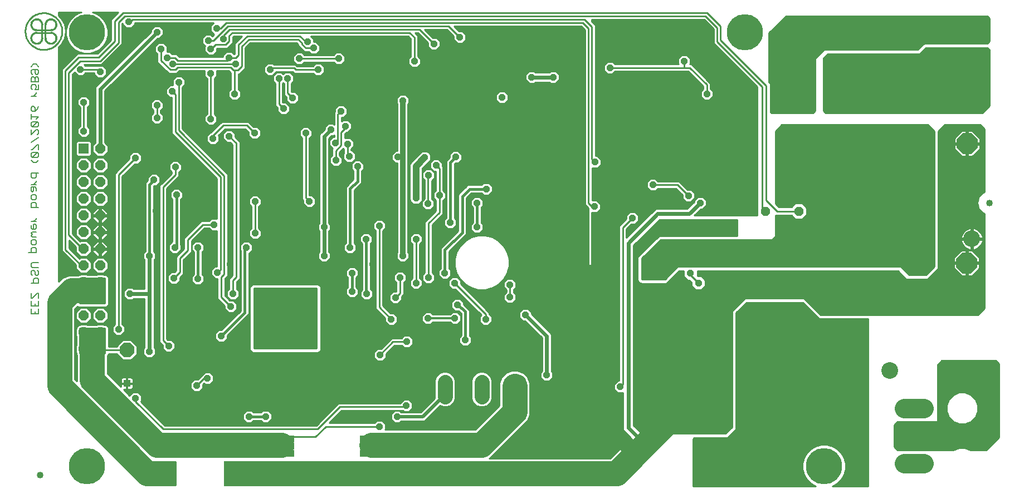
<source format=gbl>
G75*
G70*
%OFA0B0*%
%FSLAX24Y24*%
%IPPOS*%
%LPD*%
%AMOC8*
5,1,8,0,0,1.08239X$1,22.5*
%
%ADD10C,0.0050*%
%ADD11C,0.0885*%
%ADD12R,0.0197X0.0098*%
%ADD13C,0.0100*%
%ADD14C,0.0010*%
%ADD15R,0.0594X0.0594*%
%ADD16OC8,0.0594*%
%ADD17R,0.0098X0.0197*%
%ADD18C,0.1236*%
%ADD19OC8,0.1236*%
%ADD20C,0.1000*%
%ADD21OC8,0.0860*%
%ADD22R,0.0436X0.0436*%
%ADD23OC8,0.0560*%
%ADD24OC8,0.0520*%
%ADD25C,0.1000*%
%ADD26C,0.0400*%
%ADD27C,0.1181*%
%ADD28R,0.0396X0.0396*%
%ADD29OC8,0.0396*%
%ADD30C,0.0160*%
%ADD31C,0.0240*%
%ADD32C,0.0400*%
%ADD33C,0.1500*%
%ADD34C,0.0320*%
%ADD35C,0.0660*%
%ADD36R,0.0436X0.0436*%
%ADD37C,0.0200*%
%ADD38C,0.2165*%
%ADD39C,0.0120*%
D10*
X004700Y013782D02*
X004700Y014082D01*
X004700Y014242D02*
X004700Y014543D01*
X004700Y014703D02*
X004700Y015003D01*
X004700Y014703D02*
X004775Y014703D01*
X005075Y015003D01*
X005150Y015003D01*
X005150Y014703D01*
X005150Y014543D02*
X005150Y014242D01*
X004700Y014242D01*
X004925Y014242D02*
X004925Y014393D01*
X005150Y014082D02*
X005150Y013782D01*
X004700Y013782D01*
X004925Y013782D02*
X004925Y013932D01*
X004850Y015624D02*
X004850Y015849D01*
X004925Y015924D01*
X005075Y015924D01*
X005150Y015849D01*
X005150Y015624D01*
X004700Y015624D01*
X004775Y016084D02*
X004700Y016159D01*
X004700Y016309D01*
X004775Y016384D01*
X004850Y016384D01*
X004925Y016309D01*
X004925Y016159D01*
X005000Y016084D01*
X005075Y016084D01*
X005150Y016159D01*
X005150Y016309D01*
X005075Y016384D01*
X005150Y016544D02*
X004775Y016544D01*
X004700Y016620D01*
X004700Y016770D01*
X004775Y016845D01*
X005150Y016845D01*
X005000Y017465D02*
X005000Y017690D01*
X004925Y017765D01*
X004775Y017765D01*
X004700Y017690D01*
X004700Y017465D01*
X004550Y017465D02*
X005000Y017465D01*
X004925Y017926D02*
X004775Y017926D01*
X004700Y018001D01*
X004700Y018151D01*
X004775Y018226D01*
X004925Y018226D01*
X005000Y018151D01*
X005000Y018001D01*
X004925Y017926D01*
X005000Y018386D02*
X004775Y018386D01*
X004700Y018461D01*
X004775Y018536D01*
X004700Y018611D01*
X004775Y018686D01*
X005000Y018686D01*
X004925Y018846D02*
X005000Y018921D01*
X005000Y019072D01*
X004925Y019147D01*
X004850Y019147D01*
X004850Y018846D01*
X004775Y018846D02*
X004925Y018846D01*
X004775Y018846D02*
X004700Y018921D01*
X004700Y019072D01*
X004700Y019307D02*
X005000Y019307D01*
X005000Y019457D02*
X005000Y019532D01*
X005000Y019457D02*
X004850Y019307D01*
X005000Y020151D02*
X005000Y020376D01*
X004925Y020451D01*
X004775Y020451D01*
X004700Y020376D01*
X004700Y020151D01*
X005150Y020151D01*
X004925Y020611D02*
X004775Y020611D01*
X004700Y020686D01*
X004700Y020836D01*
X004775Y020911D01*
X004925Y020911D01*
X005000Y020836D01*
X005000Y020686D01*
X004925Y020611D01*
X004775Y021072D02*
X004850Y021147D01*
X004850Y021372D01*
X004925Y021372D02*
X004700Y021372D01*
X004700Y021147D01*
X004775Y021072D01*
X005000Y021147D02*
X005000Y021297D01*
X004925Y021372D01*
X004850Y021532D02*
X005000Y021682D01*
X005000Y021757D01*
X004925Y021916D02*
X005000Y021991D01*
X005000Y022216D01*
X005150Y022216D02*
X004700Y022216D01*
X004700Y021991D01*
X004775Y021916D01*
X004925Y021916D01*
X005000Y021532D02*
X004700Y021532D01*
X004850Y022836D02*
X005000Y022836D01*
X005150Y022987D01*
X005075Y023143D02*
X004775Y023143D01*
X005075Y023444D01*
X004775Y023444D01*
X004700Y023369D01*
X004700Y023218D01*
X004775Y023143D01*
X004700Y022987D02*
X004850Y022836D01*
X005075Y023143D02*
X005150Y023218D01*
X005150Y023369D01*
X005075Y023444D01*
X005150Y023604D02*
X005150Y023904D01*
X005075Y023904D01*
X004775Y023604D01*
X004700Y023604D01*
X004700Y024064D02*
X005150Y024364D01*
X005075Y024525D02*
X005150Y024600D01*
X005150Y024750D01*
X005075Y024825D01*
X005000Y024825D01*
X004700Y024525D01*
X004700Y024825D01*
X004775Y024985D02*
X005075Y025285D01*
X004775Y025285D01*
X004700Y025210D01*
X004700Y025060D01*
X004775Y024985D01*
X005075Y024985D01*
X005150Y025060D01*
X005150Y025210D01*
X005075Y025285D01*
X005000Y025445D02*
X005150Y025595D01*
X004700Y025595D01*
X004700Y025445D02*
X004700Y025746D01*
X004775Y025906D02*
X004700Y025981D01*
X004700Y026131D01*
X004775Y026206D01*
X004850Y026206D01*
X004925Y026131D01*
X004925Y025906D01*
X004775Y025906D01*
X004925Y025906D02*
X005075Y026056D01*
X005150Y026206D01*
X005000Y026827D02*
X004700Y026827D01*
X004850Y026827D02*
X005000Y026977D01*
X005000Y027052D01*
X004925Y027210D02*
X005000Y027360D01*
X005000Y027435D01*
X004925Y027510D01*
X004775Y027510D01*
X004700Y027435D01*
X004700Y027285D01*
X004775Y027210D01*
X004925Y027210D02*
X005150Y027210D01*
X005150Y027510D01*
X005150Y027671D02*
X005150Y027896D01*
X005075Y027971D01*
X005000Y027971D01*
X004925Y027896D01*
X004925Y027671D01*
X004925Y027896D02*
X004850Y027971D01*
X004775Y027971D01*
X004700Y027896D01*
X004700Y027671D01*
X005150Y027671D01*
X005075Y028131D02*
X005000Y028131D01*
X004925Y028206D01*
X004925Y028431D01*
X004775Y028431D02*
X005075Y028431D01*
X005150Y028356D01*
X005150Y028206D01*
X005075Y028131D01*
X004775Y028131D02*
X004700Y028206D01*
X004700Y028356D01*
X004775Y028431D01*
X004700Y028591D02*
X004850Y028742D01*
X005000Y028742D01*
X005150Y028591D01*
D11*
X029462Y009700D02*
X029462Y008815D01*
X031662Y008815D02*
X031662Y009700D01*
X033862Y009700D02*
X033862Y008815D01*
D12*
X041250Y005853D03*
X041250Y005761D03*
D13*
X041254Y005757D01*
X041425Y005757D01*
X041425Y005357D01*
X040100Y005895D02*
X039356Y005127D01*
X032107Y005127D01*
X032167Y005152D01*
X032168Y005152D01*
X032297Y005282D01*
X034146Y007127D01*
X034276Y007257D01*
X034404Y007385D01*
X034405Y007386D01*
X034475Y007555D01*
X034545Y007723D01*
X034545Y007724D01*
X034545Y007906D01*
X034545Y008089D01*
X034545Y008090D01*
X034545Y009640D01*
X034474Y009811D01*
X034474Y009822D01*
X034381Y010047D01*
X034209Y010220D01*
X033984Y010313D01*
X033963Y010313D01*
X033808Y010377D01*
X033442Y010377D01*
X033104Y010237D01*
X032845Y009978D01*
X032705Y009640D01*
X032705Y008289D01*
X031266Y006852D01*
X025890Y006852D01*
X025918Y006880D01*
X025918Y007185D01*
X025702Y007400D01*
X025397Y007400D01*
X025249Y007252D01*
X022531Y007252D01*
X023266Y007987D01*
X026924Y007987D01*
X026997Y007914D01*
X027302Y007914D01*
X027518Y008130D01*
X027518Y008435D01*
X027302Y008650D01*
X026997Y008650D01*
X026782Y008435D01*
X026782Y008427D01*
X023084Y008427D01*
X022955Y008298D01*
X021759Y007102D01*
X012691Y007102D01*
X011266Y008527D01*
X011318Y008580D01*
X011318Y008885D01*
X011102Y009100D01*
X010797Y009100D01*
X010585Y008888D01*
X010236Y009239D01*
X010416Y009239D01*
X010416Y009598D01*
X010434Y009598D01*
X010434Y009616D01*
X010793Y009616D01*
X010793Y009845D01*
X010783Y009883D01*
X010763Y009917D01*
X010735Y009945D01*
X010701Y009965D01*
X010663Y009975D01*
X010434Y009975D01*
X010434Y009616D01*
X010416Y009616D01*
X010416Y009975D01*
X010187Y009975D01*
X010149Y009965D01*
X010115Y009945D01*
X010087Y009917D01*
X010067Y009883D01*
X010057Y009845D01*
X010057Y009616D01*
X010416Y009616D01*
X010416Y009598D01*
X010057Y009598D01*
X010057Y009419D01*
X009270Y010211D01*
X009270Y011275D01*
X009339Y011344D01*
X009339Y011387D01*
X009825Y011387D01*
X009825Y011359D01*
X010176Y011007D01*
X010673Y011007D01*
X011025Y011359D01*
X011025Y011856D01*
X010673Y012207D01*
X010176Y012207D01*
X009825Y011856D01*
X009825Y011827D01*
X009339Y011827D01*
X009339Y013001D01*
X009210Y013130D01*
X009035Y013130D01*
X009025Y013140D01*
X008638Y013140D01*
X008629Y013130D01*
X008035Y013130D01*
X008025Y013140D01*
X007638Y013140D01*
X007629Y013130D01*
X007528Y013130D01*
X007399Y013001D01*
X007399Y012900D01*
X007365Y012866D01*
X007365Y012479D01*
X007399Y012446D01*
X007399Y011900D01*
X007365Y011866D01*
X007365Y011479D01*
X007399Y011446D01*
X007399Y011344D01*
X007430Y011313D01*
X007430Y009834D01*
X007430Y009753D01*
X007320Y009863D01*
X007320Y014076D01*
X007479Y014235D01*
X007528Y014187D01*
X009210Y014187D01*
X009339Y014316D01*
X009339Y015998D01*
X009210Y016127D01*
X009038Y016127D01*
X009025Y016140D01*
X008638Y016140D01*
X008626Y016127D01*
X008038Y016127D01*
X008025Y016140D01*
X007638Y016140D01*
X007626Y016127D01*
X007528Y016127D01*
X007503Y016102D01*
X006942Y016102D01*
X006604Y015962D01*
X006350Y015708D01*
X006350Y029771D01*
X006490Y029900D01*
X006697Y030283D01*
X006769Y030711D01*
X006697Y031140D01*
X006490Y031522D01*
X006350Y031651D01*
X006350Y031843D01*
X007697Y031843D01*
X007556Y031805D01*
X007270Y031640D01*
X007037Y031407D01*
X006872Y031121D01*
X006787Y030802D01*
X006787Y030472D01*
X006872Y030154D01*
X007037Y029868D01*
X007270Y029635D01*
X007556Y029470D01*
X007875Y029385D01*
X008205Y029385D01*
X008523Y029470D01*
X008809Y029635D01*
X009042Y029868D01*
X009207Y030154D01*
X009292Y030472D01*
X009292Y030802D01*
X009207Y031121D01*
X009042Y031407D01*
X008809Y031640D01*
X008523Y031805D01*
X008382Y031843D01*
X009899Y031843D01*
X009480Y031423D01*
X009480Y030198D01*
X008659Y029377D01*
X007459Y029377D01*
X007330Y029248D01*
X006530Y028448D01*
X006530Y017541D01*
X007365Y016706D01*
X007365Y016479D01*
X007638Y016206D01*
X008025Y016206D01*
X008299Y016479D01*
X008299Y016866D01*
X008025Y017140D01*
X007638Y017140D01*
X007596Y017097D01*
X006970Y017723D01*
X006970Y018176D01*
X007365Y017781D01*
X007365Y017479D01*
X007638Y017206D01*
X008025Y017206D01*
X008299Y017479D01*
X008299Y017866D01*
X008025Y018140D01*
X007638Y018140D01*
X007633Y018135D01*
X007170Y018598D01*
X007170Y028141D01*
X007295Y028266D01*
X007497Y028064D01*
X007802Y028064D01*
X007950Y028212D01*
X008482Y028212D01*
X008482Y028130D01*
X008697Y027914D01*
X009002Y027914D01*
X009218Y028130D01*
X009218Y028435D01*
X009002Y028650D01*
X008793Y028650D01*
X008791Y028652D01*
X007950Y028652D01*
X007890Y028712D01*
X008916Y028712D01*
X010016Y029812D01*
X010145Y029941D01*
X010145Y031166D01*
X010157Y031178D01*
X010157Y031130D01*
X010372Y030914D01*
X010677Y030914D01*
X010893Y031130D01*
X010893Y031212D01*
X015609Y031212D01*
X015432Y031035D01*
X015432Y030730D01*
X015647Y030515D01*
X015555Y030423D01*
X015452Y030525D01*
X015147Y030525D01*
X014932Y030310D01*
X014932Y030005D01*
X015104Y029832D01*
X015082Y029810D01*
X015082Y029505D01*
X015297Y029289D01*
X015602Y029289D01*
X015818Y029505D01*
X015818Y029687D01*
X016441Y029687D01*
X016641Y029887D01*
X016770Y030016D01*
X016770Y030366D01*
X016816Y030412D01*
X017294Y030412D01*
X017009Y030127D01*
X016880Y029998D01*
X016880Y029373D01*
X016859Y029352D01*
X016850Y029352D01*
X016702Y029500D01*
X016397Y029500D01*
X016182Y029285D01*
X016182Y029177D01*
X013566Y029177D01*
X013391Y029352D01*
X013125Y029352D01*
X012977Y029500D01*
X012839Y029500D01*
X012843Y029505D01*
X012843Y029810D01*
X012627Y030025D01*
X012322Y030025D01*
X012107Y029810D01*
X012107Y029505D01*
X012255Y029356D01*
X012255Y028866D01*
X012805Y028316D01*
X012805Y028316D01*
X012934Y028187D01*
X013416Y028187D01*
X013566Y028337D01*
X015084Y028337D01*
X015082Y028335D01*
X015082Y028030D01*
X015230Y027881D01*
X015230Y025758D01*
X015082Y025610D01*
X015082Y025305D01*
X015297Y025089D01*
X015602Y025089D01*
X015818Y025305D01*
X015818Y025610D01*
X015670Y025758D01*
X015670Y027881D01*
X015818Y028030D01*
X015818Y028335D01*
X015815Y028337D01*
X016534Y028337D01*
X016580Y028291D01*
X016655Y028216D01*
X016655Y027258D01*
X016507Y027110D01*
X016507Y026805D01*
X016722Y026589D01*
X017027Y026589D01*
X017243Y026805D01*
X017243Y027110D01*
X017095Y027258D01*
X017095Y028162D01*
X017166Y028162D01*
X017295Y028291D01*
X017520Y028516D01*
X017520Y029716D01*
X017816Y030012D01*
X020584Y030012D01*
X020680Y029916D01*
X020680Y029841D01*
X020905Y029616D01*
X021034Y029487D01*
X021299Y029487D01*
X021447Y029339D01*
X021752Y029339D01*
X021968Y029555D01*
X021968Y029860D01*
X021752Y030075D01*
X021618Y030075D01*
X021618Y030235D01*
X021440Y030412D01*
X027259Y030412D01*
X027405Y030266D01*
X027405Y029208D01*
X027257Y029060D01*
X027257Y028755D01*
X027472Y028539D01*
X027777Y028539D01*
X027993Y028755D01*
X027993Y029060D01*
X027845Y029208D01*
X027845Y030448D01*
X027681Y030612D01*
X027834Y030612D01*
X028432Y030014D01*
X028432Y029805D01*
X028647Y029589D01*
X028952Y029589D01*
X029168Y029805D01*
X029168Y030110D01*
X028952Y030325D01*
X028743Y030325D01*
X028256Y030812D01*
X029584Y030812D01*
X029982Y030414D01*
X029982Y030205D01*
X030197Y029989D01*
X030502Y029989D01*
X030718Y030205D01*
X030718Y030510D01*
X030502Y030725D01*
X030293Y030725D01*
X030006Y031012D01*
X037609Y031012D01*
X037830Y030791D01*
X037830Y020316D01*
X037959Y020187D01*
X038032Y020114D01*
X038032Y020055D01*
X038050Y020037D01*
X038050Y016682D01*
X038250Y016682D01*
X038250Y019839D01*
X038552Y019839D01*
X038768Y020055D01*
X038768Y020360D01*
X038552Y020575D01*
X038270Y020575D01*
X038270Y022517D01*
X038272Y022514D01*
X038577Y022514D01*
X038793Y022730D01*
X038793Y023035D01*
X038577Y023250D01*
X038470Y023250D01*
X038470Y031073D01*
X038250Y031293D01*
X038250Y031412D01*
X044959Y031412D01*
X045530Y030841D01*
X045530Y029991D01*
X048150Y027371D01*
X048150Y019677D01*
X044380Y019677D01*
X044767Y020064D01*
X044877Y020064D01*
X045093Y020280D01*
X045093Y020585D01*
X044877Y020800D01*
X044572Y020800D01*
X044357Y020585D01*
X044357Y020474D01*
X043955Y020072D01*
X042117Y020072D01*
X042011Y020028D01*
X040320Y018337D01*
X040320Y018866D01*
X040618Y019164D01*
X040827Y019164D01*
X041043Y019380D01*
X041043Y019685D01*
X040827Y019900D01*
X040522Y019900D01*
X040307Y019685D01*
X040307Y019475D01*
X040009Y019177D01*
X039880Y019048D01*
X039880Y009775D01*
X039797Y009775D01*
X039582Y009560D01*
X039582Y009255D01*
X039797Y009039D01*
X040100Y009039D01*
X040100Y005895D01*
X040065Y005859D02*
X032876Y005859D01*
X032974Y005958D02*
X040100Y005958D01*
X040100Y006056D02*
X033073Y006056D01*
X033172Y006155D02*
X040100Y006155D01*
X040100Y006253D02*
X033270Y006253D01*
X033369Y006352D02*
X040100Y006352D01*
X040100Y006450D02*
X033468Y006450D01*
X033566Y006549D02*
X040100Y006549D01*
X040100Y006647D02*
X033665Y006647D01*
X033764Y006746D02*
X040100Y006746D01*
X040100Y006844D02*
X033862Y006844D01*
X033961Y006943D02*
X040100Y006943D01*
X040100Y007041D02*
X034060Y007041D01*
X034146Y007127D02*
X034146Y007127D01*
X034159Y007140D02*
X040100Y007140D01*
X040100Y007238D02*
X034257Y007238D01*
X034356Y007337D02*
X040100Y007337D01*
X040100Y007435D02*
X034425Y007435D01*
X034405Y007386D02*
X034405Y007386D01*
X034466Y007534D02*
X040100Y007534D01*
X040100Y007632D02*
X034507Y007632D01*
X034545Y007724D02*
X034545Y007724D01*
X034545Y007731D02*
X040100Y007731D01*
X040100Y007829D02*
X034545Y007829D01*
X034545Y007928D02*
X040100Y007928D01*
X040100Y008026D02*
X034545Y008026D01*
X034545Y008125D02*
X040100Y008125D01*
X040100Y008223D02*
X034545Y008223D01*
X034545Y008322D02*
X040100Y008322D01*
X040100Y008420D02*
X034545Y008420D01*
X034545Y008519D02*
X040100Y008519D01*
X040100Y008617D02*
X034545Y008617D01*
X034545Y008716D02*
X040100Y008716D01*
X040100Y008814D02*
X034545Y008814D01*
X034545Y008913D02*
X040100Y008913D01*
X040100Y009011D02*
X034545Y009011D01*
X034545Y009110D02*
X039727Y009110D01*
X039628Y009208D02*
X034545Y009208D01*
X034545Y009307D02*
X039582Y009307D01*
X039582Y009405D02*
X034545Y009405D01*
X034545Y009504D02*
X039582Y009504D01*
X039624Y009602D02*
X034545Y009602D01*
X034520Y009701D02*
X039723Y009701D01*
X039880Y009799D02*
X035763Y009799D01*
X035702Y009739D02*
X035918Y009955D01*
X035918Y010260D01*
X035840Y010338D01*
X035840Y012515D01*
X035796Y012621D01*
X035714Y012703D01*
X034643Y013774D01*
X034643Y013885D01*
X034427Y014100D01*
X034122Y014100D01*
X033907Y013885D01*
X033907Y013580D01*
X034122Y013364D01*
X034233Y013364D01*
X035260Y012337D01*
X035260Y010338D01*
X035182Y010260D01*
X035182Y009955D01*
X035397Y009739D01*
X035702Y009739D01*
X035861Y009898D02*
X039880Y009898D01*
X039880Y009996D02*
X035918Y009996D01*
X035918Y010095D02*
X039880Y010095D01*
X039880Y010193D02*
X035918Y010193D01*
X035886Y010292D02*
X039880Y010292D01*
X039880Y010390D02*
X035840Y010390D01*
X035840Y010489D02*
X039880Y010489D01*
X039880Y010587D02*
X035840Y010587D01*
X035840Y010686D02*
X039880Y010686D01*
X039880Y010784D02*
X035840Y010784D01*
X035840Y010883D02*
X039880Y010883D01*
X039880Y010981D02*
X035840Y010981D01*
X035840Y011080D02*
X039880Y011080D01*
X039880Y011178D02*
X035840Y011178D01*
X035840Y011277D02*
X039880Y011277D01*
X039880Y011375D02*
X035840Y011375D01*
X035840Y011474D02*
X039880Y011474D01*
X039880Y011572D02*
X035840Y011572D01*
X035840Y011671D02*
X039880Y011671D01*
X039880Y011769D02*
X035840Y011769D01*
X035840Y011868D02*
X039880Y011868D01*
X039880Y011966D02*
X035840Y011966D01*
X035840Y012065D02*
X039880Y012065D01*
X039880Y012163D02*
X035840Y012163D01*
X035840Y012262D02*
X039880Y012262D01*
X039880Y012360D02*
X035840Y012360D01*
X035840Y012459D02*
X039880Y012459D01*
X039880Y012557D02*
X035822Y012557D01*
X035761Y012656D02*
X039880Y012656D01*
X039880Y012754D02*
X035663Y012754D01*
X035564Y012853D02*
X039880Y012853D01*
X039880Y012951D02*
X035466Y012951D01*
X035367Y013050D02*
X039880Y013050D01*
X039880Y013148D02*
X035269Y013148D01*
X035170Y013247D02*
X039880Y013247D01*
X039880Y013345D02*
X035072Y013345D01*
X034973Y013444D02*
X039880Y013444D01*
X039880Y013542D02*
X034875Y013542D01*
X034776Y013641D02*
X039880Y013641D01*
X039880Y013739D02*
X034678Y013739D01*
X034643Y013838D02*
X039880Y013838D01*
X039880Y013936D02*
X034591Y013936D01*
X034493Y014035D02*
X039880Y014035D01*
X039880Y014133D02*
X031835Y014133D01*
X031933Y014035D02*
X034057Y014035D01*
X033958Y013936D02*
X032032Y013936D01*
X032120Y013848D02*
X030393Y015575D01*
X030393Y015785D01*
X030177Y016000D01*
X029872Y016000D01*
X029657Y015785D01*
X029657Y015480D01*
X029872Y015264D01*
X030082Y015264D01*
X031634Y013712D01*
X031532Y013610D01*
X031532Y013305D01*
X031747Y013089D01*
X032052Y013089D01*
X032268Y013305D01*
X032268Y013610D01*
X032120Y013758D01*
X032120Y013848D01*
X032120Y013838D02*
X033907Y013838D01*
X033907Y013739D02*
X032138Y013739D01*
X032237Y013641D02*
X033907Y013641D01*
X033944Y013542D02*
X032268Y013542D01*
X032268Y013444D02*
X034043Y013444D01*
X034252Y013345D02*
X032268Y013345D01*
X032210Y013247D02*
X034350Y013247D01*
X034449Y013148D02*
X032112Y013148D01*
X031900Y013457D02*
X031900Y013757D01*
X030025Y015632D01*
X030393Y015611D02*
X030604Y015611D01*
X030661Y015554D02*
X031033Y015339D01*
X031447Y015228D01*
X031876Y015228D01*
X032291Y015339D01*
X032662Y015554D01*
X032966Y015857D01*
X033180Y016229D01*
X033291Y016643D01*
X033291Y017072D01*
X033180Y017487D01*
X032966Y017858D01*
X032662Y018162D01*
X032291Y018376D01*
X031876Y018487D01*
X031447Y018487D01*
X031033Y018376D01*
X030661Y018162D01*
X030358Y017858D01*
X030143Y017487D01*
X030032Y017072D01*
X030032Y016643D01*
X030143Y016229D01*
X030358Y015857D01*
X030661Y015554D01*
X030733Y015512D02*
X030456Y015512D01*
X030554Y015414D02*
X030904Y015414D01*
X031123Y015315D02*
X030653Y015315D01*
X030751Y015217D02*
X033130Y015217D01*
X033130Y015231D02*
X033130Y015083D01*
X032982Y014935D01*
X032982Y014630D01*
X033197Y014414D01*
X033502Y014414D01*
X033718Y014630D01*
X033718Y014935D01*
X033570Y015083D01*
X033570Y015231D01*
X033718Y015380D01*
X033718Y015685D01*
X033502Y015900D01*
X033197Y015900D01*
X032982Y015685D01*
X032982Y015380D01*
X033130Y015231D01*
X033130Y015118D02*
X030850Y015118D01*
X030948Y015020D02*
X033067Y015020D01*
X032982Y014921D02*
X031047Y014921D01*
X031145Y014823D02*
X032982Y014823D01*
X032982Y014724D02*
X031244Y014724D01*
X031342Y014626D02*
X032986Y014626D01*
X033084Y014527D02*
X031441Y014527D01*
X031539Y014429D02*
X033183Y014429D01*
X033517Y014429D02*
X039880Y014429D01*
X039880Y014527D02*
X033616Y014527D01*
X033714Y014626D02*
X039880Y014626D01*
X039880Y014724D02*
X033718Y014724D01*
X033718Y014823D02*
X039880Y014823D01*
X039880Y014921D02*
X033718Y014921D01*
X033633Y015020D02*
X039880Y015020D01*
X039880Y015118D02*
X033570Y015118D01*
X033570Y015217D02*
X039880Y015217D01*
X039880Y015315D02*
X033654Y015315D01*
X033718Y015414D02*
X039880Y015414D01*
X039880Y015512D02*
X033718Y015512D01*
X033718Y015611D02*
X039880Y015611D01*
X039880Y015709D02*
X033693Y015709D01*
X033595Y015808D02*
X039880Y015808D01*
X039880Y015906D02*
X032994Y015906D01*
X033051Y016005D02*
X039880Y016005D01*
X039880Y016103D02*
X033108Y016103D01*
X033164Y016202D02*
X039880Y016202D01*
X039880Y016300D02*
X033199Y016300D01*
X033226Y016399D02*
X039880Y016399D01*
X039880Y016497D02*
X033252Y016497D01*
X033278Y016596D02*
X039880Y016596D01*
X039880Y016694D02*
X038250Y016694D01*
X038250Y016793D02*
X039880Y016793D01*
X039880Y016891D02*
X038250Y016891D01*
X038250Y016990D02*
X039880Y016990D01*
X039880Y017088D02*
X038250Y017088D01*
X038250Y017187D02*
X039880Y017187D01*
X039880Y017285D02*
X038250Y017285D01*
X038250Y017384D02*
X039880Y017384D01*
X039880Y017482D02*
X038250Y017482D01*
X038250Y017581D02*
X039880Y017581D01*
X039880Y017679D02*
X038250Y017679D01*
X038250Y017778D02*
X039880Y017778D01*
X039880Y017876D02*
X038250Y017876D01*
X038250Y017975D02*
X039880Y017975D01*
X039880Y018073D02*
X038250Y018073D01*
X038250Y018172D02*
X039880Y018172D01*
X039880Y018270D02*
X038250Y018270D01*
X038250Y018369D02*
X039880Y018369D01*
X039880Y018467D02*
X038250Y018467D01*
X038250Y018566D02*
X039880Y018566D01*
X039880Y018664D02*
X038250Y018664D01*
X038250Y018763D02*
X039880Y018763D01*
X039880Y018861D02*
X038250Y018861D01*
X038250Y018960D02*
X039880Y018960D01*
X039890Y019058D02*
X038250Y019058D01*
X038250Y019157D02*
X039988Y019157D01*
X040009Y019177D02*
X040009Y019177D01*
X040087Y019255D02*
X038250Y019255D01*
X038250Y019354D02*
X040185Y019354D01*
X040284Y019452D02*
X038250Y019452D01*
X038250Y019551D02*
X040307Y019551D01*
X040307Y019649D02*
X038250Y019649D01*
X038250Y019748D02*
X040370Y019748D01*
X040468Y019846D02*
X038560Y019846D01*
X038658Y019945D02*
X041927Y019945D01*
X041829Y019846D02*
X040881Y019846D01*
X040980Y019748D02*
X041730Y019748D01*
X041632Y019649D02*
X041043Y019649D01*
X041043Y019551D02*
X041533Y019551D01*
X041435Y019452D02*
X041043Y019452D01*
X041017Y019354D02*
X041336Y019354D01*
X041238Y019255D02*
X040919Y019255D01*
X041041Y019058D02*
X040512Y019058D01*
X040414Y018960D02*
X040942Y018960D01*
X040844Y018861D02*
X040320Y018861D01*
X040320Y018763D02*
X040745Y018763D01*
X040647Y018664D02*
X040320Y018664D01*
X040320Y018566D02*
X040548Y018566D01*
X040450Y018467D02*
X040320Y018467D01*
X040320Y018369D02*
X040351Y018369D01*
X040755Y017895D02*
X042292Y019432D01*
X046950Y019432D01*
X046950Y018467D01*
X042376Y018467D01*
X042326Y018468D01*
X042325Y018467D01*
X041327Y018467D01*
X041425Y018566D02*
X046950Y018566D01*
X046950Y018664D02*
X041524Y018664D01*
X041622Y018763D02*
X046950Y018763D01*
X046950Y018861D02*
X041721Y018861D01*
X041819Y018960D02*
X046950Y018960D01*
X046950Y019058D02*
X041918Y019058D01*
X042016Y019157D02*
X046950Y019157D01*
X046950Y019255D02*
X042115Y019255D01*
X042213Y019354D02*
X046950Y019354D01*
X048150Y019748D02*
X044451Y019748D01*
X044549Y019846D02*
X048150Y019846D01*
X048150Y019945D02*
X044648Y019945D01*
X044746Y020043D02*
X048150Y020043D01*
X048150Y020142D02*
X044955Y020142D01*
X045054Y020240D02*
X048150Y020240D01*
X048150Y020339D02*
X045093Y020339D01*
X045093Y020437D02*
X048150Y020437D01*
X048150Y020536D02*
X045093Y020536D01*
X045043Y020634D02*
X048150Y020634D01*
X048150Y020733D02*
X044945Y020733D01*
X044505Y020733D02*
X044393Y020733D01*
X044393Y020705D02*
X044177Y020489D01*
X043872Y020489D01*
X043657Y020705D01*
X043657Y020914D01*
X043284Y021287D01*
X042200Y021287D01*
X042052Y021139D01*
X041747Y021139D01*
X041532Y021355D01*
X041532Y021660D01*
X041747Y021875D01*
X042052Y021875D01*
X042200Y021727D01*
X043466Y021727D01*
X043968Y021225D01*
X044177Y021225D01*
X044393Y021010D01*
X044393Y020705D01*
X044406Y020634D02*
X044323Y020634D01*
X044357Y020536D02*
X044224Y020536D01*
X044320Y020437D02*
X038690Y020437D01*
X038768Y020339D02*
X044221Y020339D01*
X044123Y020240D02*
X038768Y020240D01*
X038768Y020142D02*
X044024Y020142D01*
X043826Y020536D02*
X038592Y020536D01*
X038270Y020634D02*
X043727Y020634D01*
X043657Y020733D02*
X038270Y020733D01*
X038270Y020831D02*
X043657Y020831D01*
X043641Y020930D02*
X038270Y020930D01*
X038270Y021028D02*
X043543Y021028D01*
X043444Y021127D02*
X038270Y021127D01*
X038270Y021225D02*
X041661Y021225D01*
X041563Y021324D02*
X038270Y021324D01*
X038270Y021422D02*
X041532Y021422D01*
X041532Y021521D02*
X038270Y021521D01*
X038270Y021619D02*
X041532Y021619D01*
X041590Y021718D02*
X038270Y021718D01*
X038270Y021816D02*
X041688Y021816D01*
X041900Y021507D02*
X043375Y021507D01*
X044025Y020857D01*
X044276Y021127D02*
X048150Y021127D01*
X048150Y021225D02*
X043968Y021225D01*
X043869Y021324D02*
X048150Y021324D01*
X048150Y021422D02*
X043771Y021422D01*
X043672Y021521D02*
X048150Y021521D01*
X048150Y021619D02*
X043574Y021619D01*
X043475Y021718D02*
X048150Y021718D01*
X048150Y021816D02*
X042111Y021816D01*
X042139Y021225D02*
X043346Y021225D01*
X044374Y021028D02*
X048150Y021028D01*
X048150Y020930D02*
X044393Y020930D01*
X044393Y020831D02*
X048150Y020831D01*
X048675Y020582D02*
X049325Y019932D01*
X050625Y019932D01*
X051115Y019945D02*
X058725Y019945D01*
X058725Y020043D02*
X051115Y020043D01*
X051115Y020135D02*
X050828Y020422D01*
X050422Y020422D01*
X050192Y020192D01*
X049433Y020192D01*
X049225Y020400D01*
X049225Y024707D01*
X049600Y025107D01*
X058350Y025107D01*
X058725Y024732D01*
X058725Y016607D01*
X058225Y016107D01*
X057225Y016107D01*
X056725Y016607D01*
X044327Y016607D01*
X044319Y016615D01*
X043981Y016615D01*
X043973Y016607D01*
X043375Y016607D01*
X042625Y015857D01*
X041250Y015857D01*
X041250Y017107D01*
X042375Y018207D01*
X049000Y018207D01*
X049225Y018432D01*
X049225Y019692D01*
X049273Y019672D01*
X050192Y019672D01*
X050422Y019442D01*
X050828Y019442D01*
X051115Y019729D01*
X051115Y020135D01*
X051108Y020142D02*
X058725Y020142D01*
X058725Y020240D02*
X051010Y020240D01*
X050911Y020339D02*
X058725Y020339D01*
X058725Y020437D02*
X049225Y020437D01*
X049225Y020536D02*
X058725Y020536D01*
X058725Y020634D02*
X049225Y020634D01*
X049225Y020733D02*
X058725Y020733D01*
X058725Y020831D02*
X049225Y020831D01*
X049225Y020930D02*
X058725Y020930D01*
X058725Y021028D02*
X049225Y021028D01*
X049225Y021127D02*
X058725Y021127D01*
X058725Y021225D02*
X049225Y021225D01*
X049225Y021324D02*
X058725Y021324D01*
X058725Y021422D02*
X049225Y021422D01*
X049225Y021521D02*
X058725Y021521D01*
X058725Y021619D02*
X049225Y021619D01*
X049225Y021718D02*
X058725Y021718D01*
X058725Y021816D02*
X049225Y021816D01*
X049225Y021915D02*
X058725Y021915D01*
X058725Y022013D02*
X049225Y022013D01*
X049225Y022112D02*
X058725Y022112D01*
X058725Y022210D02*
X049225Y022210D01*
X049225Y022309D02*
X058725Y022309D01*
X058725Y022407D02*
X049225Y022407D01*
X049225Y022506D02*
X058725Y022506D01*
X058725Y022604D02*
X049225Y022604D01*
X049225Y022703D02*
X058725Y022703D01*
X058725Y022801D02*
X049225Y022801D01*
X049225Y022900D02*
X058725Y022900D01*
X058725Y022998D02*
X049225Y022998D01*
X049225Y023097D02*
X058725Y023097D01*
X058725Y023195D02*
X049225Y023195D01*
X049225Y023294D02*
X058725Y023294D01*
X058725Y023392D02*
X049225Y023392D01*
X049225Y023491D02*
X058725Y023491D01*
X058725Y023589D02*
X049225Y023589D01*
X049225Y023688D02*
X058725Y023688D01*
X058725Y023786D02*
X049225Y023786D01*
X049225Y023885D02*
X058725Y023885D01*
X058725Y023983D02*
X049225Y023983D01*
X049225Y024082D02*
X058725Y024082D01*
X058725Y024180D02*
X049225Y024180D01*
X049225Y024279D02*
X058725Y024279D01*
X058725Y024377D02*
X049225Y024377D01*
X049225Y024476D02*
X058725Y024476D01*
X058725Y024574D02*
X049225Y024574D01*
X049225Y024673D02*
X058725Y024673D01*
X058686Y024771D02*
X049285Y024771D01*
X049377Y024870D02*
X058587Y024870D01*
X058489Y024968D02*
X049470Y024968D01*
X049562Y025067D02*
X058390Y025067D01*
X058985Y024717D02*
X059375Y025107D01*
X061475Y025107D01*
X061725Y024857D01*
X061725Y021071D01*
X061592Y021007D01*
X061592Y021007D01*
X061592Y021007D01*
X061388Y020751D01*
X061315Y020432D01*
X061388Y020113D01*
X061592Y019857D01*
X061725Y019793D01*
X061725Y014132D01*
X061325Y013732D01*
X051950Y013732D01*
X050950Y014732D01*
X047400Y014732D01*
X046625Y013957D01*
X046625Y006982D01*
X046250Y006607D01*
X041720Y006607D01*
X041425Y006724D01*
X041130Y006719D01*
X040755Y007094D01*
X040755Y017895D01*
X040755Y017876D02*
X041665Y017876D01*
X041765Y017975D02*
X040834Y017975D01*
X040933Y018073D02*
X041866Y018073D01*
X041967Y018172D02*
X041031Y018172D01*
X041130Y018270D02*
X042068Y018270D01*
X042168Y018369D02*
X041228Y018369D01*
X041564Y017778D02*
X040755Y017778D01*
X040755Y017679D02*
X041463Y017679D01*
X041362Y017581D02*
X040755Y017581D01*
X040755Y017482D02*
X041262Y017482D01*
X041161Y017384D02*
X040755Y017384D01*
X040755Y017285D02*
X041060Y017285D01*
X041067Y017292D02*
X041031Y017257D01*
X041031Y017255D01*
X041029Y017254D01*
X041010Y017208D01*
X041004Y017194D01*
X040997Y017187D01*
X040997Y017177D01*
X040990Y017162D01*
X040990Y017160D01*
X040990Y017159D01*
X040990Y017109D01*
X040989Y017058D01*
X040990Y017057D01*
X040990Y015805D01*
X040997Y015788D01*
X040997Y015727D01*
X041120Y015604D01*
X041181Y015604D01*
X041198Y015597D01*
X042677Y015597D01*
X042772Y015637D01*
X042845Y015710D01*
X043483Y016347D01*
X043742Y016347D01*
X043742Y016038D01*
X043981Y015799D01*
X044090Y015799D01*
X044217Y015673D01*
X044217Y015463D01*
X044456Y015224D01*
X044794Y015224D01*
X045033Y015463D01*
X045033Y015801D01*
X044794Y016040D01*
X044584Y016040D01*
X044558Y016067D01*
X044558Y016347D01*
X056560Y016347D01*
X057050Y015857D01*
X057149Y015857D01*
X057173Y015847D01*
X058277Y015847D01*
X058301Y015857D01*
X058350Y015857D01*
X058975Y016482D01*
X058975Y016531D01*
X058985Y016555D01*
X058985Y024717D01*
X058985Y024673D02*
X060306Y024673D01*
X060383Y024750D02*
X059933Y024300D01*
X059933Y024032D01*
X060651Y024032D01*
X060651Y023932D01*
X059933Y023932D01*
X059933Y023664D01*
X060383Y023214D01*
X060651Y023214D01*
X060651Y023932D01*
X060751Y023932D01*
X060751Y023214D01*
X061019Y023214D01*
X061469Y023664D01*
X061469Y023932D01*
X060751Y023932D01*
X060751Y024032D01*
X060651Y024032D01*
X060651Y024750D01*
X060383Y024750D01*
X060207Y024574D02*
X058985Y024574D01*
X058985Y024476D02*
X060109Y024476D01*
X060010Y024377D02*
X058985Y024377D01*
X058985Y024279D02*
X059933Y024279D01*
X059933Y024180D02*
X058985Y024180D01*
X058985Y024082D02*
X059933Y024082D01*
X059933Y023885D02*
X058985Y023885D01*
X058985Y023983D02*
X060651Y023983D01*
X060651Y023885D02*
X060751Y023885D01*
X060751Y023983D02*
X061725Y023983D01*
X061725Y023885D02*
X061469Y023885D01*
X061469Y023786D02*
X061725Y023786D01*
X061725Y023688D02*
X061469Y023688D01*
X061395Y023589D02*
X061725Y023589D01*
X061725Y023491D02*
X061296Y023491D01*
X061198Y023392D02*
X061725Y023392D01*
X061725Y023294D02*
X061099Y023294D01*
X060751Y023294D02*
X060651Y023294D01*
X060651Y023392D02*
X060751Y023392D01*
X060751Y023491D02*
X060651Y023491D01*
X060651Y023589D02*
X060751Y023589D01*
X060751Y023688D02*
X060651Y023688D01*
X060651Y023786D02*
X060751Y023786D01*
X060751Y024032D02*
X061469Y024032D01*
X061469Y024300D01*
X061019Y024750D01*
X060751Y024750D01*
X060751Y024032D01*
X060751Y024082D02*
X060651Y024082D01*
X060651Y024180D02*
X060751Y024180D01*
X060751Y024279D02*
X060651Y024279D01*
X060651Y024377D02*
X060751Y024377D01*
X060751Y024476D02*
X060651Y024476D01*
X060651Y024574D02*
X060751Y024574D01*
X060751Y024673D02*
X060651Y024673D01*
X061097Y024673D02*
X061725Y024673D01*
X061725Y024771D02*
X059039Y024771D01*
X059137Y024870D02*
X061712Y024870D01*
X061614Y024968D02*
X059236Y024968D01*
X059334Y025067D02*
X061515Y025067D01*
X061725Y024574D02*
X061195Y024574D01*
X061294Y024476D02*
X061725Y024476D01*
X061725Y024377D02*
X061392Y024377D01*
X061469Y024279D02*
X061725Y024279D01*
X061725Y024180D02*
X061469Y024180D01*
X061469Y024082D02*
X061725Y024082D01*
X061725Y023195D02*
X058985Y023195D01*
X058985Y023097D02*
X061725Y023097D01*
X061725Y022998D02*
X058985Y022998D01*
X058985Y022900D02*
X061725Y022900D01*
X061725Y022801D02*
X058985Y022801D01*
X058985Y022703D02*
X061725Y022703D01*
X061725Y022604D02*
X058985Y022604D01*
X058985Y022506D02*
X061725Y022506D01*
X061725Y022407D02*
X058985Y022407D01*
X058985Y022309D02*
X061725Y022309D01*
X061725Y022210D02*
X058985Y022210D01*
X058985Y022112D02*
X061725Y022112D01*
X061725Y022013D02*
X058985Y022013D01*
X058985Y021915D02*
X061725Y021915D01*
X061725Y021816D02*
X058985Y021816D01*
X058985Y021718D02*
X061725Y021718D01*
X061725Y021619D02*
X058985Y021619D01*
X058985Y021521D02*
X061725Y021521D01*
X061725Y021422D02*
X058985Y021422D01*
X058985Y021324D02*
X061725Y021324D01*
X061725Y021225D02*
X058985Y021225D01*
X058985Y021127D02*
X061725Y021127D01*
X061636Y021028D02*
X058985Y021028D01*
X058985Y020930D02*
X061530Y020930D01*
X061452Y020831D02*
X058985Y020831D01*
X058985Y020733D02*
X061383Y020733D01*
X061388Y020751D02*
X061388Y020751D01*
X061361Y020634D02*
X058985Y020634D01*
X058985Y020536D02*
X061339Y020536D01*
X061316Y020437D02*
X058985Y020437D01*
X058985Y020339D02*
X061336Y020339D01*
X061315Y020432D02*
X061315Y020432D01*
X061359Y020240D02*
X058985Y020240D01*
X058985Y020142D02*
X061381Y020142D01*
X061388Y020113D02*
X061388Y020113D01*
X061443Y020043D02*
X058985Y020043D01*
X058985Y019945D02*
X061522Y019945D01*
X061592Y019857D02*
X061592Y019857D01*
X061615Y019846D02*
X058985Y019846D01*
X058985Y019748D02*
X061725Y019748D01*
X061725Y019649D02*
X058985Y019649D01*
X058985Y019551D02*
X061725Y019551D01*
X061725Y019452D02*
X058985Y019452D01*
X058985Y019354D02*
X061725Y019354D01*
X061725Y019255D02*
X058985Y019255D01*
X058985Y019157D02*
X061725Y019157D01*
X061725Y019058D02*
X058985Y019058D01*
X058985Y018960D02*
X061725Y018960D01*
X061725Y018861D02*
X061255Y018861D01*
X061274Y018853D02*
X061195Y018886D01*
X061113Y018908D01*
X061035Y018918D01*
X061035Y018319D01*
X060935Y018319D01*
X060935Y018219D01*
X060336Y018219D01*
X060347Y018142D01*
X060369Y018060D01*
X060401Y017981D01*
X060444Y017907D01*
X060496Y017840D01*
X060556Y017779D01*
X060624Y017727D01*
X060697Y017685D01*
X060776Y017652D01*
X060858Y017630D01*
X060935Y017620D01*
X060935Y018219D01*
X061035Y018219D01*
X061035Y017620D01*
X061113Y017630D01*
X061195Y017652D01*
X061274Y017685D01*
X061347Y017727D01*
X061415Y017779D01*
X061475Y017840D01*
X061527Y017907D01*
X061570Y017981D01*
X061602Y018060D01*
X061624Y018142D01*
X061635Y018219D01*
X061036Y018219D01*
X061036Y018319D01*
X061635Y018319D01*
X061624Y018396D01*
X061602Y018478D01*
X061570Y018557D01*
X061527Y018631D01*
X061475Y018699D01*
X061415Y018759D01*
X061347Y018811D01*
X061274Y018853D01*
X061410Y018763D02*
X061725Y018763D01*
X061725Y018664D02*
X061502Y018664D01*
X061565Y018566D02*
X061725Y018566D01*
X061725Y018467D02*
X061605Y018467D01*
X061628Y018369D02*
X061725Y018369D01*
X061725Y018270D02*
X061036Y018270D01*
X061035Y018172D02*
X060935Y018172D01*
X060935Y018270D02*
X058985Y018270D01*
X058985Y018172D02*
X060343Y018172D01*
X060365Y018073D02*
X058985Y018073D01*
X058985Y017975D02*
X060405Y017975D01*
X060468Y017876D02*
X058985Y017876D01*
X058985Y017778D02*
X060558Y017778D01*
X060711Y017679D02*
X058985Y017679D01*
X058985Y017581D02*
X060339Y017581D01*
X060358Y017600D02*
X059908Y017150D01*
X059908Y016882D01*
X060626Y016882D01*
X060626Y016782D01*
X059908Y016782D01*
X059908Y016514D01*
X060358Y016064D01*
X060626Y016064D01*
X060626Y016782D01*
X060726Y016782D01*
X060726Y016064D01*
X060994Y016064D01*
X061444Y016514D01*
X061444Y016782D01*
X060726Y016782D01*
X060726Y016882D01*
X060626Y016882D01*
X060626Y017600D01*
X060358Y017600D01*
X060240Y017482D02*
X058985Y017482D01*
X058985Y017384D02*
X060142Y017384D01*
X060043Y017285D02*
X058985Y017285D01*
X058985Y017187D02*
X059945Y017187D01*
X059908Y017088D02*
X058985Y017088D01*
X058985Y016990D02*
X059908Y016990D01*
X059908Y016891D02*
X058985Y016891D01*
X058985Y016793D02*
X060626Y016793D01*
X060626Y016891D02*
X060726Y016891D01*
X060726Y016882D02*
X060726Y017600D01*
X060994Y017600D01*
X061444Y017150D01*
X061444Y016882D01*
X060726Y016882D01*
X060726Y016793D02*
X061725Y016793D01*
X061725Y016891D02*
X061444Y016891D01*
X061444Y016990D02*
X061725Y016990D01*
X061725Y017088D02*
X061444Y017088D01*
X061408Y017187D02*
X061725Y017187D01*
X061725Y017285D02*
X061309Y017285D01*
X061211Y017384D02*
X061725Y017384D01*
X061725Y017482D02*
X061112Y017482D01*
X061014Y017581D02*
X061725Y017581D01*
X061725Y017679D02*
X061260Y017679D01*
X061413Y017778D02*
X061725Y017778D01*
X061725Y017876D02*
X061503Y017876D01*
X061566Y017975D02*
X061725Y017975D01*
X061725Y018073D02*
X061606Y018073D01*
X061628Y018172D02*
X061725Y018172D01*
X061035Y018073D02*
X060935Y018073D01*
X060935Y017975D02*
X061035Y017975D01*
X061035Y017876D02*
X060935Y017876D01*
X060935Y017778D02*
X061035Y017778D01*
X061035Y017679D02*
X060935Y017679D01*
X060726Y017581D02*
X060626Y017581D01*
X060626Y017482D02*
X060726Y017482D01*
X060726Y017384D02*
X060626Y017384D01*
X060626Y017285D02*
X060726Y017285D01*
X060726Y017187D02*
X060626Y017187D01*
X060626Y017088D02*
X060726Y017088D01*
X060726Y016990D02*
X060626Y016990D01*
X060626Y016694D02*
X060726Y016694D01*
X060726Y016596D02*
X060626Y016596D01*
X060626Y016497D02*
X060726Y016497D01*
X060726Y016399D02*
X060626Y016399D01*
X060626Y016300D02*
X060726Y016300D01*
X060726Y016202D02*
X060626Y016202D01*
X060626Y016103D02*
X060726Y016103D01*
X061034Y016103D02*
X061725Y016103D01*
X061725Y016005D02*
X058497Y016005D01*
X058399Y015906D02*
X061725Y015906D01*
X061725Y015808D02*
X045026Y015808D01*
X045033Y015709D02*
X061725Y015709D01*
X061725Y015611D02*
X045033Y015611D01*
X045033Y015512D02*
X061725Y015512D01*
X061725Y015414D02*
X044984Y015414D01*
X044885Y015315D02*
X061725Y015315D01*
X061725Y015217D02*
X040755Y015217D01*
X040755Y015315D02*
X044365Y015315D01*
X044266Y015414D02*
X040755Y015414D01*
X040755Y015512D02*
X044217Y015512D01*
X044217Y015611D02*
X042709Y015611D01*
X042845Y015709D02*
X044180Y015709D01*
X043972Y015808D02*
X042943Y015808D01*
X043042Y015906D02*
X043874Y015906D01*
X043775Y016005D02*
X043140Y016005D01*
X043239Y016103D02*
X043742Y016103D01*
X043742Y016202D02*
X043337Y016202D01*
X043436Y016300D02*
X043742Y016300D01*
X044150Y016207D02*
X044150Y016107D01*
X044625Y015632D01*
X044928Y015906D02*
X057001Y015906D01*
X056902Y016005D02*
X044829Y016005D01*
X044558Y016103D02*
X056804Y016103D01*
X056705Y016202D02*
X044558Y016202D01*
X044558Y016300D02*
X056607Y016300D01*
X056835Y016497D02*
X058615Y016497D01*
X058516Y016399D02*
X056933Y016399D01*
X057032Y016300D02*
X058418Y016300D01*
X058319Y016202D02*
X057130Y016202D01*
X056736Y016596D02*
X058713Y016596D01*
X058725Y016694D02*
X041250Y016694D01*
X041250Y016596D02*
X043363Y016596D01*
X043265Y016497D02*
X041250Y016497D01*
X041250Y016399D02*
X043166Y016399D01*
X043068Y016300D02*
X041250Y016300D01*
X041250Y016202D02*
X042969Y016202D01*
X042871Y016103D02*
X041250Y016103D01*
X041250Y016005D02*
X042772Y016005D01*
X042674Y015906D02*
X041250Y015906D01*
X040990Y015906D02*
X040755Y015906D01*
X040755Y015808D02*
X040990Y015808D01*
X041015Y015709D02*
X040755Y015709D01*
X040755Y015611D02*
X041114Y015611D01*
X040755Y015118D02*
X061725Y015118D01*
X061725Y015020D02*
X040755Y015020D01*
X040755Y014921D02*
X061725Y014921D01*
X061725Y014823D02*
X040755Y014823D01*
X040755Y014724D02*
X047392Y014724D01*
X047293Y014626D02*
X040755Y014626D01*
X040755Y014527D02*
X047195Y014527D01*
X047096Y014429D02*
X040755Y014429D01*
X040755Y014330D02*
X046998Y014330D01*
X046899Y014232D02*
X040755Y014232D01*
X040755Y014133D02*
X046801Y014133D01*
X046702Y014035D02*
X040755Y014035D01*
X040755Y013936D02*
X046625Y013936D01*
X046625Y013838D02*
X040755Y013838D01*
X040755Y013739D02*
X046625Y013739D01*
X046625Y013641D02*
X040755Y013641D01*
X040755Y013542D02*
X046625Y013542D01*
X046625Y013444D02*
X040755Y013444D01*
X040755Y013345D02*
X046625Y013345D01*
X046625Y013247D02*
X040755Y013247D01*
X040755Y013148D02*
X046625Y013148D01*
X046625Y013050D02*
X040755Y013050D01*
X040755Y012951D02*
X046625Y012951D01*
X046625Y012853D02*
X040755Y012853D01*
X040755Y012754D02*
X046625Y012754D01*
X046625Y012656D02*
X040755Y012656D01*
X040755Y012557D02*
X046625Y012557D01*
X046625Y012459D02*
X040755Y012459D01*
X040755Y012360D02*
X046625Y012360D01*
X046625Y012262D02*
X040755Y012262D01*
X040755Y012163D02*
X046625Y012163D01*
X046625Y012065D02*
X040755Y012065D01*
X040755Y011966D02*
X046625Y011966D01*
X046625Y011868D02*
X040755Y011868D01*
X040755Y011769D02*
X046625Y011769D01*
X046625Y011671D02*
X040755Y011671D01*
X040755Y011572D02*
X046625Y011572D01*
X046625Y011474D02*
X040755Y011474D01*
X040755Y011375D02*
X046625Y011375D01*
X046625Y011277D02*
X040755Y011277D01*
X040755Y011178D02*
X046625Y011178D01*
X046625Y011080D02*
X040755Y011080D01*
X040755Y010981D02*
X046625Y010981D01*
X046625Y010883D02*
X040755Y010883D01*
X040755Y010784D02*
X046625Y010784D01*
X046625Y010686D02*
X040755Y010686D01*
X040755Y010587D02*
X046625Y010587D01*
X046625Y010489D02*
X040755Y010489D01*
X040755Y010390D02*
X046625Y010390D01*
X046625Y010292D02*
X040755Y010292D01*
X040755Y010193D02*
X046625Y010193D01*
X046625Y010095D02*
X040755Y010095D01*
X040755Y009996D02*
X046625Y009996D01*
X046625Y009898D02*
X040755Y009898D01*
X040755Y009799D02*
X046625Y009799D01*
X046625Y009701D02*
X040755Y009701D01*
X040755Y009602D02*
X046625Y009602D01*
X046625Y009504D02*
X040755Y009504D01*
X040755Y009405D02*
X046625Y009405D01*
X046625Y009307D02*
X040755Y009307D01*
X040755Y009208D02*
X046625Y009208D01*
X046625Y009110D02*
X040755Y009110D01*
X040755Y009011D02*
X046625Y009011D01*
X046625Y008913D02*
X040755Y008913D01*
X040755Y008814D02*
X046625Y008814D01*
X046625Y008716D02*
X040755Y008716D01*
X040755Y008617D02*
X046625Y008617D01*
X046625Y008519D02*
X040755Y008519D01*
X040755Y008420D02*
X046625Y008420D01*
X046625Y008322D02*
X040755Y008322D01*
X040755Y008223D02*
X046625Y008223D01*
X046625Y008125D02*
X040755Y008125D01*
X040755Y008026D02*
X046625Y008026D01*
X046625Y007928D02*
X040755Y007928D01*
X040755Y007829D02*
X046625Y007829D01*
X046625Y007731D02*
X040755Y007731D01*
X040755Y007632D02*
X046625Y007632D01*
X046625Y007534D02*
X040755Y007534D01*
X040755Y007435D02*
X046625Y007435D01*
X046625Y007337D02*
X040755Y007337D01*
X040755Y007238D02*
X046625Y007238D01*
X046625Y007140D02*
X040755Y007140D01*
X040807Y007041D02*
X046625Y007041D01*
X046585Y006943D02*
X040906Y006943D01*
X041004Y006844D02*
X046487Y006844D01*
X046388Y006746D02*
X041103Y006746D01*
X041619Y006647D02*
X046290Y006647D01*
X046461Y006450D02*
X054775Y006450D01*
X054775Y006352D02*
X046313Y006352D01*
X046302Y006347D02*
X046397Y006387D01*
X046845Y006835D01*
X046885Y006930D01*
X046885Y013849D01*
X047493Y014457D01*
X050857Y014457D01*
X051803Y013512D01*
X051898Y013472D01*
X054775Y013472D01*
X054775Y003448D01*
X052631Y003448D01*
X052633Y003449D01*
X052928Y003619D01*
X053169Y003859D01*
X053339Y004154D01*
X053427Y004483D01*
X053427Y004823D01*
X053339Y005152D01*
X053169Y005447D01*
X052928Y005688D01*
X052633Y005858D01*
X052304Y005946D01*
X051964Y005946D01*
X051635Y005858D01*
X051340Y005688D01*
X051100Y005447D01*
X050930Y005152D01*
X050841Y004823D01*
X050841Y004483D01*
X050930Y004154D01*
X051100Y003859D01*
X051340Y003619D01*
X051635Y003449D01*
X051637Y003448D01*
X044300Y003448D01*
X044300Y006282D01*
X044365Y006347D01*
X046302Y006347D01*
X046559Y006549D02*
X054775Y006549D01*
X054775Y006647D02*
X046658Y006647D01*
X046756Y006746D02*
X054775Y006746D01*
X054775Y006844D02*
X046849Y006844D01*
X046885Y006943D02*
X054775Y006943D01*
X054775Y007041D02*
X046885Y007041D01*
X046885Y007140D02*
X054775Y007140D01*
X054775Y007238D02*
X046885Y007238D01*
X046885Y007337D02*
X054775Y007337D01*
X054775Y007435D02*
X046885Y007435D01*
X046885Y007534D02*
X054775Y007534D01*
X054775Y007632D02*
X046885Y007632D01*
X046885Y007731D02*
X054775Y007731D01*
X054775Y007829D02*
X046885Y007829D01*
X046885Y007928D02*
X054775Y007928D01*
X054775Y008026D02*
X046885Y008026D01*
X046885Y008125D02*
X054775Y008125D01*
X054775Y008223D02*
X046885Y008223D01*
X046885Y008322D02*
X054775Y008322D01*
X054775Y008420D02*
X046885Y008420D01*
X046885Y008519D02*
X054775Y008519D01*
X054775Y008617D02*
X046885Y008617D01*
X046885Y008716D02*
X054775Y008716D01*
X054775Y008814D02*
X046885Y008814D01*
X046885Y008913D02*
X054775Y008913D01*
X054775Y009011D02*
X046885Y009011D01*
X046885Y009110D02*
X054775Y009110D01*
X054775Y009208D02*
X046885Y009208D01*
X046885Y009307D02*
X054775Y009307D01*
X054775Y009405D02*
X046885Y009405D01*
X046885Y009504D02*
X054775Y009504D01*
X054775Y009602D02*
X046885Y009602D01*
X046885Y009701D02*
X054775Y009701D01*
X054775Y009799D02*
X046885Y009799D01*
X046885Y009898D02*
X054775Y009898D01*
X054775Y009996D02*
X046885Y009996D01*
X046885Y010095D02*
X054775Y010095D01*
X054775Y010193D02*
X046885Y010193D01*
X046885Y010292D02*
X054775Y010292D01*
X054775Y010390D02*
X046885Y010390D01*
X046885Y010489D02*
X054775Y010489D01*
X054775Y010587D02*
X046885Y010587D01*
X046885Y010686D02*
X054775Y010686D01*
X054775Y010784D02*
X046885Y010784D01*
X046885Y010883D02*
X054775Y010883D01*
X054775Y010981D02*
X046885Y010981D01*
X046885Y011080D02*
X054775Y011080D01*
X054775Y011178D02*
X046885Y011178D01*
X046885Y011277D02*
X054775Y011277D01*
X054775Y011375D02*
X046885Y011375D01*
X046885Y011474D02*
X054775Y011474D01*
X054775Y011572D02*
X046885Y011572D01*
X046885Y011671D02*
X054775Y011671D01*
X054775Y011769D02*
X046885Y011769D01*
X046885Y011868D02*
X054775Y011868D01*
X054775Y011966D02*
X046885Y011966D01*
X046885Y012065D02*
X054775Y012065D01*
X054775Y012163D02*
X046885Y012163D01*
X046885Y012262D02*
X054775Y012262D01*
X054775Y012360D02*
X046885Y012360D01*
X046885Y012459D02*
X054775Y012459D01*
X054775Y012557D02*
X046885Y012557D01*
X046885Y012656D02*
X054775Y012656D01*
X054775Y012754D02*
X046885Y012754D01*
X046885Y012853D02*
X054775Y012853D01*
X054775Y012951D02*
X046885Y012951D01*
X046885Y013050D02*
X054775Y013050D01*
X054775Y013148D02*
X046885Y013148D01*
X046885Y013247D02*
X054775Y013247D01*
X054775Y013345D02*
X046885Y013345D01*
X046885Y013444D02*
X054775Y013444D01*
X051943Y013739D02*
X061332Y013739D01*
X061430Y013838D02*
X051844Y013838D01*
X051746Y013936D02*
X061529Y013936D01*
X061627Y014035D02*
X051647Y014035D01*
X051549Y014133D02*
X061725Y014133D01*
X061725Y014232D02*
X051450Y014232D01*
X051352Y014330D02*
X061725Y014330D01*
X061725Y014429D02*
X051253Y014429D01*
X051155Y014527D02*
X061725Y014527D01*
X061725Y014626D02*
X051056Y014626D01*
X050958Y014724D02*
X061725Y014724D01*
X061725Y016202D02*
X061132Y016202D01*
X061231Y016300D02*
X061725Y016300D01*
X061725Y016399D02*
X061329Y016399D01*
X061428Y016497D02*
X061725Y016497D01*
X061725Y016596D02*
X061444Y016596D01*
X061444Y016694D02*
X061725Y016694D01*
X060319Y016103D02*
X058596Y016103D01*
X058694Y016202D02*
X060220Y016202D01*
X060122Y016300D02*
X058793Y016300D01*
X058891Y016399D02*
X060023Y016399D01*
X059925Y016497D02*
X058975Y016497D01*
X058985Y016596D02*
X059908Y016596D01*
X059908Y016694D02*
X058985Y016694D01*
X058725Y016793D02*
X041250Y016793D01*
X041250Y016891D02*
X058725Y016891D01*
X058725Y016990D02*
X041250Y016990D01*
X041250Y017088D02*
X058725Y017088D01*
X058725Y017187D02*
X041331Y017187D01*
X041432Y017285D02*
X058725Y017285D01*
X058725Y017384D02*
X041533Y017384D01*
X041634Y017482D02*
X058725Y017482D01*
X058725Y017581D02*
X041734Y017581D01*
X041835Y017679D02*
X058725Y017679D01*
X058725Y017778D02*
X041936Y017778D01*
X042036Y017876D02*
X058725Y017876D01*
X058725Y017975D02*
X042137Y017975D01*
X042238Y018073D02*
X058725Y018073D01*
X058725Y018172D02*
X042339Y018172D01*
X042192Y018392D02*
X041104Y017328D01*
X041103Y017328D01*
X041067Y017292D01*
X040997Y017187D02*
X040755Y017187D01*
X040755Y017088D02*
X040990Y017088D01*
X040990Y016990D02*
X040755Y016990D01*
X040755Y016891D02*
X040990Y016891D01*
X040990Y016793D02*
X040755Y016793D01*
X040755Y016694D02*
X040990Y016694D01*
X040990Y016596D02*
X040755Y016596D01*
X040755Y016497D02*
X040990Y016497D01*
X040990Y016399D02*
X040755Y016399D01*
X040755Y016300D02*
X040990Y016300D01*
X040990Y016202D02*
X040755Y016202D01*
X040755Y016103D02*
X040990Y016103D01*
X040990Y016005D02*
X040755Y016005D01*
X038050Y016694D02*
X033291Y016694D01*
X033291Y016793D02*
X038050Y016793D01*
X038050Y016891D02*
X033291Y016891D01*
X033291Y016990D02*
X038050Y016990D01*
X038050Y017088D02*
X033287Y017088D01*
X033261Y017187D02*
X038050Y017187D01*
X038050Y017285D02*
X033234Y017285D01*
X033208Y017384D02*
X038050Y017384D01*
X038050Y017482D02*
X033181Y017482D01*
X033126Y017581D02*
X038050Y017581D01*
X038050Y017679D02*
X033069Y017679D01*
X033012Y017778D02*
X038050Y017778D01*
X038050Y017876D02*
X032948Y017876D01*
X032849Y017975D02*
X038050Y017975D01*
X038050Y018073D02*
X032751Y018073D01*
X032645Y018172D02*
X038050Y018172D01*
X038050Y018270D02*
X032475Y018270D01*
X032304Y018369D02*
X038050Y018369D01*
X038050Y018467D02*
X031952Y018467D01*
X031676Y018763D02*
X038050Y018763D01*
X038050Y018861D02*
X031743Y018861D01*
X031743Y018830D02*
X031743Y019135D01*
X031625Y019253D01*
X031625Y020162D01*
X031743Y020280D01*
X031743Y020585D01*
X031527Y020800D01*
X031222Y020800D01*
X031007Y020585D01*
X031007Y020280D01*
X031125Y020162D01*
X031125Y019253D01*
X031007Y019135D01*
X031007Y018830D01*
X031222Y018614D01*
X031527Y018614D01*
X031743Y018830D01*
X031743Y018960D02*
X038050Y018960D01*
X038050Y019058D02*
X031743Y019058D01*
X031721Y019157D02*
X038050Y019157D01*
X038050Y019255D02*
X031625Y019255D01*
X031625Y019354D02*
X038050Y019354D01*
X038050Y019452D02*
X031625Y019452D01*
X031625Y019551D02*
X038050Y019551D01*
X038050Y019649D02*
X031625Y019649D01*
X031625Y019748D02*
X038050Y019748D01*
X038050Y019846D02*
X031625Y019846D01*
X031625Y019945D02*
X038050Y019945D01*
X038043Y020043D02*
X031625Y020043D01*
X031625Y020142D02*
X038004Y020142D01*
X037906Y020240D02*
X031704Y020240D01*
X031743Y020339D02*
X037830Y020339D01*
X037830Y020437D02*
X031743Y020437D01*
X031743Y020536D02*
X037830Y020536D01*
X037830Y020634D02*
X031693Y020634D01*
X031595Y020733D02*
X037830Y020733D01*
X037830Y020831D02*
X030853Y020831D01*
X030951Y020930D02*
X031732Y020930D01*
X031772Y020889D02*
X032077Y020889D01*
X032293Y021105D01*
X032293Y021410D01*
X032077Y021625D01*
X031772Y021625D01*
X031654Y021507D01*
X030875Y021507D01*
X030783Y021469D01*
X030713Y021399D01*
X030288Y020974D01*
X030250Y020882D01*
X030250Y018761D01*
X029238Y017749D01*
X029200Y017657D01*
X029200Y016503D01*
X029082Y016385D01*
X029082Y016080D01*
X029297Y015864D01*
X029602Y015864D01*
X029818Y016080D01*
X029818Y016385D01*
X029700Y016503D01*
X029700Y017504D01*
X030641Y018445D01*
X030712Y018515D01*
X030750Y018607D01*
X030750Y020729D01*
X031028Y021007D01*
X031654Y021007D01*
X031772Y020889D01*
X032118Y020930D02*
X037830Y020930D01*
X037830Y021028D02*
X032217Y021028D01*
X032293Y021127D02*
X037830Y021127D01*
X037830Y021225D02*
X032293Y021225D01*
X032293Y021324D02*
X037830Y021324D01*
X037830Y021422D02*
X032280Y021422D01*
X032182Y021521D02*
X037830Y021521D01*
X037830Y021619D02*
X032083Y021619D01*
X031766Y021619D02*
X030025Y021619D01*
X030025Y021521D02*
X031668Y021521D01*
X030736Y021422D02*
X030025Y021422D01*
X030025Y021324D02*
X030638Y021324D01*
X030539Y021225D02*
X030025Y021225D01*
X030025Y021127D02*
X030441Y021127D01*
X030342Y021028D02*
X030025Y021028D01*
X030025Y020930D02*
X030270Y020930D01*
X030250Y020831D02*
X030025Y020831D01*
X030025Y020733D02*
X030250Y020733D01*
X030250Y020634D02*
X030025Y020634D01*
X030025Y020536D02*
X030250Y020536D01*
X030250Y020437D02*
X030025Y020437D01*
X030025Y020339D02*
X030250Y020339D01*
X030250Y020240D02*
X030025Y020240D01*
X030025Y020142D02*
X030250Y020142D01*
X030250Y020043D02*
X030025Y020043D01*
X030025Y019945D02*
X030250Y019945D01*
X030250Y019846D02*
X030025Y019846D01*
X030025Y019748D02*
X030250Y019748D01*
X030250Y019649D02*
X030025Y019649D01*
X030025Y019551D02*
X030250Y019551D01*
X030250Y019452D02*
X030100Y019452D01*
X030143Y019410D02*
X030025Y019528D01*
X030025Y022754D01*
X030085Y022814D01*
X030252Y022814D01*
X030468Y023030D01*
X030468Y023335D01*
X030252Y023550D01*
X029947Y023550D01*
X029732Y023335D01*
X029732Y023168D01*
X029563Y022999D01*
X029525Y022907D01*
X029525Y019528D01*
X029407Y019410D01*
X029407Y019105D01*
X029622Y018889D01*
X029927Y018889D01*
X030143Y019105D01*
X030143Y019410D01*
X030143Y019354D02*
X030250Y019354D01*
X030250Y019255D02*
X030143Y019255D01*
X030143Y019157D02*
X030250Y019157D01*
X030250Y019058D02*
X030097Y019058D01*
X029998Y018960D02*
X030250Y018960D01*
X030250Y018861D02*
X028695Y018861D01*
X028695Y018763D02*
X030250Y018763D01*
X030153Y018664D02*
X028695Y018664D01*
X028695Y018566D02*
X030055Y018566D01*
X029956Y018467D02*
X028695Y018467D01*
X028695Y018369D02*
X029858Y018369D01*
X029759Y018270D02*
X028695Y018270D01*
X028695Y018172D02*
X029661Y018172D01*
X029562Y018073D02*
X028695Y018073D01*
X028695Y017975D02*
X029464Y017975D01*
X029365Y017876D02*
X028695Y017876D01*
X028695Y017778D02*
X029267Y017778D01*
X029209Y017679D02*
X028695Y017679D01*
X028695Y017581D02*
X029200Y017581D01*
X029200Y017482D02*
X028695Y017482D01*
X028695Y017384D02*
X029200Y017384D01*
X029200Y017285D02*
X028695Y017285D01*
X028695Y017187D02*
X029200Y017187D01*
X029200Y017088D02*
X028695Y017088D01*
X028695Y016990D02*
X029200Y016990D01*
X029200Y016891D02*
X028695Y016891D01*
X028695Y016793D02*
X029200Y016793D01*
X029200Y016694D02*
X028695Y016694D01*
X028695Y016596D02*
X029200Y016596D01*
X029194Y016497D02*
X028695Y016497D01*
X028695Y016399D02*
X029096Y016399D01*
X029082Y016300D02*
X028695Y016300D01*
X028695Y016258D02*
X028695Y019116D01*
X029345Y019766D01*
X029345Y020582D01*
X029493Y020730D01*
X029493Y021035D01*
X029345Y021183D01*
X029345Y022573D01*
X029293Y022625D01*
X029293Y022835D01*
X029077Y023050D01*
X028772Y023050D01*
X028557Y022835D01*
X028557Y022530D01*
X028772Y022314D01*
X028905Y022314D01*
X028905Y021183D01*
X028757Y021035D01*
X028757Y020730D01*
X028905Y020582D01*
X028905Y019948D01*
X028255Y019298D01*
X028255Y016258D01*
X028107Y016110D01*
X028107Y015805D01*
X028322Y015589D01*
X028627Y015589D01*
X028843Y015805D01*
X028843Y016110D01*
X028695Y016258D01*
X028751Y016202D02*
X029082Y016202D01*
X029082Y016103D02*
X028843Y016103D01*
X028843Y016005D02*
X029157Y016005D01*
X029255Y015906D02*
X028843Y015906D01*
X028843Y015808D02*
X029680Y015808D01*
X029657Y015709D02*
X028748Y015709D01*
X028649Y015611D02*
X029657Y015611D01*
X029657Y015512D02*
X028093Y015512D01*
X028093Y015480D02*
X027877Y015264D01*
X027572Y015264D01*
X027357Y015480D01*
X027357Y015785D01*
X027505Y015933D01*
X027505Y017957D01*
X027357Y018105D01*
X027357Y018410D01*
X027572Y018625D01*
X027877Y018625D01*
X028093Y018410D01*
X028093Y018105D01*
X027945Y017957D01*
X027945Y015933D01*
X028093Y015785D01*
X028093Y015480D01*
X028027Y015414D02*
X029723Y015414D01*
X029821Y015315D02*
X027929Y015315D01*
X028093Y015611D02*
X028301Y015611D01*
X028202Y015709D02*
X028093Y015709D01*
X028107Y015808D02*
X028070Y015808D01*
X028107Y015906D02*
X027971Y015906D01*
X027945Y016005D02*
X028107Y016005D01*
X028107Y016103D02*
X027945Y016103D01*
X027945Y016202D02*
X028199Y016202D01*
X028255Y016300D02*
X027945Y016300D01*
X027945Y016399D02*
X028255Y016399D01*
X028255Y016497D02*
X027945Y016497D01*
X027945Y016596D02*
X028255Y016596D01*
X028255Y016694D02*
X027945Y016694D01*
X027945Y016793D02*
X028255Y016793D01*
X028255Y016891D02*
X027945Y016891D01*
X027945Y016990D02*
X028255Y016990D01*
X028255Y017088D02*
X027945Y017088D01*
X027945Y017187D02*
X028255Y017187D01*
X028255Y017285D02*
X027945Y017285D01*
X027945Y017384D02*
X028255Y017384D01*
X028255Y017482D02*
X027945Y017482D01*
X027945Y017581D02*
X028255Y017581D01*
X028255Y017679D02*
X027945Y017679D01*
X027945Y017778D02*
X028255Y017778D01*
X028255Y017876D02*
X027945Y017876D01*
X027963Y017975D02*
X028255Y017975D01*
X028255Y018073D02*
X028062Y018073D01*
X028093Y018172D02*
X028255Y018172D01*
X028255Y018270D02*
X028093Y018270D01*
X028093Y018369D02*
X028255Y018369D01*
X028255Y018467D02*
X028035Y018467D01*
X027937Y018566D02*
X028255Y018566D01*
X028255Y018664D02*
X027255Y018664D01*
X027255Y018566D02*
X027513Y018566D01*
X027414Y018467D02*
X027255Y018467D01*
X027255Y018369D02*
X027357Y018369D01*
X027357Y018270D02*
X027255Y018270D01*
X027255Y018172D02*
X027357Y018172D01*
X027388Y018073D02*
X027255Y018073D01*
X027255Y017975D02*
X027487Y017975D01*
X027505Y017876D02*
X027255Y017876D01*
X027255Y017778D02*
X027505Y017778D01*
X027505Y017679D02*
X027255Y017679D01*
X027255Y017581D02*
X027505Y017581D01*
X027505Y017482D02*
X027255Y017482D01*
X027255Y017448D02*
X027255Y026366D01*
X027293Y026405D01*
X027293Y026710D01*
X027077Y026925D01*
X026772Y026925D01*
X026557Y026710D01*
X026557Y026405D01*
X026595Y026366D01*
X026595Y023550D01*
X026497Y023550D01*
X026282Y023335D01*
X026282Y023030D01*
X026497Y022814D01*
X026595Y022814D01*
X026595Y017448D01*
X026557Y017410D01*
X026557Y017105D01*
X026772Y016889D01*
X027077Y016889D01*
X027293Y017105D01*
X027293Y017410D01*
X027255Y017448D01*
X027293Y017384D02*
X027505Y017384D01*
X027505Y017285D02*
X027293Y017285D01*
X027293Y017187D02*
X027505Y017187D01*
X027505Y017088D02*
X027277Y017088D01*
X027178Y016990D02*
X027505Y016990D01*
X027505Y016891D02*
X027080Y016891D01*
X026770Y016891D02*
X025745Y016891D01*
X025745Y016793D02*
X027505Y016793D01*
X027505Y016694D02*
X025745Y016694D01*
X025745Y016596D02*
X027505Y016596D01*
X027505Y016497D02*
X025745Y016497D01*
X025745Y016399D02*
X027505Y016399D01*
X027505Y016300D02*
X026952Y016300D01*
X026927Y016325D02*
X026622Y016325D01*
X026407Y016110D01*
X026407Y015805D01*
X026555Y015656D01*
X026555Y015125D01*
X026347Y015125D01*
X026132Y014910D01*
X026132Y014605D01*
X026347Y014389D01*
X026652Y014389D01*
X026868Y014605D01*
X026868Y014814D01*
X026995Y014941D01*
X026995Y015656D01*
X027143Y015805D01*
X027143Y016110D01*
X026927Y016325D01*
X027051Y016202D02*
X027505Y016202D01*
X027505Y016103D02*
X027143Y016103D01*
X027143Y016005D02*
X027505Y016005D01*
X027478Y015906D02*
X027143Y015906D01*
X027143Y015808D02*
X027380Y015808D01*
X027357Y015709D02*
X027048Y015709D01*
X026995Y015611D02*
X027357Y015611D01*
X027357Y015512D02*
X026995Y015512D01*
X026995Y015414D02*
X027423Y015414D01*
X027521Y015315D02*
X026995Y015315D01*
X026995Y015217D02*
X030129Y015217D01*
X030228Y015118D02*
X026995Y015118D01*
X026995Y015020D02*
X030326Y015020D01*
X030425Y014921D02*
X026975Y014921D01*
X026877Y014823D02*
X030523Y014823D01*
X030622Y014724D02*
X026868Y014724D01*
X026868Y014626D02*
X029973Y014626D01*
X030047Y014700D02*
X029832Y014485D01*
X029832Y014180D01*
X030047Y013964D01*
X030264Y013964D01*
X030425Y013804D01*
X030425Y012478D01*
X030307Y012360D01*
X027442Y012360D01*
X027344Y012459D02*
X030406Y012459D01*
X030425Y012557D02*
X022035Y012557D01*
X022035Y012459D02*
X027006Y012459D01*
X027022Y012475D02*
X026874Y012327D01*
X026259Y012327D01*
X025632Y011700D01*
X025422Y011700D01*
X025207Y011485D01*
X025207Y011180D01*
X025422Y010964D01*
X025727Y010964D01*
X025943Y011180D01*
X025943Y011389D01*
X026441Y011887D01*
X026874Y011887D01*
X027022Y011739D01*
X027327Y011739D01*
X027543Y011955D01*
X027543Y012260D01*
X027327Y012475D01*
X027022Y012475D01*
X026907Y012360D02*
X022035Y012360D01*
X022035Y012262D02*
X026193Y012262D01*
X026095Y012163D02*
X022035Y012163D01*
X022035Y012065D02*
X025996Y012065D01*
X025898Y011966D02*
X022035Y011966D01*
X022035Y011868D02*
X025799Y011868D01*
X025701Y011769D02*
X022035Y011769D01*
X022035Y011671D02*
X025393Y011671D01*
X025294Y011572D02*
X022000Y011572D01*
X021995Y011560D02*
X022035Y011655D01*
X022035Y015359D01*
X021995Y015454D01*
X021922Y015528D01*
X021827Y015567D01*
X017998Y015567D01*
X017903Y015528D01*
X017829Y015454D01*
X017790Y015359D01*
X017790Y015255D01*
X017790Y011655D01*
X017829Y011560D01*
X017903Y011487D01*
X017998Y011447D01*
X021827Y011447D01*
X021922Y011487D01*
X021995Y011560D01*
X021891Y011474D02*
X025207Y011474D01*
X025207Y011375D02*
X012139Y011375D01*
X012143Y011380D02*
X012143Y011685D01*
X012065Y011763D01*
X012065Y017026D01*
X012143Y017105D01*
X012143Y017410D01*
X012025Y017528D01*
X012025Y021429D01*
X012035Y021439D01*
X012202Y021439D01*
X012418Y021655D01*
X012418Y021960D01*
X012202Y022175D01*
X011897Y022175D01*
X011682Y021960D01*
X011682Y021793D01*
X011563Y021674D01*
X011525Y021582D01*
X011525Y017528D01*
X011407Y017410D01*
X011407Y017105D01*
X011485Y017026D01*
X011485Y015272D01*
X010830Y015272D01*
X010752Y015350D01*
X010447Y015350D01*
X010232Y015135D01*
X010232Y014830D01*
X010447Y014614D01*
X010752Y014614D01*
X010830Y014692D01*
X011485Y014692D01*
X011485Y011763D01*
X011407Y011685D01*
X011407Y011380D01*
X011622Y011164D01*
X011927Y011164D01*
X012143Y011380D01*
X012143Y011474D02*
X017934Y011474D01*
X017824Y011572D02*
X013161Y011572D01*
X013077Y011489D02*
X013293Y011705D01*
X013293Y012010D01*
X013077Y012225D01*
X012868Y012225D01*
X012820Y012273D01*
X012820Y021291D01*
X013545Y022016D01*
X013545Y022281D01*
X013693Y022430D01*
X013693Y022735D01*
X013477Y022950D01*
X013172Y022950D01*
X012957Y022735D01*
X012957Y022430D01*
X013105Y022281D01*
X013105Y022198D01*
X012509Y021602D01*
X012380Y021473D01*
X012380Y012091D01*
X012509Y011962D01*
X012557Y011914D01*
X012557Y011705D01*
X012772Y011489D01*
X013077Y011489D01*
X013259Y011671D02*
X017790Y011671D01*
X017790Y011769D02*
X013293Y011769D01*
X013293Y011868D02*
X017790Y011868D01*
X017790Y011966D02*
X013293Y011966D01*
X013238Y012065D02*
X017790Y012065D01*
X017790Y012163D02*
X016302Y012163D01*
X016227Y012089D02*
X016443Y012305D01*
X016443Y012472D01*
X017687Y013715D01*
X017725Y013807D01*
X017725Y017389D01*
X017727Y017389D01*
X017943Y017605D01*
X017943Y017910D01*
X017727Y018125D01*
X017422Y018125D01*
X017207Y017910D01*
X017207Y017605D01*
X017225Y017586D01*
X017225Y013961D01*
X016089Y012825D01*
X015922Y012825D01*
X015707Y012610D01*
X015707Y012305D01*
X015922Y012089D01*
X016227Y012089D01*
X016400Y012262D02*
X017790Y012262D01*
X017790Y012360D02*
X016443Y012360D01*
X016443Y012459D02*
X017790Y012459D01*
X017790Y012557D02*
X016529Y012557D01*
X016627Y012656D02*
X017790Y012656D01*
X017790Y012754D02*
X016726Y012754D01*
X016824Y012853D02*
X017790Y012853D01*
X017790Y012951D02*
X016923Y012951D01*
X017021Y013050D02*
X017790Y013050D01*
X017790Y013148D02*
X017120Y013148D01*
X017218Y013247D02*
X017790Y013247D01*
X017790Y013345D02*
X017317Y013345D01*
X017415Y013444D02*
X017790Y013444D01*
X017790Y013542D02*
X017514Y013542D01*
X017612Y013641D02*
X017790Y013641D01*
X017790Y013739D02*
X017697Y013739D01*
X017725Y013838D02*
X017790Y013838D01*
X017790Y013936D02*
X017725Y013936D01*
X017725Y014035D02*
X017790Y014035D01*
X017790Y014133D02*
X017725Y014133D01*
X017725Y014232D02*
X017790Y014232D01*
X017790Y014330D02*
X017725Y014330D01*
X017725Y014429D02*
X017790Y014429D01*
X017790Y014527D02*
X017725Y014527D01*
X017725Y014626D02*
X017790Y014626D01*
X017790Y014724D02*
X017725Y014724D01*
X017725Y014823D02*
X017790Y014823D01*
X017790Y014921D02*
X017725Y014921D01*
X017725Y015020D02*
X017790Y015020D01*
X017790Y015118D02*
X017725Y015118D01*
X017725Y015217D02*
X017790Y015217D01*
X017790Y015315D02*
X017725Y015315D01*
X017725Y015414D02*
X017813Y015414D01*
X017887Y015512D02*
X017725Y015512D01*
X017725Y015611D02*
X023650Y015611D01*
X023650Y015709D02*
X017725Y015709D01*
X017725Y015808D02*
X023650Y015808D01*
X023650Y015906D02*
X017725Y015906D01*
X017725Y016005D02*
X023607Y016005D01*
X023650Y015961D02*
X023532Y016080D01*
X023532Y016385D01*
X023747Y016600D01*
X024052Y016600D01*
X024268Y016385D01*
X024268Y016080D01*
X024150Y015961D01*
X024150Y015378D01*
X024268Y015260D01*
X024268Y014955D01*
X024052Y014739D01*
X023747Y014739D01*
X023532Y014955D01*
X023532Y015260D01*
X023650Y015378D01*
X023650Y015961D01*
X023532Y016103D02*
X017725Y016103D01*
X017725Y016202D02*
X023532Y016202D01*
X023532Y016300D02*
X017725Y016300D01*
X017725Y016399D02*
X023546Y016399D01*
X023644Y016497D02*
X017725Y016497D01*
X017725Y016596D02*
X023743Y016596D01*
X024057Y016596D02*
X024500Y016596D01*
X024500Y016694D02*
X017725Y016694D01*
X017725Y016793D02*
X024500Y016793D01*
X024500Y016891D02*
X022380Y016891D01*
X022377Y016889D02*
X022593Y017105D01*
X022593Y017410D01*
X022515Y017488D01*
X022515Y018752D01*
X022593Y018830D01*
X022593Y019135D01*
X022515Y019213D01*
X022515Y024287D01*
X022667Y024439D01*
X022777Y024439D01*
X022830Y024492D01*
X022830Y024400D01*
X022747Y024400D01*
X022532Y024185D01*
X022532Y023880D01*
X022734Y023677D01*
X022705Y023648D01*
X022705Y023283D01*
X022557Y023135D01*
X022557Y022830D01*
X022772Y022614D01*
X023077Y022614D01*
X023293Y022830D01*
X023293Y023135D01*
X023145Y023283D01*
X023145Y023466D01*
X023370Y023691D01*
X023405Y023656D01*
X023405Y023383D01*
X023382Y023360D01*
X023382Y023055D01*
X023597Y022839D01*
X023902Y022839D01*
X024118Y023055D01*
X024118Y023360D01*
X023902Y023575D01*
X023845Y023575D01*
X023845Y023656D01*
X023993Y023805D01*
X023993Y024110D01*
X023777Y024325D01*
X023472Y024325D01*
X023470Y024323D01*
X023470Y024566D01*
X023568Y024664D01*
X023652Y024664D01*
X023868Y024880D01*
X023868Y025185D01*
X023652Y025400D01*
X023347Y025400D01*
X023270Y025323D01*
X023270Y025564D01*
X023402Y025564D01*
X023618Y025780D01*
X023618Y026085D01*
X023402Y026300D01*
X023097Y026300D01*
X022882Y026085D01*
X022882Y025902D01*
X022836Y025863D01*
X022836Y025854D01*
X022830Y025848D01*
X022830Y025764D01*
X022824Y025681D01*
X022830Y025674D01*
X022830Y025123D01*
X022777Y025175D01*
X022472Y025175D01*
X022257Y024960D01*
X022257Y024849D01*
X022061Y024653D01*
X022061Y024653D01*
X021979Y024571D01*
X021935Y024465D01*
X021935Y019213D01*
X021857Y019135D01*
X021857Y018830D01*
X021935Y018752D01*
X021935Y017488D01*
X021857Y017410D01*
X021857Y017105D01*
X022072Y016889D01*
X022377Y016889D01*
X022478Y016990D02*
X024500Y016990D01*
X024500Y017088D02*
X022577Y017088D01*
X022593Y017187D02*
X024500Y017187D01*
X024500Y017285D02*
X022593Y017285D01*
X022593Y017384D02*
X024500Y017384D01*
X024500Y017482D02*
X024021Y017482D01*
X023927Y017389D02*
X024143Y017605D01*
X024143Y017910D01*
X024025Y018028D01*
X024025Y021179D01*
X024437Y021590D01*
X024475Y021682D01*
X024475Y022337D01*
X024593Y022455D01*
X024593Y022760D01*
X024377Y022975D01*
X024072Y022975D01*
X023857Y022760D01*
X023857Y022455D01*
X023975Y022337D01*
X023975Y021836D01*
X023633Y021494D01*
X023563Y021424D01*
X023525Y021332D01*
X023525Y018028D01*
X023407Y017910D01*
X023407Y017605D01*
X023622Y017389D01*
X023927Y017389D01*
X024119Y017581D02*
X024500Y017581D01*
X024500Y017679D02*
X024143Y017679D01*
X024143Y017778D02*
X024500Y017778D01*
X024500Y017876D02*
X024143Y017876D01*
X024078Y017975D02*
X024500Y017975D01*
X024500Y017986D02*
X024500Y015228D01*
X024407Y015135D01*
X024407Y014830D01*
X024622Y014614D01*
X024927Y014614D01*
X025143Y014830D01*
X025143Y015135D01*
X025000Y015278D01*
X025000Y017986D01*
X025118Y018105D01*
X025118Y018410D01*
X024902Y018625D01*
X024597Y018625D01*
X024382Y018410D01*
X024382Y018105D01*
X024500Y017986D01*
X024413Y018073D02*
X024025Y018073D01*
X024025Y018172D02*
X024382Y018172D01*
X024382Y018270D02*
X024025Y018270D01*
X024025Y018369D02*
X024382Y018369D01*
X024439Y018467D02*
X024025Y018467D01*
X024025Y018566D02*
X024538Y018566D01*
X024962Y018566D02*
X025305Y018566D01*
X025305Y018664D02*
X024025Y018664D01*
X024025Y018763D02*
X025299Y018763D01*
X025305Y018756D02*
X025305Y014091D01*
X025882Y013514D01*
X025882Y013305D01*
X026097Y013089D01*
X026402Y013089D01*
X026618Y013305D01*
X026618Y013610D01*
X026402Y013825D01*
X026193Y013825D01*
X025745Y014273D01*
X025745Y018756D01*
X025893Y018905D01*
X025893Y019210D01*
X025677Y019425D01*
X025372Y019425D01*
X025157Y019210D01*
X025157Y018905D01*
X025305Y018756D01*
X025200Y018861D02*
X024025Y018861D01*
X024025Y018960D02*
X025157Y018960D01*
X025157Y019058D02*
X024025Y019058D01*
X024025Y019157D02*
X025157Y019157D01*
X025202Y019255D02*
X024025Y019255D01*
X024025Y019354D02*
X025301Y019354D01*
X025525Y019057D02*
X025525Y014182D01*
X026250Y013457D01*
X026618Y013444D02*
X028082Y013444D01*
X028082Y013355D02*
X028297Y013139D01*
X028602Y013139D01*
X028740Y013277D01*
X029759Y013277D01*
X029897Y013139D01*
X030202Y013139D01*
X030418Y013355D01*
X030418Y013660D01*
X030202Y013875D01*
X029897Y013875D01*
X029759Y013737D01*
X028740Y013737D01*
X028602Y013875D01*
X028297Y013875D01*
X028082Y013660D01*
X028082Y013355D01*
X028091Y013345D02*
X026618Y013345D01*
X026560Y013247D02*
X028190Y013247D01*
X028288Y013148D02*
X026462Y013148D01*
X026038Y013148D02*
X022035Y013148D01*
X022035Y013050D02*
X030425Y013050D01*
X030425Y013148D02*
X030212Y013148D01*
X030310Y013247D02*
X030425Y013247D01*
X030425Y013345D02*
X030409Y013345D01*
X030418Y013444D02*
X030425Y013444D01*
X030418Y013542D02*
X030425Y013542D01*
X030418Y013641D02*
X030425Y013641D01*
X030425Y013739D02*
X030338Y013739D01*
X030391Y013838D02*
X030240Y013838D01*
X030292Y013936D02*
X026082Y013936D01*
X026180Y013838D02*
X028260Y013838D01*
X028161Y013739D02*
X026488Y013739D01*
X026587Y013641D02*
X028082Y013641D01*
X028082Y013542D02*
X026618Y013542D01*
X025940Y013247D02*
X022035Y013247D01*
X022035Y013345D02*
X025882Y013345D01*
X025882Y013444D02*
X022035Y013444D01*
X022035Y013542D02*
X025854Y013542D01*
X025755Y013641D02*
X022035Y013641D01*
X022035Y013739D02*
X025657Y013739D01*
X025558Y013838D02*
X022035Y013838D01*
X022035Y013936D02*
X025460Y013936D01*
X025361Y014035D02*
X022035Y014035D01*
X022035Y014133D02*
X025305Y014133D01*
X025305Y014232D02*
X022035Y014232D01*
X022035Y014330D02*
X025305Y014330D01*
X025305Y014429D02*
X022035Y014429D01*
X022035Y014527D02*
X025305Y014527D01*
X025305Y014626D02*
X024939Y014626D01*
X025038Y014724D02*
X025305Y014724D01*
X025305Y014823D02*
X025136Y014823D01*
X025143Y014921D02*
X025305Y014921D01*
X025305Y015020D02*
X025143Y015020D01*
X025143Y015118D02*
X025305Y015118D01*
X025305Y015217D02*
X025061Y015217D01*
X025000Y015315D02*
X025305Y015315D01*
X025305Y015414D02*
X025000Y015414D01*
X025000Y015512D02*
X025305Y015512D01*
X025305Y015611D02*
X025000Y015611D01*
X025000Y015709D02*
X025305Y015709D01*
X025305Y015808D02*
X025000Y015808D01*
X025000Y015906D02*
X025305Y015906D01*
X025305Y016005D02*
X025000Y016005D01*
X025000Y016103D02*
X025305Y016103D01*
X025305Y016202D02*
X025000Y016202D01*
X025000Y016300D02*
X025305Y016300D01*
X025305Y016399D02*
X025000Y016399D01*
X025000Y016497D02*
X025305Y016497D01*
X025305Y016596D02*
X025000Y016596D01*
X025000Y016694D02*
X025305Y016694D01*
X025305Y016793D02*
X025000Y016793D01*
X025000Y016891D02*
X025305Y016891D01*
X025305Y016990D02*
X025000Y016990D01*
X025000Y017088D02*
X025305Y017088D01*
X025305Y017187D02*
X025000Y017187D01*
X025000Y017285D02*
X025305Y017285D01*
X025305Y017384D02*
X025000Y017384D01*
X025000Y017482D02*
X025305Y017482D01*
X025305Y017581D02*
X025000Y017581D01*
X025000Y017679D02*
X025305Y017679D01*
X025305Y017778D02*
X025000Y017778D01*
X025000Y017876D02*
X025305Y017876D01*
X025305Y017975D02*
X025000Y017975D01*
X025087Y018073D02*
X025305Y018073D01*
X025305Y018172D02*
X025118Y018172D01*
X025118Y018270D02*
X025305Y018270D01*
X025305Y018369D02*
X025118Y018369D01*
X025060Y018467D02*
X025305Y018467D01*
X025745Y018467D02*
X026595Y018467D01*
X026595Y018369D02*
X025745Y018369D01*
X025745Y018270D02*
X026595Y018270D01*
X026595Y018172D02*
X025745Y018172D01*
X025745Y018073D02*
X026595Y018073D01*
X026595Y017975D02*
X025745Y017975D01*
X025745Y017876D02*
X026595Y017876D01*
X026595Y017778D02*
X025745Y017778D01*
X025745Y017679D02*
X026595Y017679D01*
X026595Y017581D02*
X025745Y017581D01*
X025745Y017482D02*
X026595Y017482D01*
X026557Y017384D02*
X025745Y017384D01*
X025745Y017285D02*
X026557Y017285D01*
X026557Y017187D02*
X025745Y017187D01*
X025745Y017088D02*
X026573Y017088D01*
X026672Y016990D02*
X025745Y016990D01*
X025745Y016300D02*
X026597Y016300D01*
X026499Y016202D02*
X025745Y016202D01*
X025745Y016103D02*
X026407Y016103D01*
X026407Y016005D02*
X025745Y016005D01*
X025745Y015906D02*
X026407Y015906D01*
X026407Y015808D02*
X025745Y015808D01*
X025745Y015709D02*
X026502Y015709D01*
X026555Y015611D02*
X025745Y015611D01*
X025745Y015512D02*
X026555Y015512D01*
X026555Y015414D02*
X025745Y015414D01*
X025745Y015315D02*
X026555Y015315D01*
X026555Y015217D02*
X025745Y015217D01*
X025745Y015118D02*
X026340Y015118D01*
X026242Y015020D02*
X025745Y015020D01*
X025745Y014921D02*
X026143Y014921D01*
X026132Y014823D02*
X025745Y014823D01*
X025745Y014724D02*
X026132Y014724D01*
X026132Y014626D02*
X025745Y014626D01*
X025745Y014527D02*
X026209Y014527D01*
X026308Y014429D02*
X025745Y014429D01*
X025745Y014330D02*
X029832Y014330D01*
X029832Y014232D02*
X025786Y014232D01*
X025885Y014133D02*
X029878Y014133D01*
X029977Y014035D02*
X025983Y014035D01*
X026692Y014429D02*
X029832Y014429D01*
X029874Y014527D02*
X026791Y014527D01*
X026500Y014757D02*
X026775Y015032D01*
X026775Y015957D01*
X027725Y015632D02*
X027725Y018257D01*
X027255Y018763D02*
X028255Y018763D01*
X028255Y018861D02*
X027255Y018861D01*
X027255Y018960D02*
X028255Y018960D01*
X028255Y019058D02*
X027255Y019058D01*
X027255Y019157D02*
X028255Y019157D01*
X028255Y019255D02*
X027255Y019255D01*
X027255Y019354D02*
X028310Y019354D01*
X028409Y019452D02*
X027255Y019452D01*
X027255Y019551D02*
X028507Y019551D01*
X028606Y019649D02*
X027255Y019649D01*
X027255Y019748D02*
X028704Y019748D01*
X028803Y019846D02*
X027255Y019846D01*
X027255Y019945D02*
X028901Y019945D01*
X028905Y020043D02*
X028632Y020043D01*
X028602Y020014D02*
X028818Y020230D01*
X028818Y020535D01*
X028670Y020683D01*
X028670Y021756D01*
X028843Y021930D01*
X028843Y022235D01*
X028627Y022450D01*
X028322Y022450D01*
X028107Y022235D01*
X028107Y021930D01*
X028230Y021806D01*
X028230Y020683D01*
X028082Y020535D01*
X028082Y020230D01*
X028297Y020014D01*
X028602Y020014D01*
X028730Y020142D02*
X028905Y020142D01*
X028905Y020240D02*
X028818Y020240D01*
X028818Y020339D02*
X028905Y020339D01*
X028905Y020437D02*
X028818Y020437D01*
X028817Y020536D02*
X028905Y020536D01*
X028852Y020634D02*
X028718Y020634D01*
X028757Y020733D02*
X028670Y020733D01*
X028670Y020831D02*
X028757Y020831D01*
X028757Y020930D02*
X028670Y020930D01*
X028670Y021028D02*
X028757Y021028D01*
X028670Y021127D02*
X028849Y021127D01*
X028905Y021225D02*
X028670Y021225D01*
X028670Y021324D02*
X028905Y021324D01*
X028905Y021422D02*
X028670Y021422D01*
X028670Y021521D02*
X028905Y021521D01*
X028905Y021619D02*
X028670Y021619D01*
X028670Y021718D02*
X028905Y021718D01*
X028905Y021816D02*
X028730Y021816D01*
X028828Y021915D02*
X028905Y021915D01*
X028905Y022013D02*
X028843Y022013D01*
X028843Y022112D02*
X028905Y022112D01*
X028905Y022210D02*
X028843Y022210D01*
X028905Y022309D02*
X028769Y022309D01*
X028679Y022407D02*
X028670Y022407D01*
X028581Y022506D02*
X028122Y022506D01*
X028095Y022479D02*
X028564Y022947D01*
X028565Y022952D01*
X028618Y023005D01*
X028618Y023079D01*
X028620Y023083D01*
X028620Y023231D01*
X028618Y023235D01*
X028618Y023310D01*
X028565Y023362D01*
X028564Y023367D01*
X028459Y023471D01*
X028455Y023473D01*
X028402Y023525D01*
X028328Y023525D01*
X028323Y023527D01*
X028176Y023527D01*
X028172Y023525D01*
X028097Y023525D01*
X028045Y023473D01*
X028040Y023471D01*
X027515Y022946D01*
X027411Y022842D01*
X027355Y022706D01*
X027355Y020633D01*
X027357Y020629D01*
X027357Y020555D01*
X027409Y020502D01*
X027411Y020497D01*
X027515Y020393D01*
X027520Y020392D01*
X027572Y020339D01*
X027647Y020339D01*
X027651Y020337D01*
X027798Y020337D01*
X027803Y020339D01*
X027877Y020339D01*
X027930Y020392D01*
X027934Y020393D01*
X028039Y020497D01*
X028040Y020502D01*
X028093Y020555D01*
X028093Y020629D01*
X028095Y020633D01*
X028095Y022479D01*
X028095Y022407D02*
X028279Y022407D01*
X028181Y022309D02*
X028095Y022309D01*
X028095Y022210D02*
X028107Y022210D01*
X028095Y022112D02*
X028107Y022112D01*
X028095Y022013D02*
X028107Y022013D01*
X028095Y021915D02*
X028122Y021915D01*
X028095Y021816D02*
X028220Y021816D01*
X028230Y021718D02*
X028095Y021718D01*
X028095Y021619D02*
X028230Y021619D01*
X028230Y021521D02*
X028095Y021521D01*
X028095Y021422D02*
X028230Y021422D01*
X028230Y021324D02*
X028095Y021324D01*
X028095Y021225D02*
X028230Y021225D01*
X028230Y021127D02*
X028095Y021127D01*
X028095Y021028D02*
X028230Y021028D01*
X028230Y020930D02*
X028095Y020930D01*
X028095Y020831D02*
X028230Y020831D01*
X028230Y020733D02*
X028095Y020733D01*
X028095Y020634D02*
X028181Y020634D01*
X028083Y020536D02*
X028074Y020536D01*
X028082Y020437D02*
X027978Y020437D01*
X028082Y020339D02*
X027802Y020339D01*
X027647Y020339D02*
X027255Y020339D01*
X027255Y020437D02*
X027471Y020437D01*
X027376Y020536D02*
X027255Y020536D01*
X027255Y020634D02*
X027355Y020634D01*
X027355Y020733D02*
X027255Y020733D01*
X027255Y020831D02*
X027355Y020831D01*
X027355Y020930D02*
X027255Y020930D01*
X027255Y021028D02*
X027355Y021028D01*
X027355Y021127D02*
X027255Y021127D01*
X027255Y021225D02*
X027355Y021225D01*
X027355Y021324D02*
X027255Y021324D01*
X027255Y021422D02*
X027355Y021422D01*
X027355Y021521D02*
X027255Y021521D01*
X027255Y021619D02*
X027355Y021619D01*
X027355Y021718D02*
X027255Y021718D01*
X027255Y021816D02*
X027355Y021816D01*
X027355Y021915D02*
X027255Y021915D01*
X027255Y022013D02*
X027355Y022013D01*
X027355Y022112D02*
X027255Y022112D01*
X027255Y022210D02*
X027355Y022210D01*
X027355Y022309D02*
X027255Y022309D01*
X027255Y022407D02*
X027355Y022407D01*
X027355Y022506D02*
X027255Y022506D01*
X027255Y022604D02*
X027355Y022604D01*
X027355Y022703D02*
X027255Y022703D01*
X027255Y022801D02*
X027394Y022801D01*
X027469Y022900D02*
X027255Y022900D01*
X027255Y022998D02*
X027568Y022998D01*
X027515Y022946D02*
X027515Y022946D01*
X027666Y023097D02*
X027255Y023097D01*
X027255Y023195D02*
X027765Y023195D01*
X027863Y023294D02*
X027255Y023294D01*
X027255Y023392D02*
X027962Y023392D01*
X028063Y023491D02*
X027255Y023491D01*
X027255Y023589D02*
X037830Y023589D01*
X037830Y023491D02*
X030312Y023491D01*
X030410Y023392D02*
X037830Y023392D01*
X037830Y023294D02*
X030468Y023294D01*
X030468Y023195D02*
X037830Y023195D01*
X037830Y023097D02*
X030468Y023097D01*
X030437Y022998D02*
X037830Y022998D01*
X037830Y022900D02*
X030338Y022900D01*
X030073Y022801D02*
X037830Y022801D01*
X037830Y022703D02*
X030025Y022703D01*
X030025Y022604D02*
X037830Y022604D01*
X037830Y022506D02*
X030025Y022506D01*
X030025Y022407D02*
X037830Y022407D01*
X037830Y022309D02*
X030025Y022309D01*
X030025Y022210D02*
X037830Y022210D01*
X037830Y022112D02*
X030025Y022112D01*
X030025Y022013D02*
X037830Y022013D01*
X037830Y021915D02*
X030025Y021915D01*
X030025Y021816D02*
X037830Y021816D01*
X037830Y021718D02*
X030025Y021718D01*
X029525Y021718D02*
X029345Y021718D01*
X029345Y021816D02*
X029525Y021816D01*
X029525Y021915D02*
X029345Y021915D01*
X029345Y022013D02*
X029525Y022013D01*
X029525Y022112D02*
X029345Y022112D01*
X029345Y022210D02*
X029525Y022210D01*
X029525Y022309D02*
X029345Y022309D01*
X029345Y022407D02*
X029525Y022407D01*
X029525Y022506D02*
X029345Y022506D01*
X029314Y022604D02*
X029525Y022604D01*
X029525Y022703D02*
X029293Y022703D01*
X029293Y022801D02*
X029525Y022801D01*
X029525Y022900D02*
X029228Y022900D01*
X029129Y022998D02*
X029563Y022998D01*
X029661Y023097D02*
X028620Y023097D01*
X028620Y023195D02*
X029732Y023195D01*
X029732Y023294D02*
X028618Y023294D01*
X028538Y023392D02*
X029789Y023392D01*
X029888Y023491D02*
X028437Y023491D01*
X028612Y022998D02*
X028720Y022998D01*
X028622Y022900D02*
X028516Y022900D01*
X028557Y022801D02*
X028417Y022801D01*
X028319Y022703D02*
X028557Y022703D01*
X028557Y022604D02*
X028220Y022604D01*
X028475Y022082D02*
X028450Y022057D01*
X028450Y020382D01*
X028170Y020142D02*
X027255Y020142D01*
X027255Y020240D02*
X028082Y020240D01*
X028268Y020043D02*
X027255Y020043D01*
X026595Y020043D02*
X024025Y020043D01*
X024025Y019945D02*
X026595Y019945D01*
X026595Y019846D02*
X024025Y019846D01*
X024025Y019748D02*
X026595Y019748D01*
X026595Y019649D02*
X024025Y019649D01*
X024025Y019551D02*
X026595Y019551D01*
X026595Y019452D02*
X024025Y019452D01*
X023525Y019452D02*
X022515Y019452D01*
X022515Y019354D02*
X023525Y019354D01*
X023525Y019255D02*
X022515Y019255D01*
X022571Y019157D02*
X023525Y019157D01*
X023525Y019058D02*
X022593Y019058D01*
X022593Y018960D02*
X023525Y018960D01*
X023525Y018861D02*
X022593Y018861D01*
X022526Y018763D02*
X023525Y018763D01*
X023525Y018664D02*
X022515Y018664D01*
X022515Y018566D02*
X023525Y018566D01*
X023525Y018467D02*
X022515Y018467D01*
X022515Y018369D02*
X023525Y018369D01*
X023525Y018270D02*
X022515Y018270D01*
X022515Y018172D02*
X023525Y018172D01*
X023525Y018073D02*
X022515Y018073D01*
X022515Y017975D02*
X023472Y017975D01*
X023407Y017876D02*
X022515Y017876D01*
X022515Y017778D02*
X023407Y017778D01*
X023407Y017679D02*
X022515Y017679D01*
X022515Y017581D02*
X023431Y017581D01*
X023529Y017482D02*
X022520Y017482D01*
X021929Y017482D02*
X017821Y017482D01*
X017725Y017384D02*
X021857Y017384D01*
X021857Y017285D02*
X017725Y017285D01*
X017725Y017187D02*
X021857Y017187D01*
X021873Y017088D02*
X017725Y017088D01*
X017725Y016990D02*
X021972Y016990D01*
X022070Y016891D02*
X017725Y016891D01*
X017225Y016891D02*
X017195Y016891D01*
X017195Y016793D02*
X017225Y016793D01*
X017225Y016694D02*
X017195Y016694D01*
X017195Y016596D02*
X017225Y016596D01*
X017225Y016497D02*
X017195Y016497D01*
X017195Y016399D02*
X017225Y016399D01*
X017225Y016300D02*
X017195Y016300D01*
X017195Y016202D02*
X017225Y016202D01*
X017225Y016103D02*
X017195Y016103D01*
X017195Y016005D02*
X017225Y016005D01*
X017225Y015906D02*
X017195Y015906D01*
X017195Y015891D02*
X017195Y024098D01*
X017066Y024227D01*
X016918Y024375D01*
X016918Y024585D01*
X016702Y024800D01*
X016397Y024800D01*
X016182Y024585D01*
X016182Y024280D01*
X016397Y024064D01*
X016607Y024064D01*
X016755Y023916D01*
X016755Y016073D01*
X016555Y015873D01*
X016555Y015283D01*
X016407Y015135D01*
X016407Y014830D01*
X016622Y014614D01*
X016927Y014614D01*
X017143Y014830D01*
X017143Y015135D01*
X016995Y015283D01*
X016995Y015691D01*
X017066Y015762D01*
X017195Y015891D01*
X017225Y015808D02*
X017112Y015808D01*
X017013Y015709D02*
X017225Y015709D01*
X017225Y015611D02*
X016995Y015611D01*
X016995Y015512D02*
X017225Y015512D01*
X017225Y015414D02*
X016995Y015414D01*
X016995Y015315D02*
X017225Y015315D01*
X017225Y015217D02*
X017061Y015217D01*
X017143Y015118D02*
X017225Y015118D01*
X017225Y015020D02*
X017143Y015020D01*
X017143Y014921D02*
X017225Y014921D01*
X017225Y014823D02*
X017136Y014823D01*
X017225Y014724D02*
X017038Y014724D01*
X016939Y014626D02*
X017225Y014626D01*
X017225Y014527D02*
X016875Y014527D01*
X016802Y014600D02*
X017018Y014385D01*
X017018Y014080D01*
X016802Y013864D01*
X016497Y013864D01*
X016282Y014080D01*
X016282Y014264D01*
X015984Y014562D01*
X015855Y014691D01*
X015855Y015889D01*
X015697Y015889D01*
X015482Y016105D01*
X015482Y016410D01*
X015697Y016625D01*
X015805Y016625D01*
X015805Y018767D01*
X015802Y018764D01*
X015497Y018764D01*
X015349Y018912D01*
X015066Y018912D01*
X014295Y018141D01*
X014295Y017491D01*
X013820Y017016D01*
X013820Y016191D01*
X013691Y016062D01*
X013593Y015964D01*
X013593Y015755D01*
X013377Y015539D01*
X013072Y015539D01*
X012857Y015755D01*
X012857Y016060D01*
X013072Y016275D01*
X013282Y016275D01*
X013380Y016373D01*
X013380Y017198D01*
X013855Y017673D01*
X013855Y018323D01*
X014884Y019352D01*
X015349Y019352D01*
X015497Y019500D01*
X015802Y019500D01*
X015805Y019498D01*
X015805Y021891D01*
X013234Y024462D01*
X013105Y024591D01*
X013105Y026739D01*
X012997Y026739D01*
X012782Y026955D01*
X012782Y027260D01*
X012997Y027475D01*
X013186Y027475D01*
X013157Y027505D01*
X013157Y027810D01*
X013372Y028025D01*
X013677Y028025D01*
X013893Y027810D01*
X013893Y027505D01*
X013745Y027356D01*
X013745Y024873D01*
X016341Y022277D01*
X016470Y022148D01*
X016470Y016066D01*
X016295Y015891D01*
X016295Y014873D01*
X016568Y014600D01*
X016802Y014600D01*
X016611Y014626D02*
X016542Y014626D01*
X016512Y014724D02*
X016444Y014724D01*
X016414Y014823D02*
X016345Y014823D01*
X016295Y014921D02*
X016407Y014921D01*
X016407Y015020D02*
X016295Y015020D01*
X016295Y015118D02*
X016407Y015118D01*
X016489Y015217D02*
X016295Y015217D01*
X016295Y015315D02*
X016555Y015315D01*
X016555Y015414D02*
X016295Y015414D01*
X016295Y015512D02*
X016555Y015512D01*
X016555Y015611D02*
X016295Y015611D01*
X016295Y015709D02*
X016555Y015709D01*
X016555Y015808D02*
X016295Y015808D01*
X016310Y015906D02*
X016588Y015906D01*
X016686Y016005D02*
X016409Y016005D01*
X016470Y016103D02*
X016755Y016103D01*
X016755Y016202D02*
X016470Y016202D01*
X016470Y016300D02*
X016755Y016300D01*
X016755Y016399D02*
X016470Y016399D01*
X016470Y016497D02*
X016755Y016497D01*
X016755Y016596D02*
X016470Y016596D01*
X016470Y016694D02*
X016755Y016694D01*
X016755Y016793D02*
X016470Y016793D01*
X016470Y016891D02*
X016755Y016891D01*
X016755Y016990D02*
X016470Y016990D01*
X016470Y017088D02*
X016755Y017088D01*
X016755Y017187D02*
X016470Y017187D01*
X016470Y017285D02*
X016755Y017285D01*
X016755Y017384D02*
X016470Y017384D01*
X016470Y017482D02*
X016755Y017482D01*
X016755Y017581D02*
X016470Y017581D01*
X016470Y017679D02*
X016755Y017679D01*
X016755Y017778D02*
X016470Y017778D01*
X016470Y017876D02*
X016755Y017876D01*
X016755Y017975D02*
X016470Y017975D01*
X016470Y018073D02*
X016755Y018073D01*
X016755Y018172D02*
X016470Y018172D01*
X016470Y018270D02*
X016755Y018270D01*
X016755Y018369D02*
X016470Y018369D01*
X016470Y018467D02*
X016755Y018467D01*
X016755Y018566D02*
X016470Y018566D01*
X016470Y018664D02*
X016755Y018664D01*
X016755Y018763D02*
X016470Y018763D01*
X016470Y018861D02*
X016755Y018861D01*
X016755Y018960D02*
X016470Y018960D01*
X016470Y019058D02*
X016755Y019058D01*
X016755Y019157D02*
X016470Y019157D01*
X016470Y019255D02*
X016755Y019255D01*
X016755Y019354D02*
X016470Y019354D01*
X016470Y019452D02*
X016755Y019452D01*
X016755Y019551D02*
X016470Y019551D01*
X016470Y019649D02*
X016755Y019649D01*
X016755Y019748D02*
X016470Y019748D01*
X016470Y019846D02*
X016755Y019846D01*
X016755Y019945D02*
X016470Y019945D01*
X016470Y020043D02*
X016755Y020043D01*
X016755Y020142D02*
X016470Y020142D01*
X016470Y020240D02*
X016755Y020240D01*
X016755Y020339D02*
X016470Y020339D01*
X016470Y020437D02*
X016755Y020437D01*
X016755Y020536D02*
X016470Y020536D01*
X016470Y020634D02*
X016755Y020634D01*
X016755Y020733D02*
X016470Y020733D01*
X016470Y020831D02*
X016755Y020831D01*
X016755Y020930D02*
X016470Y020930D01*
X016470Y021028D02*
X016755Y021028D01*
X016755Y021127D02*
X016470Y021127D01*
X016470Y021225D02*
X016755Y021225D01*
X016755Y021324D02*
X016470Y021324D01*
X016470Y021422D02*
X016755Y021422D01*
X016755Y021521D02*
X016470Y021521D01*
X016470Y021619D02*
X016755Y021619D01*
X016755Y021718D02*
X016470Y021718D01*
X016470Y021816D02*
X016755Y021816D01*
X016755Y021915D02*
X016470Y021915D01*
X016470Y022013D02*
X016755Y022013D01*
X016755Y022112D02*
X016470Y022112D01*
X016408Y022210D02*
X016755Y022210D01*
X016755Y022309D02*
X016309Y022309D01*
X016211Y022407D02*
X016755Y022407D01*
X016755Y022506D02*
X016112Y022506D01*
X016014Y022604D02*
X016755Y022604D01*
X016755Y022703D02*
X015915Y022703D01*
X015817Y022801D02*
X016755Y022801D01*
X016755Y022900D02*
X015718Y022900D01*
X015620Y022998D02*
X016755Y022998D01*
X016755Y023097D02*
X015521Y023097D01*
X015423Y023195D02*
X016755Y023195D01*
X016755Y023294D02*
X015324Y023294D01*
X015226Y023392D02*
X016755Y023392D01*
X016755Y023491D02*
X015127Y023491D01*
X015029Y023589D02*
X016755Y023589D01*
X016755Y023688D02*
X014930Y023688D01*
X014832Y023786D02*
X016755Y023786D01*
X016755Y023885D02*
X014733Y023885D01*
X014635Y023983D02*
X015353Y023983D01*
X015422Y023914D02*
X015727Y023914D01*
X015943Y024130D01*
X015943Y024435D01*
X015903Y024474D01*
X016291Y024862D01*
X017509Y024862D01*
X017707Y024664D01*
X017707Y024455D01*
X017922Y024239D01*
X018227Y024239D01*
X018443Y024455D01*
X018443Y024760D01*
X018227Y024975D01*
X018018Y024975D01*
X017820Y025173D01*
X017691Y025302D01*
X016109Y025302D01*
X015484Y024677D01*
X015457Y024650D01*
X015422Y024650D01*
X015207Y024435D01*
X015207Y024130D01*
X015422Y023914D01*
X015255Y024082D02*
X014536Y024082D01*
X014438Y024180D02*
X015207Y024180D01*
X015207Y024279D02*
X014339Y024279D01*
X014241Y024377D02*
X015207Y024377D01*
X015248Y024476D02*
X014142Y024476D01*
X014044Y024574D02*
X015346Y024574D01*
X015479Y024673D02*
X013945Y024673D01*
X013847Y024771D02*
X015578Y024771D01*
X015676Y024870D02*
X013748Y024870D01*
X013745Y024968D02*
X015775Y024968D01*
X015873Y025067D02*
X013745Y025067D01*
X013745Y025165D02*
X015221Y025165D01*
X015123Y025264D02*
X013745Y025264D01*
X013745Y025362D02*
X015082Y025362D01*
X015082Y025461D02*
X013745Y025461D01*
X013745Y025559D02*
X015082Y025559D01*
X015130Y025658D02*
X013745Y025658D01*
X013745Y025756D02*
X015228Y025756D01*
X015230Y025855D02*
X013745Y025855D01*
X013745Y025953D02*
X015230Y025953D01*
X015230Y026052D02*
X013745Y026052D01*
X013745Y026150D02*
X015230Y026150D01*
X015230Y026249D02*
X013745Y026249D01*
X013745Y026347D02*
X015230Y026347D01*
X015230Y026446D02*
X013745Y026446D01*
X013745Y026544D02*
X015230Y026544D01*
X015230Y026643D02*
X013745Y026643D01*
X013745Y026741D02*
X015230Y026741D01*
X015230Y026840D02*
X013745Y026840D01*
X013745Y026938D02*
X015230Y026938D01*
X015230Y027037D02*
X013745Y027037D01*
X013745Y027135D02*
X015230Y027135D01*
X015230Y027234D02*
X013745Y027234D01*
X013745Y027332D02*
X015230Y027332D01*
X015230Y027431D02*
X013819Y027431D01*
X013893Y027529D02*
X015230Y027529D01*
X015230Y027628D02*
X013893Y027628D01*
X013893Y027726D02*
X015230Y027726D01*
X015230Y027825D02*
X013878Y027825D01*
X013779Y027923D02*
X015188Y027923D01*
X015090Y028022D02*
X013681Y028022D01*
X013448Y028219D02*
X015082Y028219D01*
X015082Y028317D02*
X013546Y028317D01*
X013325Y028407D02*
X013475Y028557D01*
X016625Y028557D01*
X016800Y028382D01*
X016900Y028382D01*
X016875Y028357D01*
X016875Y026957D01*
X017243Y026938D02*
X019305Y026938D01*
X019305Y026840D02*
X017243Y026840D01*
X017180Y026741D02*
X019305Y026741D01*
X019305Y026643D02*
X017081Y026643D01*
X016669Y026643D02*
X015670Y026643D01*
X015670Y026741D02*
X016570Y026741D01*
X016507Y026840D02*
X015670Y026840D01*
X015670Y026938D02*
X016507Y026938D01*
X016507Y027037D02*
X015670Y027037D01*
X015670Y027135D02*
X016532Y027135D01*
X016631Y027234D02*
X015670Y027234D01*
X015670Y027332D02*
X016655Y027332D01*
X016655Y027431D02*
X015670Y027431D01*
X015670Y027529D02*
X016655Y027529D01*
X016655Y027628D02*
X015670Y027628D01*
X015670Y027726D02*
X016655Y027726D01*
X016655Y027825D02*
X015670Y027825D01*
X015712Y027923D02*
X016655Y027923D01*
X016655Y028022D02*
X015810Y028022D01*
X015818Y028120D02*
X016655Y028120D01*
X016652Y028219D02*
X015818Y028219D01*
X015818Y028317D02*
X016554Y028317D01*
X016900Y028382D02*
X017075Y028382D01*
X017300Y028607D01*
X017300Y029807D01*
X017725Y030232D01*
X020675Y030232D01*
X020900Y030007D01*
X020900Y029932D01*
X021125Y029707D01*
X021600Y029707D01*
X021968Y029696D02*
X027405Y029696D01*
X027405Y029598D02*
X021968Y029598D01*
X021913Y029499D02*
X027405Y029499D01*
X027405Y029401D02*
X023302Y029401D01*
X023252Y029450D02*
X022947Y029450D01*
X022799Y029302D01*
X021050Y029302D01*
X022799Y029302D01*
X022898Y029401D02*
X021814Y029401D01*
X021968Y029795D02*
X027405Y029795D01*
X027405Y029893D02*
X021934Y029893D01*
X021836Y029992D02*
X027405Y029992D01*
X027405Y030090D02*
X021618Y030090D01*
X021618Y030189D02*
X027405Y030189D01*
X027384Y030287D02*
X021565Y030287D01*
X021467Y030386D02*
X027285Y030386D01*
X027350Y030632D02*
X027625Y030357D01*
X027625Y028907D01*
X027993Y028908D02*
X037830Y028908D01*
X037830Y028810D02*
X027993Y028810D01*
X027950Y028711D02*
X037830Y028711D01*
X037830Y028613D02*
X027851Y028613D01*
X027993Y029007D02*
X037830Y029007D01*
X037830Y029105D02*
X027947Y029105D01*
X027849Y029204D02*
X037830Y029204D01*
X037830Y029302D02*
X027845Y029302D01*
X027845Y029401D02*
X037830Y029401D01*
X037830Y029499D02*
X027845Y029499D01*
X027845Y029598D02*
X028639Y029598D01*
X028540Y029696D02*
X027845Y029696D01*
X027845Y029795D02*
X028442Y029795D01*
X028432Y029893D02*
X027845Y029893D01*
X027845Y029992D02*
X028432Y029992D01*
X028356Y030090D02*
X027845Y030090D01*
X027845Y030189D02*
X028257Y030189D01*
X028159Y030287D02*
X027845Y030287D01*
X027845Y030386D02*
X028060Y030386D01*
X027962Y030484D02*
X027809Y030484D01*
X027863Y030583D02*
X027710Y030583D01*
X027925Y030832D02*
X028800Y029957D01*
X029060Y029696D02*
X037830Y029696D01*
X037830Y029598D02*
X028961Y029598D01*
X029158Y029795D02*
X037830Y029795D01*
X037830Y029893D02*
X029168Y029893D01*
X029168Y029992D02*
X030195Y029992D01*
X030096Y030090D02*
X029168Y030090D01*
X029089Y030189D02*
X029998Y030189D01*
X029982Y030287D02*
X028990Y030287D01*
X028682Y030386D02*
X029982Y030386D01*
X029912Y030484D02*
X028584Y030484D01*
X028485Y030583D02*
X029813Y030583D01*
X029715Y030681D02*
X028387Y030681D01*
X028288Y030780D02*
X029616Y030780D01*
X029675Y031032D02*
X030350Y030357D01*
X030604Y030090D02*
X037830Y030090D01*
X037830Y029992D02*
X030505Y029992D01*
X030702Y030189D02*
X037830Y030189D01*
X037830Y030287D02*
X030718Y030287D01*
X030718Y030386D02*
X037830Y030386D01*
X037830Y030484D02*
X030718Y030484D01*
X030645Y030583D02*
X037830Y030583D01*
X037830Y030681D02*
X030546Y030681D01*
X030238Y030780D02*
X037830Y030780D01*
X037743Y030878D02*
X030140Y030878D01*
X030041Y030977D02*
X037644Y030977D01*
X037700Y031232D02*
X016375Y031232D01*
X016025Y030882D01*
X015800Y030882D01*
X015432Y030878D02*
X012524Y030878D01*
X012593Y030810D02*
X012377Y031025D01*
X012072Y031025D01*
X011857Y030810D01*
X011857Y030699D01*
X008667Y027510D01*
X008586Y027428D01*
X008542Y027322D01*
X008542Y024043D01*
X008365Y023866D01*
X008365Y023479D01*
X008638Y023206D01*
X009025Y023206D01*
X009299Y023479D01*
X009299Y023866D01*
X009122Y024043D01*
X009122Y027144D01*
X012267Y030289D01*
X012377Y030289D01*
X012593Y030505D01*
X012593Y030810D01*
X012593Y030780D02*
X015432Y030780D01*
X015480Y030681D02*
X012593Y030681D01*
X012593Y030583D02*
X015579Y030583D01*
X015616Y030484D02*
X015493Y030484D01*
X015600Y030157D02*
X016475Y031032D01*
X029675Y031032D01*
X027925Y030832D02*
X016575Y030832D01*
X016200Y030457D01*
X016200Y030257D01*
X016350Y029907D02*
X016550Y030107D01*
X016550Y030457D01*
X016725Y030632D01*
X027350Y030632D01*
X027405Y029302D02*
X023400Y029302D01*
X023468Y029235D02*
X023252Y029450D01*
X023468Y029235D02*
X023468Y028930D01*
X023252Y028714D01*
X022947Y028714D01*
X022799Y028862D01*
X021050Y028862D01*
X020902Y028714D01*
X020597Y028714D01*
X020382Y028930D01*
X020382Y029235D01*
X020597Y029450D01*
X020902Y029450D01*
X021050Y029302D01*
X020952Y029401D02*
X021386Y029401D01*
X021022Y029499D02*
X017520Y029499D01*
X017520Y029401D02*
X020548Y029401D01*
X020449Y029302D02*
X017520Y029302D01*
X017520Y029204D02*
X020382Y029204D01*
X020382Y029105D02*
X017520Y029105D01*
X017520Y029007D02*
X020382Y029007D01*
X020403Y028908D02*
X017520Y028908D01*
X017520Y028810D02*
X020502Y028810D01*
X020516Y028727D02*
X019225Y028727D01*
X019152Y028800D01*
X018847Y028800D01*
X018632Y028585D01*
X018632Y028280D01*
X018847Y028064D01*
X019152Y028064D01*
X019368Y028280D01*
X019368Y028287D01*
X020334Y028287D01*
X020434Y028187D01*
X021574Y028187D01*
X021722Y028039D01*
X022027Y028039D01*
X022243Y028255D01*
X022243Y028560D01*
X022027Y028775D01*
X021722Y028775D01*
X021574Y028627D01*
X020616Y028627D01*
X020516Y028727D01*
X020532Y028711D02*
X021658Y028711D01*
X021875Y028407D02*
X020525Y028407D01*
X020425Y028507D01*
X019075Y028507D01*
X019000Y028432D01*
X018632Y028416D02*
X017420Y028416D01*
X017518Y028514D02*
X018632Y028514D01*
X018660Y028613D02*
X017520Y028613D01*
X017520Y028711D02*
X018758Y028711D01*
X018632Y028317D02*
X017321Y028317D01*
X017223Y028219D02*
X018693Y028219D01*
X018791Y028120D02*
X017095Y028120D01*
X017095Y028022D02*
X019157Y028022D01*
X019157Y028035D02*
X019157Y027730D01*
X019305Y027581D01*
X019305Y026266D01*
X019432Y026139D01*
X019432Y025930D01*
X019647Y025714D01*
X019952Y025714D01*
X020168Y025930D01*
X020168Y026235D01*
X019952Y026450D01*
X019745Y026450D01*
X019745Y027581D01*
X019787Y027624D01*
X019830Y027581D01*
X019830Y026916D01*
X019982Y026764D01*
X019982Y026555D01*
X020197Y026339D01*
X020502Y026339D01*
X020718Y026555D01*
X020718Y026860D01*
X020502Y027075D01*
X020293Y027075D01*
X020270Y027098D01*
X020270Y027581D01*
X020418Y027730D01*
X020418Y028035D01*
X020202Y028250D01*
X019897Y028250D01*
X019787Y028140D01*
X019677Y028250D01*
X019372Y028250D01*
X019157Y028035D01*
X019209Y028120D02*
X019242Y028120D01*
X019307Y028219D02*
X019341Y028219D01*
X019157Y027923D02*
X017095Y027923D01*
X017095Y027825D02*
X019157Y027825D01*
X019160Y027726D02*
X017095Y027726D01*
X017095Y027628D02*
X019259Y027628D01*
X019305Y027529D02*
X017095Y027529D01*
X017095Y027431D02*
X019305Y027431D01*
X019305Y027332D02*
X017095Y027332D01*
X017119Y027234D02*
X019305Y027234D01*
X019305Y027135D02*
X017217Y027135D01*
X017243Y027037D02*
X019305Y027037D01*
X019745Y027037D02*
X019830Y027037D01*
X019830Y027135D02*
X019745Y027135D01*
X019745Y027234D02*
X019830Y027234D01*
X019830Y027332D02*
X019745Y027332D01*
X019745Y027431D02*
X019830Y027431D01*
X019830Y027529D02*
X019745Y027529D01*
X019525Y027882D02*
X019525Y026357D01*
X019800Y026082D01*
X020055Y026347D02*
X020189Y026347D01*
X020154Y026249D02*
X023046Y026249D01*
X022947Y026150D02*
X020168Y026150D01*
X020168Y026052D02*
X022882Y026052D01*
X022882Y025953D02*
X020168Y025953D01*
X020093Y025855D02*
X022836Y025855D01*
X022829Y025756D02*
X019995Y025756D01*
X019605Y025756D02*
X015671Y025756D01*
X015670Y025855D02*
X019507Y025855D01*
X019432Y025953D02*
X015670Y025953D01*
X015670Y026052D02*
X019432Y026052D01*
X019421Y026150D02*
X015670Y026150D01*
X015670Y026249D02*
X019322Y026249D01*
X019305Y026347D02*
X015670Y026347D01*
X015670Y026446D02*
X019305Y026446D01*
X019305Y026544D02*
X015670Y026544D01*
X015770Y025658D02*
X022830Y025658D01*
X022830Y025559D02*
X015818Y025559D01*
X015818Y025461D02*
X022830Y025461D01*
X022830Y025362D02*
X015818Y025362D01*
X015777Y025264D02*
X016070Y025264D01*
X015972Y025165D02*
X015679Y025165D01*
X015450Y025457D02*
X015450Y028182D01*
X015082Y028120D02*
X010098Y028120D01*
X010000Y028022D02*
X013369Y028022D01*
X013270Y027923D02*
X009901Y027923D01*
X009803Y027825D02*
X013172Y027825D01*
X013157Y027726D02*
X009704Y027726D01*
X009606Y027628D02*
X013157Y027628D01*
X013157Y027529D02*
X009507Y027529D01*
X009409Y027431D02*
X012953Y027431D01*
X012854Y027332D02*
X009310Y027332D01*
X009212Y027234D02*
X012782Y027234D01*
X012782Y027135D02*
X009122Y027135D01*
X009122Y027037D02*
X012782Y027037D01*
X012798Y026938D02*
X009122Y026938D01*
X009122Y026840D02*
X012897Y026840D01*
X012995Y026741D02*
X009122Y026741D01*
X009122Y026643D02*
X012065Y026643D01*
X012072Y026650D02*
X011857Y026435D01*
X011857Y026130D01*
X012005Y025981D01*
X012005Y025833D01*
X011857Y025685D01*
X011857Y025380D01*
X012072Y025164D01*
X012377Y025164D01*
X012593Y025380D01*
X012593Y025685D01*
X012445Y025833D01*
X012445Y025981D01*
X012593Y026130D01*
X012593Y026435D01*
X012377Y026650D01*
X012072Y026650D01*
X011966Y026544D02*
X009122Y026544D01*
X009122Y026446D02*
X011868Y026446D01*
X011857Y026347D02*
X009122Y026347D01*
X009122Y026249D02*
X011857Y026249D01*
X011857Y026150D02*
X009122Y026150D01*
X009122Y026052D02*
X011935Y026052D01*
X012005Y025953D02*
X009122Y025953D01*
X009122Y025855D02*
X012005Y025855D01*
X011928Y025756D02*
X009122Y025756D01*
X009122Y025658D02*
X011857Y025658D01*
X011857Y025559D02*
X009122Y025559D01*
X009122Y025461D02*
X011857Y025461D01*
X011874Y025362D02*
X009122Y025362D01*
X009122Y025264D02*
X011973Y025264D01*
X012071Y025165D02*
X009122Y025165D01*
X009122Y025067D02*
X013105Y025067D01*
X013105Y025165D02*
X012379Y025165D01*
X012477Y025264D02*
X013105Y025264D01*
X013105Y025362D02*
X012576Y025362D01*
X012593Y025461D02*
X013105Y025461D01*
X013105Y025559D02*
X012593Y025559D01*
X012593Y025658D02*
X013105Y025658D01*
X013105Y025756D02*
X012521Y025756D01*
X012445Y025855D02*
X013105Y025855D01*
X013105Y025953D02*
X012445Y025953D01*
X012515Y026052D02*
X013105Y026052D01*
X013105Y026150D02*
X012593Y026150D01*
X012593Y026249D02*
X013105Y026249D01*
X013105Y026347D02*
X012593Y026347D01*
X012582Y026446D02*
X013105Y026446D01*
X013105Y026544D02*
X012483Y026544D01*
X012385Y026643D02*
X013105Y026643D01*
X013325Y026932D02*
X013325Y024682D01*
X016025Y021982D01*
X016025Y016432D01*
X015850Y016257D01*
X016075Y015982D02*
X016250Y016157D01*
X016250Y022057D01*
X013525Y024782D01*
X013525Y027657D01*
X013150Y027107D02*
X013325Y026932D01*
X012225Y026282D02*
X012225Y025532D01*
X013105Y024968D02*
X009122Y024968D01*
X009122Y024870D02*
X013105Y024870D01*
X013105Y024771D02*
X009122Y024771D01*
X009122Y024673D02*
X013105Y024673D01*
X013122Y024574D02*
X009122Y024574D01*
X009122Y024476D02*
X013220Y024476D01*
X013319Y024377D02*
X009122Y024377D01*
X009122Y024279D02*
X013417Y024279D01*
X013516Y024180D02*
X009122Y024180D01*
X009122Y024082D02*
X013614Y024082D01*
X013713Y023983D02*
X009182Y023983D01*
X009280Y023885D02*
X013811Y023885D01*
X013910Y023786D02*
X009299Y023786D01*
X009299Y023688D02*
X014008Y023688D01*
X014107Y023589D02*
X009299Y023589D01*
X009299Y023491D02*
X010788Y023491D01*
X010797Y023500D02*
X010582Y023285D01*
X010582Y023075D01*
X009705Y022198D01*
X009705Y013158D01*
X009557Y013010D01*
X009557Y012705D01*
X009772Y012489D01*
X010077Y012489D01*
X010293Y012705D01*
X010293Y013010D01*
X010145Y013158D01*
X010145Y022016D01*
X010893Y022764D01*
X011102Y022764D01*
X011318Y022980D01*
X011318Y023285D01*
X011102Y023500D01*
X010797Y023500D01*
X010689Y023392D02*
X009211Y023392D01*
X009113Y023294D02*
X010591Y023294D01*
X010582Y023195D02*
X007170Y023195D01*
X007170Y023097D02*
X007595Y023097D01*
X007638Y023140D02*
X007365Y022866D01*
X007365Y022479D01*
X007638Y022206D01*
X008025Y022206D01*
X008299Y022479D01*
X008299Y022866D01*
X008025Y023140D01*
X007638Y023140D01*
X007464Y023206D02*
X008199Y023206D01*
X008299Y023306D01*
X008299Y024040D01*
X008199Y024140D01*
X007464Y024140D01*
X007365Y024040D01*
X007365Y023306D01*
X007464Y023206D01*
X007377Y023294D02*
X007170Y023294D01*
X007170Y023392D02*
X007365Y023392D01*
X007365Y023491D02*
X007170Y023491D01*
X007170Y023589D02*
X007365Y023589D01*
X007365Y023688D02*
X007170Y023688D01*
X007170Y023786D02*
X007365Y023786D01*
X007365Y023885D02*
X007170Y023885D01*
X007170Y023983D02*
X007365Y023983D01*
X007407Y024082D02*
X007170Y024082D01*
X007170Y024180D02*
X008542Y024180D01*
X008542Y024082D02*
X008257Y024082D01*
X008299Y023983D02*
X008482Y023983D01*
X008383Y023885D02*
X008299Y023885D01*
X008299Y023786D02*
X008365Y023786D01*
X008365Y023688D02*
X008299Y023688D01*
X008299Y023589D02*
X008365Y023589D01*
X008365Y023491D02*
X008299Y023491D01*
X008299Y023392D02*
X008452Y023392D01*
X008551Y023294D02*
X008287Y023294D01*
X008068Y023097D02*
X008595Y023097D01*
X008638Y023140D02*
X008365Y022866D01*
X008365Y022479D01*
X008638Y022206D01*
X009025Y022206D01*
X009299Y022479D01*
X009299Y022866D01*
X009025Y023140D01*
X008638Y023140D01*
X008497Y022998D02*
X008167Y022998D01*
X008265Y022900D02*
X008398Y022900D01*
X008365Y022801D02*
X008299Y022801D01*
X008299Y022703D02*
X008365Y022703D01*
X008365Y022604D02*
X008299Y022604D01*
X008299Y022506D02*
X008365Y022506D01*
X008437Y022407D02*
X008226Y022407D01*
X008128Y022309D02*
X008536Y022309D01*
X008634Y022210D02*
X008029Y022210D01*
X008025Y022140D02*
X007638Y022140D01*
X007365Y021866D01*
X007365Y021479D01*
X007638Y021206D01*
X008025Y021206D01*
X008299Y021479D01*
X008299Y021866D01*
X008025Y022140D01*
X008053Y022112D02*
X008610Y022112D01*
X008638Y022140D02*
X008365Y021866D01*
X008365Y021479D01*
X008638Y021206D01*
X009025Y021206D01*
X009299Y021479D01*
X009299Y021866D01*
X009025Y022140D01*
X008638Y022140D01*
X008512Y022013D02*
X008152Y022013D01*
X008250Y021915D02*
X008413Y021915D01*
X008365Y021816D02*
X008299Y021816D01*
X008299Y021718D02*
X008365Y021718D01*
X008365Y021619D02*
X008299Y021619D01*
X008299Y021521D02*
X008365Y021521D01*
X008422Y021422D02*
X008241Y021422D01*
X008143Y021324D02*
X008521Y021324D01*
X008619Y021225D02*
X008044Y021225D01*
X008025Y021140D02*
X007638Y021140D01*
X007365Y020866D01*
X007365Y020479D01*
X007638Y020206D01*
X008025Y020206D01*
X008299Y020479D01*
X008299Y020866D01*
X008025Y021140D01*
X008038Y021127D02*
X008625Y021127D01*
X008638Y021140D02*
X008365Y020866D01*
X008365Y020479D01*
X008638Y020206D01*
X009025Y020206D01*
X009299Y020479D01*
X009299Y020866D01*
X009025Y021140D01*
X008638Y021140D01*
X008527Y021028D02*
X008137Y021028D01*
X008235Y020930D02*
X008428Y020930D01*
X008365Y020831D02*
X008299Y020831D01*
X008299Y020733D02*
X008365Y020733D01*
X008365Y020634D02*
X008299Y020634D01*
X008299Y020536D02*
X008365Y020536D01*
X008407Y020437D02*
X008256Y020437D01*
X008158Y020339D02*
X008506Y020339D01*
X008604Y020240D02*
X008059Y020240D01*
X008025Y020140D02*
X007638Y020140D01*
X007365Y019866D01*
X007365Y019479D01*
X007638Y019206D01*
X008025Y019206D01*
X008299Y019479D01*
X008299Y019866D01*
X008025Y020140D01*
X008122Y020043D02*
X008570Y020043D01*
X008647Y020120D02*
X008385Y019858D01*
X008385Y019721D01*
X008783Y019721D01*
X008783Y019624D01*
X008880Y019624D01*
X008880Y019226D01*
X009017Y019226D01*
X009279Y019488D01*
X009279Y019624D01*
X008880Y019624D01*
X008880Y019721D01*
X009279Y019721D01*
X009279Y019858D01*
X009017Y020120D01*
X008880Y020120D01*
X008880Y019721D01*
X008783Y019721D01*
X008783Y020120D01*
X008647Y020120D01*
X008783Y020043D02*
X008880Y020043D01*
X008880Y019945D02*
X008783Y019945D01*
X008783Y019846D02*
X008880Y019846D01*
X008880Y019748D02*
X008783Y019748D01*
X008783Y019649D02*
X008299Y019649D01*
X008385Y019624D02*
X008385Y019488D01*
X008647Y019226D01*
X008783Y019226D01*
X008783Y019624D01*
X008385Y019624D01*
X008385Y019551D02*
X008299Y019551D01*
X008271Y019452D02*
X008420Y019452D01*
X008519Y019354D02*
X008173Y019354D01*
X008074Y019255D02*
X008617Y019255D01*
X008647Y019120D02*
X008385Y018858D01*
X008385Y018721D01*
X008783Y018721D01*
X008783Y018624D01*
X008880Y018624D01*
X008880Y018226D01*
X009017Y018226D01*
X009279Y018488D01*
X009279Y018624D01*
X008880Y018624D01*
X008880Y018721D01*
X009279Y018721D01*
X009279Y018858D01*
X009017Y019120D01*
X008880Y019120D01*
X008880Y018721D01*
X008783Y018721D01*
X008783Y019120D01*
X008647Y019120D01*
X008585Y019058D02*
X008107Y019058D01*
X008025Y019140D02*
X007638Y019140D01*
X007365Y018866D01*
X007365Y018479D01*
X007638Y018206D01*
X008025Y018206D01*
X008299Y018479D01*
X008299Y018866D01*
X008025Y019140D01*
X008205Y018960D02*
X008487Y018960D01*
X008388Y018861D02*
X008299Y018861D01*
X008299Y018763D02*
X008385Y018763D01*
X008299Y018664D02*
X008783Y018664D01*
X008783Y018624D02*
X008385Y018624D01*
X008385Y018488D01*
X008647Y018226D01*
X008783Y018226D01*
X008783Y018624D01*
X008783Y018566D02*
X008880Y018566D01*
X008880Y018664D02*
X009705Y018664D01*
X009705Y018566D02*
X009279Y018566D01*
X009258Y018467D02*
X009705Y018467D01*
X009705Y018369D02*
X009160Y018369D01*
X009061Y018270D02*
X009705Y018270D01*
X009705Y018172D02*
X007596Y018172D01*
X007574Y018270D02*
X007498Y018270D01*
X007476Y018369D02*
X007399Y018369D01*
X007377Y018467D02*
X007301Y018467D01*
X007365Y018566D02*
X007202Y018566D01*
X007170Y018664D02*
X007365Y018664D01*
X007365Y018763D02*
X007170Y018763D01*
X007170Y018861D02*
X007365Y018861D01*
X007458Y018960D02*
X007170Y018960D01*
X007170Y019058D02*
X007557Y019058D01*
X007589Y019255D02*
X007170Y019255D01*
X007170Y019157D02*
X009705Y019157D01*
X009705Y019255D02*
X009046Y019255D01*
X009145Y019354D02*
X009705Y019354D01*
X009705Y019452D02*
X009243Y019452D01*
X009279Y019551D02*
X009705Y019551D01*
X009705Y019649D02*
X008880Y019649D01*
X008880Y019551D02*
X008783Y019551D01*
X008783Y019452D02*
X008880Y019452D01*
X008880Y019354D02*
X008783Y019354D01*
X008783Y019255D02*
X008880Y019255D01*
X008880Y019058D02*
X008783Y019058D01*
X008783Y018960D02*
X008880Y018960D01*
X008880Y018861D02*
X008783Y018861D01*
X008783Y018763D02*
X008880Y018763D01*
X008880Y018467D02*
X008783Y018467D01*
X008783Y018369D02*
X008880Y018369D01*
X008880Y018270D02*
X008783Y018270D01*
X008783Y018120D02*
X008647Y018120D01*
X008385Y017858D01*
X008385Y017721D01*
X008783Y017721D01*
X008783Y017624D01*
X008880Y017624D01*
X008880Y017226D01*
X009017Y017226D01*
X009279Y017488D01*
X009279Y017624D01*
X008880Y017624D01*
X008880Y017721D01*
X009279Y017721D01*
X009279Y017858D01*
X009017Y018120D01*
X008880Y018120D01*
X008880Y017721D01*
X008783Y017721D01*
X008783Y018120D01*
X008783Y018073D02*
X008880Y018073D01*
X008880Y017975D02*
X008783Y017975D01*
X008783Y017876D02*
X008880Y017876D01*
X008880Y017778D02*
X008783Y017778D01*
X008783Y017679D02*
X008299Y017679D01*
X008299Y017581D02*
X008385Y017581D01*
X008385Y017624D02*
X008385Y017488D01*
X008647Y017226D01*
X008783Y017226D01*
X008783Y017624D01*
X008385Y017624D01*
X008390Y017482D02*
X008299Y017482D01*
X008203Y017384D02*
X008489Y017384D01*
X008587Y017285D02*
X008104Y017285D01*
X008077Y017088D02*
X008587Y017088D01*
X008638Y017140D02*
X008365Y016866D01*
X008365Y016479D01*
X008638Y016206D01*
X009025Y016206D01*
X009299Y016479D01*
X009299Y016866D01*
X009025Y017140D01*
X008638Y017140D01*
X008783Y017285D02*
X008880Y017285D01*
X008880Y017384D02*
X008783Y017384D01*
X008783Y017482D02*
X008880Y017482D01*
X008880Y017581D02*
X008783Y017581D01*
X008880Y017679D02*
X009705Y017679D01*
X009705Y017581D02*
X009279Y017581D01*
X009273Y017482D02*
X009705Y017482D01*
X009705Y017384D02*
X009175Y017384D01*
X009076Y017285D02*
X009705Y017285D01*
X009705Y017187D02*
X007506Y017187D01*
X007559Y017285D02*
X007408Y017285D01*
X007461Y017384D02*
X007309Y017384D01*
X007365Y017482D02*
X007211Y017482D01*
X007112Y017581D02*
X007365Y017581D01*
X007365Y017679D02*
X007014Y017679D01*
X006970Y017778D02*
X007365Y017778D01*
X007270Y017876D02*
X006970Y017876D01*
X006970Y017975D02*
X007171Y017975D01*
X007073Y018073D02*
X006970Y018073D01*
X006970Y018172D02*
X006974Y018172D01*
X006950Y018507D02*
X007784Y017673D01*
X007832Y017673D01*
X008190Y017975D02*
X008502Y017975D01*
X008600Y018073D02*
X008092Y018073D01*
X008089Y018270D02*
X008602Y018270D01*
X008504Y018369D02*
X008188Y018369D01*
X008286Y018467D02*
X008405Y018467D01*
X008385Y018566D02*
X008299Y018566D01*
X009078Y019058D02*
X009705Y019058D01*
X009705Y018960D02*
X009177Y018960D01*
X009275Y018861D02*
X009705Y018861D01*
X009705Y018763D02*
X009279Y018763D01*
X009063Y018073D02*
X009705Y018073D01*
X009705Y017975D02*
X009162Y017975D01*
X009260Y017876D02*
X009705Y017876D01*
X009705Y017778D02*
X009279Y017778D01*
X008403Y017876D02*
X008289Y017876D01*
X008299Y017778D02*
X008385Y017778D01*
X009077Y017088D02*
X009705Y017088D01*
X009705Y016990D02*
X009175Y016990D01*
X009274Y016891D02*
X009705Y016891D01*
X009705Y016793D02*
X009299Y016793D01*
X009299Y016694D02*
X009705Y016694D01*
X009705Y016596D02*
X009299Y016596D01*
X009299Y016497D02*
X009705Y016497D01*
X009705Y016399D02*
X009218Y016399D01*
X009119Y016300D02*
X009705Y016300D01*
X009705Y016202D02*
X006350Y016202D01*
X006350Y016300D02*
X007544Y016300D01*
X007446Y016399D02*
X006350Y016399D01*
X006350Y016497D02*
X007365Y016497D01*
X007365Y016596D02*
X006350Y016596D01*
X006350Y016694D02*
X007365Y016694D01*
X007278Y016793D02*
X006350Y016793D01*
X006350Y016891D02*
X007180Y016891D01*
X007081Y016990D02*
X006350Y016990D01*
X006350Y017088D02*
X006983Y017088D01*
X006884Y017187D02*
X006350Y017187D01*
X006350Y017285D02*
X006786Y017285D01*
X006687Y017384D02*
X006350Y017384D01*
X006350Y017482D02*
X006589Y017482D01*
X006530Y017581D02*
X006350Y017581D01*
X006350Y017679D02*
X006530Y017679D01*
X006530Y017778D02*
X006350Y017778D01*
X006350Y017876D02*
X006530Y017876D01*
X006530Y017975D02*
X006350Y017975D01*
X006350Y018073D02*
X006530Y018073D01*
X006530Y018172D02*
X006350Y018172D01*
X006350Y018270D02*
X006530Y018270D01*
X006530Y018369D02*
X006350Y018369D01*
X006350Y018467D02*
X006530Y018467D01*
X006530Y018566D02*
X006350Y018566D01*
X006350Y018664D02*
X006530Y018664D01*
X006530Y018763D02*
X006350Y018763D01*
X006350Y018861D02*
X006530Y018861D01*
X006530Y018960D02*
X006350Y018960D01*
X006350Y019058D02*
X006530Y019058D01*
X006530Y019157D02*
X006350Y019157D01*
X006350Y019255D02*
X006530Y019255D01*
X006530Y019354D02*
X006350Y019354D01*
X006350Y019452D02*
X006530Y019452D01*
X006530Y019551D02*
X006350Y019551D01*
X006350Y019649D02*
X006530Y019649D01*
X006530Y019748D02*
X006350Y019748D01*
X006350Y019846D02*
X006530Y019846D01*
X006530Y019945D02*
X006350Y019945D01*
X006350Y020043D02*
X006530Y020043D01*
X006530Y020142D02*
X006350Y020142D01*
X006350Y020240D02*
X006530Y020240D01*
X006530Y020339D02*
X006350Y020339D01*
X006350Y020437D02*
X006530Y020437D01*
X006530Y020536D02*
X006350Y020536D01*
X006350Y020634D02*
X006530Y020634D01*
X006530Y020733D02*
X006350Y020733D01*
X006350Y020831D02*
X006530Y020831D01*
X006530Y020930D02*
X006350Y020930D01*
X006350Y021028D02*
X006530Y021028D01*
X006530Y021127D02*
X006350Y021127D01*
X006350Y021225D02*
X006530Y021225D01*
X006530Y021324D02*
X006350Y021324D01*
X006350Y021422D02*
X006530Y021422D01*
X006530Y021521D02*
X006350Y021521D01*
X006350Y021619D02*
X006530Y021619D01*
X006530Y021718D02*
X006350Y021718D01*
X006350Y021816D02*
X006530Y021816D01*
X006530Y021915D02*
X006350Y021915D01*
X006350Y022013D02*
X006530Y022013D01*
X006530Y022112D02*
X006350Y022112D01*
X006350Y022210D02*
X006530Y022210D01*
X006530Y022309D02*
X006350Y022309D01*
X006350Y022407D02*
X006530Y022407D01*
X006530Y022506D02*
X006350Y022506D01*
X006350Y022604D02*
X006530Y022604D01*
X006530Y022703D02*
X006350Y022703D01*
X006350Y022801D02*
X006530Y022801D01*
X006530Y022900D02*
X006350Y022900D01*
X006350Y022998D02*
X006530Y022998D01*
X006530Y023097D02*
X006350Y023097D01*
X006350Y023195D02*
X006530Y023195D01*
X006530Y023294D02*
X006350Y023294D01*
X006350Y023392D02*
X006530Y023392D01*
X006530Y023491D02*
X006350Y023491D01*
X006350Y023589D02*
X006530Y023589D01*
X006530Y023688D02*
X006350Y023688D01*
X006350Y023786D02*
X006530Y023786D01*
X006530Y023885D02*
X006350Y023885D01*
X006350Y023983D02*
X006530Y023983D01*
X006530Y024082D02*
X006350Y024082D01*
X006350Y024180D02*
X006530Y024180D01*
X006530Y024279D02*
X006350Y024279D01*
X006350Y024377D02*
X006530Y024377D01*
X006530Y024476D02*
X006350Y024476D01*
X006350Y024574D02*
X006530Y024574D01*
X006530Y024673D02*
X006350Y024673D01*
X006350Y024771D02*
X006530Y024771D01*
X006530Y024870D02*
X006350Y024870D01*
X006350Y024968D02*
X006530Y024968D01*
X006530Y025067D02*
X006350Y025067D01*
X006350Y025165D02*
X006530Y025165D01*
X006530Y025264D02*
X006350Y025264D01*
X006350Y025362D02*
X006530Y025362D01*
X006530Y025461D02*
X006350Y025461D01*
X006350Y025559D02*
X006530Y025559D01*
X006530Y025658D02*
X006350Y025658D01*
X006350Y025756D02*
X006530Y025756D01*
X006530Y025855D02*
X006350Y025855D01*
X006350Y025953D02*
X006530Y025953D01*
X006530Y026052D02*
X006350Y026052D01*
X006350Y026150D02*
X006530Y026150D01*
X006530Y026249D02*
X006350Y026249D01*
X006350Y026347D02*
X006530Y026347D01*
X006530Y026446D02*
X006350Y026446D01*
X006350Y026544D02*
X006530Y026544D01*
X006530Y026643D02*
X006350Y026643D01*
X006350Y026741D02*
X006530Y026741D01*
X006530Y026840D02*
X006350Y026840D01*
X006350Y026938D02*
X006530Y026938D01*
X006530Y027037D02*
X006350Y027037D01*
X006350Y027135D02*
X006530Y027135D01*
X006530Y027234D02*
X006350Y027234D01*
X006350Y027332D02*
X006530Y027332D01*
X006530Y027431D02*
X006350Y027431D01*
X006350Y027529D02*
X006530Y027529D01*
X006530Y027628D02*
X006350Y027628D01*
X006350Y027726D02*
X006530Y027726D01*
X006530Y027825D02*
X006350Y027825D01*
X006350Y027923D02*
X006530Y027923D01*
X006530Y028022D02*
X006350Y028022D01*
X006350Y028120D02*
X006530Y028120D01*
X006530Y028219D02*
X006350Y028219D01*
X006350Y028317D02*
X006530Y028317D01*
X006530Y028416D02*
X006350Y028416D01*
X006350Y028514D02*
X006596Y028514D01*
X006694Y028613D02*
X006350Y028613D01*
X006350Y028711D02*
X006793Y028711D01*
X006891Y028810D02*
X006350Y028810D01*
X006350Y028908D02*
X006990Y028908D01*
X007088Y029007D02*
X006350Y029007D01*
X006350Y029105D02*
X007187Y029105D01*
X007285Y029204D02*
X006350Y029204D01*
X006350Y029302D02*
X007384Y029302D01*
X007550Y029157D02*
X008750Y029157D01*
X009700Y030107D01*
X009700Y031332D01*
X010200Y031832D01*
X045150Y031832D01*
X045950Y031032D01*
X045950Y030182D01*
X048675Y027457D01*
X048675Y020582D01*
X048450Y020107D02*
X048625Y019932D01*
X048450Y020107D02*
X048450Y027382D01*
X045750Y030082D01*
X045750Y030932D01*
X045050Y031632D01*
X010300Y031632D01*
X009925Y031257D01*
X009925Y030032D01*
X008825Y028932D01*
X007650Y028932D01*
X006950Y028232D01*
X006950Y018507D01*
X007170Y019354D02*
X007491Y019354D01*
X007392Y019452D02*
X007170Y019452D01*
X007170Y019551D02*
X007365Y019551D01*
X007365Y019649D02*
X007170Y019649D01*
X007170Y019748D02*
X007365Y019748D01*
X007365Y019846D02*
X007170Y019846D01*
X007170Y019945D02*
X007443Y019945D01*
X007542Y020043D02*
X007170Y020043D01*
X007170Y020142D02*
X009705Y020142D01*
X009705Y020240D02*
X009059Y020240D01*
X009158Y020339D02*
X009705Y020339D01*
X009705Y020437D02*
X009256Y020437D01*
X009299Y020536D02*
X009705Y020536D01*
X009705Y020634D02*
X009299Y020634D01*
X009299Y020733D02*
X009705Y020733D01*
X009705Y020831D02*
X009299Y020831D01*
X009235Y020930D02*
X009705Y020930D01*
X009705Y021028D02*
X009137Y021028D01*
X009038Y021127D02*
X009705Y021127D01*
X009705Y021225D02*
X009044Y021225D01*
X009143Y021324D02*
X009705Y021324D01*
X009705Y021422D02*
X009241Y021422D01*
X009299Y021521D02*
X009705Y021521D01*
X009705Y021619D02*
X009299Y021619D01*
X009299Y021718D02*
X009705Y021718D01*
X009705Y021816D02*
X009299Y021816D01*
X009250Y021915D02*
X009705Y021915D01*
X009705Y022013D02*
X009152Y022013D01*
X009053Y022112D02*
X009705Y022112D01*
X009717Y022210D02*
X009029Y022210D01*
X009128Y022309D02*
X009815Y022309D01*
X009914Y022407D02*
X009226Y022407D01*
X009299Y022506D02*
X010012Y022506D01*
X010111Y022604D02*
X009299Y022604D01*
X009299Y022703D02*
X010209Y022703D01*
X010308Y022801D02*
X009299Y022801D01*
X009265Y022900D02*
X010406Y022900D01*
X010505Y022998D02*
X009167Y022998D01*
X009068Y023097D02*
X010582Y023097D01*
X010950Y023132D02*
X009925Y022107D01*
X009925Y012857D01*
X010293Y012853D02*
X011485Y012853D01*
X011485Y012951D02*
X010293Y012951D01*
X010253Y013050D02*
X011485Y013050D01*
X011485Y013148D02*
X010154Y013148D01*
X010145Y013247D02*
X011485Y013247D01*
X011485Y013345D02*
X010145Y013345D01*
X010145Y013444D02*
X011485Y013444D01*
X011485Y013542D02*
X010145Y013542D01*
X010145Y013641D02*
X011485Y013641D01*
X011485Y013739D02*
X010145Y013739D01*
X010145Y013838D02*
X011485Y013838D01*
X011485Y013936D02*
X010145Y013936D01*
X010145Y014035D02*
X011485Y014035D01*
X011485Y014133D02*
X010145Y014133D01*
X010145Y014232D02*
X011485Y014232D01*
X011485Y014330D02*
X010145Y014330D01*
X010145Y014429D02*
X011485Y014429D01*
X011485Y014527D02*
X010145Y014527D01*
X010145Y014626D02*
X010436Y014626D01*
X010337Y014724D02*
X010145Y014724D01*
X010145Y014823D02*
X010239Y014823D01*
X010232Y014921D02*
X010145Y014921D01*
X010145Y015020D02*
X010232Y015020D01*
X010232Y015118D02*
X010145Y015118D01*
X010145Y015217D02*
X010314Y015217D01*
X010412Y015315D02*
X010145Y015315D01*
X010145Y015414D02*
X011485Y015414D01*
X011485Y015512D02*
X010145Y015512D01*
X010145Y015611D02*
X011485Y015611D01*
X011485Y015709D02*
X010145Y015709D01*
X010145Y015808D02*
X011485Y015808D01*
X011485Y015906D02*
X010145Y015906D01*
X010145Y016005D02*
X011485Y016005D01*
X011485Y016103D02*
X010145Y016103D01*
X010145Y016202D02*
X011485Y016202D01*
X011485Y016300D02*
X010145Y016300D01*
X010145Y016399D02*
X011485Y016399D01*
X011485Y016497D02*
X010145Y016497D01*
X010145Y016596D02*
X011485Y016596D01*
X011485Y016694D02*
X010145Y016694D01*
X010145Y016793D02*
X011485Y016793D01*
X011485Y016891D02*
X010145Y016891D01*
X010145Y016990D02*
X011485Y016990D01*
X011423Y017088D02*
X010145Y017088D01*
X010145Y017187D02*
X011407Y017187D01*
X011407Y017285D02*
X010145Y017285D01*
X010145Y017384D02*
X011407Y017384D01*
X011479Y017482D02*
X010145Y017482D01*
X010145Y017581D02*
X011525Y017581D01*
X011525Y017679D02*
X010145Y017679D01*
X010145Y017778D02*
X011525Y017778D01*
X011525Y017876D02*
X010145Y017876D01*
X010145Y017975D02*
X011525Y017975D01*
X011525Y018073D02*
X010145Y018073D01*
X010145Y018172D02*
X011525Y018172D01*
X011525Y018270D02*
X010145Y018270D01*
X010145Y018369D02*
X011525Y018369D01*
X011525Y018467D02*
X010145Y018467D01*
X010145Y018566D02*
X011525Y018566D01*
X011525Y018664D02*
X010145Y018664D01*
X010145Y018763D02*
X011525Y018763D01*
X011525Y018861D02*
X010145Y018861D01*
X010145Y018960D02*
X011525Y018960D01*
X011525Y019058D02*
X010145Y019058D01*
X010145Y019157D02*
X011525Y019157D01*
X011525Y019255D02*
X010145Y019255D01*
X010145Y019354D02*
X011525Y019354D01*
X011525Y019452D02*
X010145Y019452D01*
X010145Y019551D02*
X011525Y019551D01*
X011525Y019649D02*
X010145Y019649D01*
X010145Y019748D02*
X011525Y019748D01*
X011525Y019846D02*
X010145Y019846D01*
X010145Y019945D02*
X011525Y019945D01*
X011525Y020043D02*
X010145Y020043D01*
X010145Y020142D02*
X011525Y020142D01*
X011525Y020240D02*
X010145Y020240D01*
X010145Y020339D02*
X011525Y020339D01*
X011525Y020437D02*
X010145Y020437D01*
X010145Y020536D02*
X011525Y020536D01*
X011525Y020634D02*
X010145Y020634D01*
X010145Y020733D02*
X011525Y020733D01*
X011525Y020831D02*
X010145Y020831D01*
X010145Y020930D02*
X011525Y020930D01*
X011525Y021028D02*
X010145Y021028D01*
X010145Y021127D02*
X011525Y021127D01*
X011525Y021225D02*
X010145Y021225D01*
X010145Y021324D02*
X011525Y021324D01*
X011525Y021422D02*
X010145Y021422D01*
X010145Y021521D02*
X011525Y021521D01*
X011540Y021619D02*
X010145Y021619D01*
X010145Y021718D02*
X011607Y021718D01*
X011682Y021816D02*
X010145Y021816D01*
X010145Y021915D02*
X011682Y021915D01*
X011735Y022013D02*
X010145Y022013D01*
X010241Y022112D02*
X011834Y022112D01*
X012266Y022112D02*
X013018Y022112D01*
X013105Y022210D02*
X010339Y022210D01*
X010438Y022309D02*
X013078Y022309D01*
X012979Y022407D02*
X010536Y022407D01*
X010635Y022506D02*
X012957Y022506D01*
X012957Y022604D02*
X010733Y022604D01*
X010832Y022703D02*
X012957Y022703D01*
X013023Y022801D02*
X011140Y022801D01*
X011238Y022900D02*
X013122Y022900D01*
X013325Y022582D02*
X013325Y022107D01*
X012600Y021382D01*
X012600Y012182D01*
X012925Y011857D01*
X012557Y011868D02*
X012065Y011868D01*
X012065Y011966D02*
X012505Y011966D01*
X012509Y011962D02*
X012509Y011962D01*
X012406Y012065D02*
X012065Y012065D01*
X012065Y012163D02*
X012380Y012163D01*
X012380Y012262D02*
X012065Y012262D01*
X012065Y012360D02*
X012380Y012360D01*
X012380Y012459D02*
X012065Y012459D01*
X012065Y012557D02*
X012380Y012557D01*
X012380Y012656D02*
X012065Y012656D01*
X012065Y012754D02*
X012380Y012754D01*
X012380Y012853D02*
X012065Y012853D01*
X012065Y012951D02*
X012380Y012951D01*
X012380Y013050D02*
X012065Y013050D01*
X012065Y013148D02*
X012380Y013148D01*
X012380Y013247D02*
X012065Y013247D01*
X012065Y013345D02*
X012380Y013345D01*
X012380Y013444D02*
X012065Y013444D01*
X012065Y013542D02*
X012380Y013542D01*
X012380Y013641D02*
X012065Y013641D01*
X012065Y013739D02*
X012380Y013739D01*
X012380Y013838D02*
X012065Y013838D01*
X012065Y013936D02*
X012380Y013936D01*
X012380Y014035D02*
X012065Y014035D01*
X012065Y014133D02*
X012380Y014133D01*
X012380Y014232D02*
X012065Y014232D01*
X012065Y014330D02*
X012380Y014330D01*
X012380Y014429D02*
X012065Y014429D01*
X012065Y014527D02*
X012380Y014527D01*
X012380Y014626D02*
X012065Y014626D01*
X012065Y014724D02*
X012380Y014724D01*
X012380Y014823D02*
X012065Y014823D01*
X012065Y014921D02*
X012380Y014921D01*
X012380Y015020D02*
X012065Y015020D01*
X012065Y015118D02*
X012380Y015118D01*
X012380Y015217D02*
X012065Y015217D01*
X012065Y015315D02*
X012380Y015315D01*
X012380Y015414D02*
X012065Y015414D01*
X012065Y015512D02*
X012380Y015512D01*
X012380Y015611D02*
X012065Y015611D01*
X012065Y015709D02*
X012380Y015709D01*
X012380Y015808D02*
X012065Y015808D01*
X012065Y015906D02*
X012380Y015906D01*
X012380Y016005D02*
X012065Y016005D01*
X012065Y016103D02*
X012380Y016103D01*
X012380Y016202D02*
X012065Y016202D01*
X012065Y016300D02*
X012380Y016300D01*
X012380Y016399D02*
X012065Y016399D01*
X012065Y016497D02*
X012380Y016497D01*
X012380Y016596D02*
X012065Y016596D01*
X012065Y016694D02*
X012380Y016694D01*
X012380Y016793D02*
X012065Y016793D01*
X012065Y016891D02*
X012380Y016891D01*
X012380Y016990D02*
X012065Y016990D01*
X012127Y017088D02*
X012380Y017088D01*
X012380Y017187D02*
X012143Y017187D01*
X012143Y017285D02*
X012380Y017285D01*
X012380Y017384D02*
X012143Y017384D01*
X012070Y017482D02*
X012380Y017482D01*
X012380Y017581D02*
X012025Y017581D01*
X012025Y017679D02*
X012380Y017679D01*
X012380Y017778D02*
X012025Y017778D01*
X012025Y017876D02*
X012380Y017876D01*
X012380Y017975D02*
X012025Y017975D01*
X012025Y018073D02*
X012380Y018073D01*
X012380Y018172D02*
X012025Y018172D01*
X012025Y018270D02*
X012380Y018270D01*
X012380Y018369D02*
X012025Y018369D01*
X012025Y018467D02*
X012380Y018467D01*
X012380Y018566D02*
X012025Y018566D01*
X012025Y018664D02*
X012380Y018664D01*
X012380Y018763D02*
X012025Y018763D01*
X012025Y018861D02*
X012380Y018861D01*
X012380Y018960D02*
X012025Y018960D01*
X012025Y019058D02*
X012380Y019058D01*
X012380Y019157D02*
X012025Y019157D01*
X012025Y019255D02*
X012380Y019255D01*
X012380Y019354D02*
X012025Y019354D01*
X012025Y019452D02*
X012380Y019452D01*
X012380Y019551D02*
X012025Y019551D01*
X012025Y019649D02*
X012380Y019649D01*
X012380Y019748D02*
X012025Y019748D01*
X012025Y019846D02*
X012380Y019846D01*
X012380Y019945D02*
X012025Y019945D01*
X012025Y020043D02*
X012380Y020043D01*
X012380Y020142D02*
X012025Y020142D01*
X012025Y020240D02*
X012380Y020240D01*
X012380Y020339D02*
X012025Y020339D01*
X012025Y020437D02*
X012380Y020437D01*
X012380Y020536D02*
X012025Y020536D01*
X012025Y020634D02*
X012380Y020634D01*
X012380Y020733D02*
X012025Y020733D01*
X012025Y020831D02*
X012380Y020831D01*
X012380Y020930D02*
X012025Y020930D01*
X012025Y021028D02*
X012380Y021028D01*
X012380Y021127D02*
X012025Y021127D01*
X012025Y021225D02*
X012380Y021225D01*
X012380Y021324D02*
X012025Y021324D01*
X012025Y021422D02*
X012380Y021422D01*
X012427Y021521D02*
X012284Y021521D01*
X012383Y021619D02*
X012526Y021619D01*
X012624Y021718D02*
X012418Y021718D01*
X012418Y021816D02*
X012723Y021816D01*
X012821Y021915D02*
X012418Y021915D01*
X012364Y022013D02*
X012920Y022013D01*
X013247Y021718D02*
X015805Y021718D01*
X015805Y021816D02*
X013345Y021816D01*
X013444Y021915D02*
X015781Y021915D01*
X015683Y022013D02*
X013542Y022013D01*
X013545Y022112D02*
X015584Y022112D01*
X015486Y022210D02*
X013545Y022210D01*
X013572Y022309D02*
X015387Y022309D01*
X015289Y022407D02*
X013671Y022407D01*
X013693Y022506D02*
X015190Y022506D01*
X015092Y022604D02*
X013693Y022604D01*
X013693Y022703D02*
X014993Y022703D01*
X014895Y022801D02*
X013626Y022801D01*
X013528Y022900D02*
X014796Y022900D01*
X014698Y022998D02*
X011318Y022998D01*
X011318Y023097D02*
X014599Y023097D01*
X014501Y023195D02*
X011318Y023195D01*
X011309Y023294D02*
X014402Y023294D01*
X014304Y023392D02*
X011210Y023392D01*
X011112Y023491D02*
X014205Y023491D01*
X015575Y024282D02*
X015575Y024457D01*
X016200Y025082D01*
X017600Y025082D01*
X018075Y024607D01*
X018333Y024870D02*
X020867Y024870D01*
X020965Y024968D02*
X018234Y024968D01*
X018431Y024771D02*
X020768Y024771D01*
X020757Y024760D02*
X020757Y024455D01*
X020905Y024306D01*
X020905Y020666D01*
X020982Y020589D01*
X020982Y020380D01*
X021197Y020164D01*
X021502Y020164D01*
X021718Y020380D01*
X021718Y020685D01*
X021502Y020900D01*
X021345Y020900D01*
X021345Y024306D01*
X021493Y024455D01*
X021493Y024760D01*
X021277Y024975D01*
X020972Y024975D01*
X020757Y024760D01*
X020757Y024673D02*
X018443Y024673D01*
X018443Y024574D02*
X020757Y024574D01*
X020757Y024476D02*
X018443Y024476D01*
X018366Y024377D02*
X020834Y024377D01*
X020905Y024279D02*
X018267Y024279D01*
X017883Y024279D02*
X017014Y024279D01*
X016918Y024377D02*
X017784Y024377D01*
X017707Y024476D02*
X016918Y024476D01*
X016918Y024574D02*
X017707Y024574D01*
X017698Y024673D02*
X016830Y024673D01*
X016731Y024771D02*
X017600Y024771D01*
X017926Y025067D02*
X022364Y025067D01*
X022462Y025165D02*
X017828Y025165D01*
X017729Y025264D02*
X022830Y025264D01*
X022830Y025165D02*
X022787Y025165D01*
X023270Y025362D02*
X023309Y025362D01*
X023270Y025461D02*
X026595Y025461D01*
X026595Y025559D02*
X023270Y025559D01*
X023496Y025658D02*
X026595Y025658D01*
X026595Y025756D02*
X023595Y025756D01*
X023618Y025855D02*
X026595Y025855D01*
X026595Y025953D02*
X023618Y025953D01*
X023618Y026052D02*
X026595Y026052D01*
X026595Y026150D02*
X023552Y026150D01*
X023454Y026249D02*
X026595Y026249D01*
X026595Y026347D02*
X020511Y026347D01*
X020609Y026446D02*
X026557Y026446D01*
X026557Y026544D02*
X020708Y026544D01*
X020718Y026643D02*
X026557Y026643D01*
X026588Y026741D02*
X020718Y026741D01*
X020718Y026840D02*
X026687Y026840D01*
X027163Y026840D02*
X032507Y026840D01*
X032507Y026910D02*
X032507Y026605D01*
X032722Y026389D01*
X033027Y026389D01*
X033243Y026605D01*
X033243Y026910D01*
X033027Y027125D01*
X032722Y027125D01*
X032507Y026910D01*
X032535Y026938D02*
X020639Y026938D01*
X020541Y027037D02*
X032634Y027037D01*
X032507Y026741D02*
X027261Y026741D01*
X027293Y026643D02*
X032507Y026643D01*
X032567Y026544D02*
X027293Y026544D01*
X027293Y026446D02*
X032666Y026446D01*
X033084Y026446D02*
X037830Y026446D01*
X037830Y026544D02*
X033183Y026544D01*
X033243Y026643D02*
X037830Y026643D01*
X037830Y026741D02*
X033243Y026741D01*
X033243Y026840D02*
X037830Y026840D01*
X037830Y026938D02*
X033214Y026938D01*
X033116Y027037D02*
X037830Y027037D01*
X037830Y027135D02*
X020270Y027135D01*
X020270Y027234D02*
X037830Y027234D01*
X037830Y027332D02*
X020270Y027332D01*
X020270Y027431D02*
X037830Y027431D01*
X037830Y027529D02*
X020270Y027529D01*
X020316Y027628D02*
X034459Y027628D01*
X034497Y027589D02*
X034802Y027589D01*
X034880Y027667D01*
X035694Y027667D01*
X035772Y027589D01*
X036077Y027589D01*
X036293Y027805D01*
X036293Y028110D01*
X036077Y028325D01*
X035772Y028325D01*
X035694Y028247D01*
X034880Y028247D01*
X034802Y028325D01*
X034497Y028325D01*
X034282Y028110D01*
X034282Y027805D01*
X034497Y027589D01*
X034360Y027726D02*
X020415Y027726D01*
X020418Y027825D02*
X034282Y027825D01*
X034282Y027923D02*
X020418Y027923D01*
X020418Y028022D02*
X034282Y028022D01*
X034292Y028120D02*
X022109Y028120D01*
X022207Y028219D02*
X034391Y028219D01*
X034489Y028317D02*
X022243Y028317D01*
X022243Y028416D02*
X037830Y028416D01*
X037830Y028514D02*
X022243Y028514D01*
X022190Y028613D02*
X027399Y028613D01*
X027300Y028711D02*
X022091Y028711D01*
X021641Y028120D02*
X020332Y028120D01*
X020402Y028219D02*
X020234Y028219D01*
X019866Y028219D02*
X019709Y028219D01*
X020050Y027882D02*
X020050Y027007D01*
X020350Y026707D01*
X020091Y026446D02*
X019957Y026446D01*
X019992Y026544D02*
X019745Y026544D01*
X019745Y026643D02*
X019982Y026643D01*
X019982Y026741D02*
X019745Y026741D01*
X019745Y026840D02*
X019906Y026840D01*
X019830Y026938D02*
X019745Y026938D01*
X021284Y024968D02*
X022265Y024968D01*
X022257Y024870D02*
X021383Y024870D01*
X021481Y024771D02*
X022179Y024771D01*
X022080Y024673D02*
X021493Y024673D01*
X021493Y024574D02*
X021982Y024574D01*
X021939Y024476D02*
X021493Y024476D01*
X021416Y024377D02*
X021935Y024377D01*
X021935Y024279D02*
X021345Y024279D01*
X021345Y024180D02*
X021935Y024180D01*
X021935Y024082D02*
X021345Y024082D01*
X021345Y023983D02*
X021935Y023983D01*
X021935Y023885D02*
X021345Y023885D01*
X021345Y023786D02*
X021935Y023786D01*
X021935Y023688D02*
X021345Y023688D01*
X021345Y023589D02*
X021935Y023589D01*
X021935Y023491D02*
X021345Y023491D01*
X021345Y023392D02*
X021935Y023392D01*
X021935Y023294D02*
X021345Y023294D01*
X021345Y023195D02*
X021935Y023195D01*
X021935Y023097D02*
X021345Y023097D01*
X021345Y022998D02*
X021935Y022998D01*
X021935Y022900D02*
X021345Y022900D01*
X021345Y022801D02*
X021935Y022801D01*
X021935Y022703D02*
X021345Y022703D01*
X021345Y022604D02*
X021935Y022604D01*
X021935Y022506D02*
X021345Y022506D01*
X021345Y022407D02*
X021935Y022407D01*
X021935Y022309D02*
X021345Y022309D01*
X021345Y022210D02*
X021935Y022210D01*
X021935Y022112D02*
X021345Y022112D01*
X021345Y022013D02*
X021935Y022013D01*
X021935Y021915D02*
X021345Y021915D01*
X021345Y021816D02*
X021935Y021816D01*
X021935Y021718D02*
X021345Y021718D01*
X021345Y021619D02*
X021935Y021619D01*
X021935Y021521D02*
X021345Y021521D01*
X021345Y021422D02*
X021935Y021422D01*
X021935Y021324D02*
X021345Y021324D01*
X021345Y021225D02*
X021935Y021225D01*
X021935Y021127D02*
X021345Y021127D01*
X021345Y021028D02*
X021935Y021028D01*
X021935Y020930D02*
X021345Y020930D01*
X021571Y020831D02*
X021935Y020831D01*
X021935Y020733D02*
X021670Y020733D01*
X021718Y020634D02*
X021935Y020634D01*
X021935Y020536D02*
X021718Y020536D01*
X021718Y020437D02*
X021935Y020437D01*
X021935Y020339D02*
X021677Y020339D01*
X021579Y020240D02*
X021935Y020240D01*
X021935Y020142D02*
X018320Y020142D01*
X018320Y020206D02*
X018468Y020355D01*
X018468Y020660D01*
X018252Y020875D01*
X017947Y020875D01*
X017732Y020660D01*
X017732Y020355D01*
X017880Y020206D01*
X017880Y018908D01*
X017732Y018760D01*
X017732Y018455D01*
X017947Y018239D01*
X018252Y018239D01*
X018468Y018455D01*
X018468Y018760D01*
X018320Y018908D01*
X018320Y020206D01*
X018354Y020240D02*
X021121Y020240D01*
X021023Y020339D02*
X018452Y020339D01*
X018468Y020437D02*
X020982Y020437D01*
X020982Y020536D02*
X018468Y020536D01*
X018468Y020634D02*
X020937Y020634D01*
X020905Y020733D02*
X018395Y020733D01*
X018296Y020831D02*
X020905Y020831D01*
X020905Y020930D02*
X017195Y020930D01*
X017195Y021028D02*
X020905Y021028D01*
X020905Y021127D02*
X017195Y021127D01*
X017195Y021225D02*
X020905Y021225D01*
X020905Y021324D02*
X017195Y021324D01*
X017195Y021422D02*
X020905Y021422D01*
X020905Y021521D02*
X017195Y021521D01*
X017195Y021619D02*
X020905Y021619D01*
X020905Y021718D02*
X017195Y021718D01*
X017195Y021816D02*
X020905Y021816D01*
X020905Y021915D02*
X017195Y021915D01*
X017195Y022013D02*
X020905Y022013D01*
X020905Y022112D02*
X017195Y022112D01*
X017195Y022210D02*
X020905Y022210D01*
X020905Y022309D02*
X017195Y022309D01*
X017195Y022407D02*
X020905Y022407D01*
X020905Y022506D02*
X017195Y022506D01*
X017195Y022604D02*
X020905Y022604D01*
X020905Y022703D02*
X017195Y022703D01*
X017195Y022801D02*
X020905Y022801D01*
X020905Y022900D02*
X017195Y022900D01*
X017195Y022998D02*
X020905Y022998D01*
X020905Y023097D02*
X017195Y023097D01*
X017195Y023195D02*
X020905Y023195D01*
X020905Y023294D02*
X017195Y023294D01*
X017195Y023392D02*
X020905Y023392D01*
X020905Y023491D02*
X017195Y023491D01*
X017195Y023589D02*
X020905Y023589D01*
X020905Y023688D02*
X017195Y023688D01*
X017195Y023786D02*
X020905Y023786D01*
X020905Y023885D02*
X017195Y023885D01*
X017195Y023983D02*
X020905Y023983D01*
X020905Y024082D02*
X017195Y024082D01*
X017113Y024180D02*
X020905Y024180D01*
X021125Y024607D02*
X021125Y020757D01*
X021350Y020532D01*
X021935Y020043D02*
X018320Y020043D01*
X018320Y019945D02*
X021935Y019945D01*
X021935Y019846D02*
X018320Y019846D01*
X018320Y019748D02*
X021935Y019748D01*
X021935Y019649D02*
X018320Y019649D01*
X018320Y019551D02*
X021935Y019551D01*
X021935Y019452D02*
X018320Y019452D01*
X018320Y019354D02*
X021935Y019354D01*
X021935Y019255D02*
X018320Y019255D01*
X018320Y019157D02*
X021879Y019157D01*
X021857Y019058D02*
X018320Y019058D01*
X018320Y018960D02*
X021857Y018960D01*
X021857Y018861D02*
X018366Y018861D01*
X018465Y018763D02*
X021924Y018763D01*
X021935Y018664D02*
X018468Y018664D01*
X018468Y018566D02*
X021935Y018566D01*
X021935Y018467D02*
X018468Y018467D01*
X018382Y018369D02*
X021935Y018369D01*
X021935Y018270D02*
X018284Y018270D01*
X017916Y018270D02*
X017195Y018270D01*
X017195Y018172D02*
X021935Y018172D01*
X021935Y018073D02*
X017779Y018073D01*
X017878Y017975D02*
X021935Y017975D01*
X021935Y017876D02*
X017943Y017876D01*
X017943Y017778D02*
X021935Y017778D01*
X021935Y017679D02*
X017943Y017679D01*
X017919Y017581D02*
X021935Y017581D01*
X024155Y016497D02*
X024500Y016497D01*
X024500Y016399D02*
X024254Y016399D01*
X024268Y016300D02*
X024500Y016300D01*
X024500Y016202D02*
X024268Y016202D01*
X024268Y016103D02*
X024500Y016103D01*
X024500Y016005D02*
X024193Y016005D01*
X024150Y015906D02*
X024500Y015906D01*
X024500Y015808D02*
X024150Y015808D01*
X024150Y015709D02*
X024500Y015709D01*
X024500Y015611D02*
X024150Y015611D01*
X024150Y015512D02*
X024500Y015512D01*
X024500Y015414D02*
X024150Y015414D01*
X024212Y015315D02*
X024500Y015315D01*
X024489Y015217D02*
X024268Y015217D01*
X024268Y015118D02*
X024407Y015118D01*
X024407Y015020D02*
X024268Y015020D01*
X024235Y014921D02*
X024407Y014921D01*
X024414Y014823D02*
X024136Y014823D01*
X024512Y014724D02*
X022035Y014724D01*
X022035Y014626D02*
X024611Y014626D01*
X023664Y014823D02*
X022035Y014823D01*
X022035Y014921D02*
X023565Y014921D01*
X023532Y015020D02*
X022035Y015020D01*
X022035Y015118D02*
X023532Y015118D01*
X023532Y015217D02*
X022035Y015217D01*
X022035Y015315D02*
X023587Y015315D01*
X023650Y015414D02*
X022012Y015414D01*
X021937Y015512D02*
X023650Y015512D01*
X021775Y015307D02*
X021775Y011707D01*
X018050Y011707D01*
X018050Y015307D01*
X021775Y015307D01*
X021775Y015217D02*
X018050Y015217D01*
X018050Y015118D02*
X021775Y015118D01*
X021775Y015020D02*
X018050Y015020D01*
X018050Y014921D02*
X021775Y014921D01*
X021775Y014823D02*
X018050Y014823D01*
X018050Y014724D02*
X021775Y014724D01*
X021775Y014626D02*
X018050Y014626D01*
X018050Y014527D02*
X021775Y014527D01*
X021775Y014429D02*
X018050Y014429D01*
X018050Y014330D02*
X021775Y014330D01*
X021775Y014232D02*
X018050Y014232D01*
X018050Y014133D02*
X021775Y014133D01*
X021775Y014035D02*
X018050Y014035D01*
X018050Y013936D02*
X021775Y013936D01*
X021775Y013838D02*
X018050Y013838D01*
X018050Y013739D02*
X021775Y013739D01*
X021775Y013641D02*
X018050Y013641D01*
X018050Y013542D02*
X021775Y013542D01*
X021775Y013444D02*
X018050Y013444D01*
X018050Y013345D02*
X021775Y013345D01*
X021775Y013247D02*
X018050Y013247D01*
X018050Y013148D02*
X021775Y013148D01*
X021775Y013050D02*
X018050Y013050D01*
X018050Y012951D02*
X021775Y012951D01*
X021775Y012853D02*
X018050Y012853D01*
X018050Y012754D02*
X021775Y012754D01*
X021775Y012656D02*
X018050Y012656D01*
X018050Y012557D02*
X021775Y012557D01*
X021775Y012459D02*
X018050Y012459D01*
X018050Y012360D02*
X021775Y012360D01*
X021775Y012262D02*
X018050Y012262D01*
X018050Y012163D02*
X021775Y012163D01*
X021775Y012065D02*
X018050Y012065D01*
X018050Y011966D02*
X021775Y011966D01*
X021775Y011868D02*
X018050Y011868D01*
X018050Y011769D02*
X021775Y011769D01*
X022035Y012656D02*
X030425Y012656D01*
X030425Y012754D02*
X022035Y012754D01*
X022035Y012853D02*
X030425Y012853D01*
X030425Y012951D02*
X022035Y012951D01*
X025207Y011277D02*
X012040Y011277D01*
X011942Y011178D02*
X025208Y011178D01*
X025307Y011080D02*
X010746Y011080D01*
X010844Y011178D02*
X011608Y011178D01*
X011510Y011277D02*
X010943Y011277D01*
X011025Y011375D02*
X011411Y011375D01*
X011407Y011474D02*
X011025Y011474D01*
X011025Y011572D02*
X011407Y011572D01*
X011407Y011671D02*
X011025Y011671D01*
X011025Y011769D02*
X011485Y011769D01*
X011485Y011868D02*
X011013Y011868D01*
X010914Y011966D02*
X011485Y011966D01*
X011485Y012065D02*
X010816Y012065D01*
X010717Y012163D02*
X011485Y012163D01*
X011485Y012262D02*
X009339Y012262D01*
X009339Y012360D02*
X011485Y012360D01*
X011485Y012459D02*
X009339Y012459D01*
X009339Y012557D02*
X009704Y012557D01*
X009606Y012656D02*
X009339Y012656D01*
X009339Y012754D02*
X009557Y012754D01*
X009557Y012853D02*
X009339Y012853D01*
X009339Y012951D02*
X009557Y012951D01*
X009597Y013050D02*
X009290Y013050D01*
X009119Y012910D02*
X009119Y011435D01*
X007619Y011435D01*
X007619Y012910D01*
X009119Y012910D01*
X009119Y012853D02*
X007619Y012853D01*
X007619Y012754D02*
X009119Y012754D01*
X009119Y012656D02*
X007619Y012656D01*
X007619Y012557D02*
X009119Y012557D01*
X009119Y012459D02*
X007619Y012459D01*
X007619Y012360D02*
X009119Y012360D01*
X009119Y012262D02*
X007619Y012262D01*
X007619Y012163D02*
X009119Y012163D01*
X009119Y012065D02*
X007619Y012065D01*
X007619Y011966D02*
X009119Y011966D01*
X009119Y011868D02*
X007619Y011868D01*
X007619Y011769D02*
X009119Y011769D01*
X009119Y011671D02*
X007619Y011671D01*
X007619Y011572D02*
X009119Y011572D01*
X009119Y011474D02*
X007619Y011474D01*
X007399Y011375D02*
X007320Y011375D01*
X007320Y011277D02*
X007430Y011277D01*
X007430Y011178D02*
X007320Y011178D01*
X007320Y011080D02*
X007430Y011080D01*
X007430Y010981D02*
X007320Y010981D01*
X007320Y010883D02*
X007430Y010883D01*
X007430Y010784D02*
X007320Y010784D01*
X007320Y010686D02*
X007430Y010686D01*
X007430Y010587D02*
X007320Y010587D01*
X007320Y010489D02*
X007430Y010489D01*
X007430Y010390D02*
X007320Y010390D01*
X007320Y010292D02*
X007430Y010292D01*
X007430Y010193D02*
X007320Y010193D01*
X007320Y010095D02*
X007430Y010095D01*
X007430Y009996D02*
X007320Y009996D01*
X007320Y009898D02*
X007430Y009898D01*
X007430Y009799D02*
X007384Y009799D01*
X006675Y009632D02*
X006375Y009932D01*
X006400Y009957D01*
X008350Y009832D02*
X008575Y009832D01*
X008850Y009607D01*
X009386Y010095D02*
X014901Y010095D01*
X014934Y010127D02*
X014657Y009850D01*
X014447Y009850D01*
X014232Y009635D01*
X014232Y009330D01*
X014447Y009114D01*
X014752Y009114D01*
X014968Y009330D01*
X014968Y009539D01*
X015033Y009604D01*
X015097Y009539D01*
X015402Y009539D01*
X015618Y009755D01*
X015618Y010060D01*
X015402Y010275D01*
X015097Y010275D01*
X014949Y010127D01*
X014934Y010127D01*
X015015Y010193D02*
X009288Y010193D01*
X009270Y010292D02*
X029289Y010292D01*
X029340Y010313D02*
X029115Y010220D01*
X028942Y010047D01*
X028849Y009822D01*
X028849Y008713D01*
X028013Y007877D01*
X026850Y007877D01*
X026752Y007975D01*
X026447Y007975D01*
X026232Y007760D01*
X026232Y007455D01*
X026447Y007239D01*
X026752Y007239D01*
X026850Y007337D01*
X031751Y007337D01*
X031850Y007435D02*
X028335Y007435D01*
X028278Y007378D02*
X029172Y008272D01*
X029340Y008203D01*
X029584Y008203D01*
X029809Y008296D01*
X029981Y008468D01*
X030074Y008694D01*
X030074Y009822D01*
X029981Y010047D01*
X029809Y010220D01*
X029584Y010313D01*
X029340Y010313D01*
X029088Y010193D02*
X015484Y010193D01*
X015583Y010095D02*
X028990Y010095D01*
X028921Y009996D02*
X015618Y009996D01*
X015618Y009898D02*
X028880Y009898D01*
X028849Y009799D02*
X015618Y009799D01*
X015564Y009701D02*
X028849Y009701D01*
X028849Y009602D02*
X015466Y009602D01*
X015250Y009907D02*
X015025Y009907D01*
X014600Y009482D01*
X014847Y009208D02*
X028849Y009208D01*
X028849Y009110D02*
X010365Y009110D01*
X010462Y009011D02*
X010708Y009011D01*
X010610Y008913D02*
X010560Y008913D01*
X010663Y009239D02*
X010701Y009249D01*
X010735Y009269D01*
X010763Y009297D01*
X010783Y009331D01*
X010793Y009369D01*
X010793Y009598D01*
X010434Y009598D01*
X010434Y009239D01*
X010663Y009239D01*
X010769Y009307D02*
X014255Y009307D01*
X014232Y009405D02*
X010793Y009405D01*
X010793Y009504D02*
X014232Y009504D01*
X014232Y009602D02*
X010434Y009602D01*
X010416Y009602D02*
X009875Y009602D01*
X009777Y009701D02*
X010057Y009701D01*
X010057Y009799D02*
X009679Y009799D01*
X009582Y009898D02*
X010075Y009898D01*
X010416Y009898D02*
X010434Y009898D01*
X010434Y009799D02*
X010416Y009799D01*
X010416Y009701D02*
X010434Y009701D01*
X010416Y009504D02*
X010434Y009504D01*
X010434Y009405D02*
X010416Y009405D01*
X010416Y009307D02*
X010434Y009307D01*
X010267Y009208D02*
X014353Y009208D01*
X014945Y009307D02*
X028849Y009307D01*
X028849Y009405D02*
X014968Y009405D01*
X014968Y009504D02*
X028849Y009504D01*
X028849Y009011D02*
X011191Y009011D01*
X011290Y008913D02*
X028849Y008913D01*
X028849Y008814D02*
X011318Y008814D01*
X011318Y008716D02*
X028849Y008716D01*
X028753Y008617D02*
X027335Y008617D01*
X027434Y008519D02*
X028655Y008519D01*
X028556Y008420D02*
X027518Y008420D01*
X027518Y008322D02*
X028458Y008322D01*
X028359Y008223D02*
X027518Y008223D01*
X027513Y008125D02*
X028261Y008125D01*
X028162Y008026D02*
X027415Y008026D01*
X027316Y007928D02*
X028064Y007928D01*
X028433Y007534D02*
X031949Y007534D01*
X032047Y007632D02*
X028532Y007632D01*
X028630Y007731D02*
X032146Y007731D01*
X032245Y007829D02*
X028729Y007829D01*
X028827Y007928D02*
X032343Y007928D01*
X032442Y008026D02*
X028926Y008026D01*
X029024Y008125D02*
X032541Y008125D01*
X032639Y008223D02*
X031833Y008223D01*
X031784Y008203D02*
X032009Y008296D01*
X032181Y008468D01*
X032274Y008694D01*
X032274Y009822D01*
X032181Y010047D01*
X032009Y010220D01*
X031784Y010313D01*
X031540Y010313D01*
X031315Y010220D01*
X031142Y010047D01*
X031049Y009822D01*
X031049Y008694D01*
X031142Y008468D01*
X031315Y008296D01*
X031540Y008203D01*
X031784Y008203D01*
X032034Y008322D02*
X032705Y008322D01*
X032705Y008420D02*
X032133Y008420D01*
X032202Y008519D02*
X032705Y008519D01*
X032705Y008617D02*
X032243Y008617D01*
X032274Y008716D02*
X032705Y008716D01*
X032705Y008814D02*
X032274Y008814D01*
X032274Y008913D02*
X032705Y008913D01*
X032705Y009011D02*
X032274Y009011D01*
X032274Y009110D02*
X032705Y009110D01*
X032705Y009208D02*
X032274Y009208D01*
X032274Y009307D02*
X032705Y009307D01*
X032705Y009405D02*
X032274Y009405D01*
X032274Y009504D02*
X032705Y009504D01*
X032705Y009602D02*
X032274Y009602D01*
X032274Y009701D02*
X032730Y009701D01*
X032771Y009799D02*
X032274Y009799D01*
X032243Y009898D02*
X032812Y009898D01*
X032863Y009996D02*
X032202Y009996D01*
X032134Y010095D02*
X032961Y010095D01*
X033060Y010193D02*
X032035Y010193D01*
X031835Y010292D02*
X033236Y010292D01*
X034035Y010292D02*
X035214Y010292D01*
X035182Y010193D02*
X034235Y010193D01*
X034334Y010095D02*
X035182Y010095D01*
X035182Y009996D02*
X034402Y009996D01*
X034443Y009898D02*
X035239Y009898D01*
X035337Y009799D02*
X034479Y009799D01*
X033758Y009457D02*
X033862Y009258D01*
X033758Y009457D02*
X033625Y009457D01*
X035260Y010390D02*
X009270Y010390D01*
X009270Y010489D02*
X035260Y010489D01*
X035260Y010587D02*
X009270Y010587D01*
X009270Y010686D02*
X035260Y010686D01*
X035260Y010784D02*
X009270Y010784D01*
X009270Y010883D02*
X035260Y010883D01*
X035260Y010981D02*
X025745Y010981D01*
X025843Y011080D02*
X035260Y011080D01*
X035260Y011178D02*
X025942Y011178D01*
X025943Y011277D02*
X035260Y011277D01*
X035260Y011375D02*
X025943Y011375D01*
X026028Y011474D02*
X035260Y011474D01*
X035260Y011572D02*
X026126Y011572D01*
X026225Y011671D02*
X035260Y011671D01*
X035260Y011769D02*
X027358Y011769D01*
X027456Y011868D02*
X030494Y011868D01*
X030522Y011839D02*
X030827Y011839D01*
X031043Y012055D01*
X031043Y012360D01*
X030925Y012478D01*
X030925Y013957D01*
X030887Y014049D01*
X030568Y014368D01*
X030568Y014485D01*
X030352Y014700D01*
X030047Y014700D01*
X030427Y014626D02*
X030720Y014626D01*
X030819Y014527D02*
X030525Y014527D01*
X030568Y014429D02*
X030917Y014429D01*
X031016Y014330D02*
X030605Y014330D01*
X030704Y014232D02*
X031114Y014232D01*
X031213Y014133D02*
X030802Y014133D01*
X030893Y014035D02*
X031311Y014035D01*
X031410Y013936D02*
X030925Y013936D01*
X030925Y013838D02*
X031508Y013838D01*
X031607Y013739D02*
X030925Y013739D01*
X030925Y013641D02*
X031563Y013641D01*
X031532Y013542D02*
X030925Y013542D01*
X030925Y013444D02*
X031532Y013444D01*
X031532Y013345D02*
X030925Y013345D01*
X030925Y013247D02*
X031590Y013247D01*
X031688Y013148D02*
X030925Y013148D01*
X030925Y013050D02*
X034547Y013050D01*
X034646Y012951D02*
X030925Y012951D01*
X030925Y012853D02*
X034744Y012853D01*
X034843Y012754D02*
X030925Y012754D01*
X030925Y012656D02*
X034941Y012656D01*
X035040Y012557D02*
X030925Y012557D01*
X030944Y012459D02*
X035138Y012459D01*
X035237Y012360D02*
X031042Y012360D01*
X031043Y012262D02*
X035260Y012262D01*
X035260Y012163D02*
X031043Y012163D01*
X031043Y012065D02*
X035260Y012065D01*
X035260Y011966D02*
X030955Y011966D01*
X030856Y011868D02*
X035260Y011868D01*
X031489Y010292D02*
X029635Y010292D01*
X029835Y010193D02*
X031288Y010193D01*
X031190Y010095D02*
X029934Y010095D01*
X030002Y009996D02*
X031121Y009996D01*
X031080Y009898D02*
X030043Y009898D01*
X030074Y009799D02*
X031049Y009799D01*
X031049Y009701D02*
X030074Y009701D01*
X030074Y009602D02*
X031049Y009602D01*
X031049Y009504D02*
X030074Y009504D01*
X030074Y009405D02*
X031049Y009405D01*
X031049Y009307D02*
X030074Y009307D01*
X030074Y009208D02*
X031049Y009208D01*
X031049Y009110D02*
X030074Y009110D01*
X030074Y009011D02*
X031049Y009011D01*
X031049Y008913D02*
X030074Y008913D01*
X030074Y008814D02*
X031049Y008814D01*
X031049Y008716D02*
X030074Y008716D01*
X030043Y008617D02*
X031081Y008617D01*
X031122Y008519D02*
X030002Y008519D01*
X029933Y008420D02*
X031191Y008420D01*
X031289Y008322D02*
X029834Y008322D01*
X029633Y008223D02*
X031491Y008223D01*
X031653Y007238D02*
X025864Y007238D01*
X025918Y007140D02*
X031554Y007140D01*
X031455Y007041D02*
X025918Y007041D01*
X025918Y006943D02*
X031357Y006943D01*
X032777Y005761D02*
X039969Y005761D01*
X039874Y005662D02*
X032678Y005662D01*
X032580Y005564D02*
X039779Y005564D01*
X039683Y005465D02*
X032481Y005465D01*
X032382Y005367D02*
X039588Y005367D01*
X039493Y005268D02*
X032284Y005268D01*
X032185Y005170D02*
X039397Y005170D01*
X044300Y005170D02*
X050940Y005170D01*
X050908Y005071D02*
X044300Y005071D01*
X044300Y004973D02*
X050881Y004973D01*
X050855Y004874D02*
X044300Y004874D01*
X044300Y004776D02*
X050841Y004776D01*
X050841Y004677D02*
X044300Y004677D01*
X044300Y004579D02*
X050841Y004579D01*
X050842Y004480D02*
X044300Y004480D01*
X044300Y004382D02*
X050869Y004382D01*
X050895Y004283D02*
X044300Y004283D01*
X044300Y004185D02*
X050921Y004185D01*
X050969Y004086D02*
X044300Y004086D01*
X044300Y003988D02*
X051026Y003988D01*
X051083Y003889D02*
X044300Y003889D01*
X044300Y003791D02*
X051168Y003791D01*
X051267Y003692D02*
X044300Y003692D01*
X044300Y003594D02*
X051384Y003594D01*
X051554Y003495D02*
X044300Y003495D01*
X044300Y005268D02*
X050997Y005268D01*
X051053Y005367D02*
X044300Y005367D01*
X044300Y005465D02*
X051118Y005465D01*
X051217Y005564D02*
X044300Y005564D01*
X044300Y005662D02*
X051315Y005662D01*
X051467Y005761D02*
X044300Y005761D01*
X044300Y005859D02*
X051641Y005859D01*
X052628Y005859D02*
X054775Y005859D01*
X054775Y005761D02*
X052801Y005761D01*
X052953Y005662D02*
X054775Y005662D01*
X054775Y005564D02*
X053052Y005564D01*
X053150Y005465D02*
X054775Y005465D01*
X054775Y005367D02*
X053215Y005367D01*
X053272Y005268D02*
X054775Y005268D01*
X054775Y005170D02*
X053329Y005170D01*
X053360Y005071D02*
X054775Y005071D01*
X054775Y004973D02*
X053387Y004973D01*
X053413Y004874D02*
X054775Y004874D01*
X054775Y004776D02*
X053427Y004776D01*
X053427Y004677D02*
X054775Y004677D01*
X054775Y004579D02*
X053427Y004579D01*
X053426Y004480D02*
X054775Y004480D01*
X054775Y004382D02*
X053400Y004382D01*
X053373Y004283D02*
X054775Y004283D01*
X054775Y004185D02*
X053347Y004185D01*
X053299Y004086D02*
X054775Y004086D01*
X054775Y003988D02*
X053243Y003988D01*
X053186Y003889D02*
X054775Y003889D01*
X054775Y003791D02*
X053100Y003791D01*
X053001Y003692D02*
X054775Y003692D01*
X054775Y003594D02*
X052884Y003594D01*
X052714Y003495D02*
X054775Y003495D01*
X056525Y005632D02*
X056350Y005807D01*
X056350Y007107D01*
X056550Y007307D01*
X058925Y007307D01*
X058925Y010732D01*
X059175Y010982D01*
X062400Y010982D01*
X062591Y010791D01*
X062591Y006373D01*
X061850Y005632D01*
X060908Y005632D01*
X060586Y005766D01*
X060212Y005766D01*
X059890Y005632D01*
X056525Y005632D01*
X056495Y005662D02*
X059962Y005662D01*
X060200Y005761D02*
X056396Y005761D01*
X056350Y005859D02*
X062077Y005859D01*
X061978Y005761D02*
X060598Y005761D01*
X060836Y005662D02*
X061880Y005662D01*
X062175Y005958D02*
X056350Y005958D01*
X056350Y006056D02*
X062274Y006056D01*
X062372Y006155D02*
X056350Y006155D01*
X056350Y006253D02*
X062471Y006253D01*
X062569Y006352D02*
X056350Y006352D01*
X056350Y006450D02*
X062591Y006450D01*
X062591Y006549D02*
X056350Y006549D01*
X056350Y006647D02*
X062591Y006647D01*
X062591Y006746D02*
X056350Y006746D01*
X056350Y006844D02*
X062591Y006844D01*
X062591Y006943D02*
X056350Y006943D01*
X056350Y007041D02*
X062591Y007041D01*
X062591Y007140D02*
X056382Y007140D01*
X056481Y007238D02*
X060099Y007238D01*
X060212Y007192D02*
X060586Y007192D01*
X060932Y007335D01*
X061196Y007599D01*
X061339Y007945D01*
X061339Y008319D01*
X061196Y008665D01*
X060932Y008929D01*
X060586Y009073D01*
X060212Y009073D01*
X059866Y008929D01*
X059602Y008665D01*
X059458Y008319D01*
X059458Y007945D01*
X059602Y007599D01*
X059866Y007335D01*
X060212Y007192D01*
X059864Y007337D02*
X058925Y007337D01*
X058925Y007435D02*
X059766Y007435D01*
X059667Y007534D02*
X058925Y007534D01*
X058925Y007632D02*
X059588Y007632D01*
X059547Y007731D02*
X058925Y007731D01*
X058925Y007829D02*
X059506Y007829D01*
X059466Y007928D02*
X058925Y007928D01*
X058925Y008026D02*
X059458Y008026D01*
X059458Y008125D02*
X058925Y008125D01*
X058925Y008223D02*
X059458Y008223D01*
X059459Y008322D02*
X058925Y008322D01*
X058925Y008420D02*
X059500Y008420D01*
X059541Y008519D02*
X058925Y008519D01*
X058925Y008617D02*
X059582Y008617D01*
X059652Y008716D02*
X058925Y008716D01*
X058925Y008814D02*
X059751Y008814D01*
X059849Y008913D02*
X058925Y008913D01*
X058925Y009011D02*
X060063Y009011D01*
X060734Y009011D02*
X062591Y009011D01*
X062591Y008913D02*
X060948Y008913D01*
X061047Y008814D02*
X062591Y008814D01*
X062591Y008716D02*
X061145Y008716D01*
X061216Y008617D02*
X062591Y008617D01*
X062591Y008519D02*
X061257Y008519D01*
X061298Y008420D02*
X062591Y008420D01*
X062591Y008322D02*
X061338Y008322D01*
X061339Y008223D02*
X062591Y008223D01*
X062591Y008125D02*
X061339Y008125D01*
X061339Y008026D02*
X062591Y008026D01*
X062591Y007928D02*
X061332Y007928D01*
X061291Y007829D02*
X062591Y007829D01*
X062591Y007731D02*
X061251Y007731D01*
X061210Y007632D02*
X062591Y007632D01*
X062591Y007534D02*
X061131Y007534D01*
X061032Y007435D02*
X062591Y007435D01*
X062591Y007337D02*
X060934Y007337D01*
X060699Y007238D02*
X062591Y007238D01*
X062591Y009110D02*
X058925Y009110D01*
X058925Y009208D02*
X062591Y009208D01*
X062591Y009307D02*
X058925Y009307D01*
X058925Y009405D02*
X062591Y009405D01*
X062591Y009504D02*
X058925Y009504D01*
X058925Y009602D02*
X062591Y009602D01*
X062591Y009701D02*
X058925Y009701D01*
X058925Y009799D02*
X062591Y009799D01*
X062591Y009898D02*
X058925Y009898D01*
X058925Y009996D02*
X062591Y009996D01*
X062591Y010095D02*
X058925Y010095D01*
X058925Y010193D02*
X062591Y010193D01*
X062591Y010292D02*
X058925Y010292D01*
X058925Y010390D02*
X062591Y010390D01*
X062591Y010489D02*
X058925Y010489D01*
X058925Y010587D02*
X062591Y010587D01*
X062591Y010686D02*
X058925Y010686D01*
X058977Y010784D02*
X062591Y010784D01*
X062499Y010883D02*
X059075Y010883D01*
X059174Y010981D02*
X062401Y010981D01*
X054775Y006253D02*
X044300Y006253D01*
X044300Y006155D02*
X054775Y006155D01*
X054775Y006056D02*
X044300Y006056D01*
X044300Y005958D02*
X054775Y005958D01*
X051772Y013542D02*
X046885Y013542D01*
X046885Y013641D02*
X051674Y013641D01*
X051575Y013739D02*
X046885Y013739D01*
X046885Y013838D02*
X051477Y013838D01*
X051378Y013936D02*
X046972Y013936D01*
X047070Y014035D02*
X051280Y014035D01*
X051181Y014133D02*
X047169Y014133D01*
X047267Y014232D02*
X051083Y014232D01*
X050984Y014330D02*
X047366Y014330D01*
X047464Y014429D02*
X050886Y014429D01*
X049063Y018270D02*
X058725Y018270D01*
X058725Y018369D02*
X049161Y018369D01*
X049225Y018467D02*
X058725Y018467D01*
X058725Y018566D02*
X049225Y018566D01*
X049225Y018664D02*
X058725Y018664D01*
X058725Y018763D02*
X049225Y018763D01*
X049225Y018861D02*
X058725Y018861D01*
X058725Y018960D02*
X049225Y018960D01*
X049225Y019058D02*
X058725Y019058D01*
X058725Y019157D02*
X049225Y019157D01*
X049225Y019255D02*
X058725Y019255D01*
X058725Y019354D02*
X049225Y019354D01*
X049225Y019452D02*
X050412Y019452D01*
X050313Y019551D02*
X049225Y019551D01*
X049225Y019649D02*
X050215Y019649D01*
X050240Y020240D02*
X049384Y020240D01*
X049286Y020339D02*
X050339Y020339D01*
X051115Y019846D02*
X058725Y019846D01*
X058725Y019748D02*
X051115Y019748D01*
X051035Y019649D02*
X058725Y019649D01*
X058725Y019551D02*
X050936Y019551D01*
X050838Y019452D02*
X058725Y019452D01*
X058985Y018861D02*
X060716Y018861D01*
X060697Y018853D02*
X060624Y018811D01*
X060556Y018759D01*
X060496Y018699D01*
X060444Y018631D01*
X060401Y018557D01*
X060369Y018478D01*
X060347Y018396D01*
X060336Y018319D01*
X060935Y018319D01*
X060935Y018918D01*
X060858Y018908D01*
X060776Y018886D01*
X060697Y018853D01*
X060561Y018763D02*
X058985Y018763D01*
X058985Y018664D02*
X060469Y018664D01*
X060406Y018566D02*
X058985Y018566D01*
X058985Y018467D02*
X060366Y018467D01*
X060343Y018369D02*
X058985Y018369D01*
X060935Y018369D02*
X061035Y018369D01*
X061035Y018467D02*
X060935Y018467D01*
X060935Y018566D02*
X061035Y018566D01*
X061035Y018664D02*
X060935Y018664D01*
X060935Y018763D02*
X061035Y018763D01*
X061035Y018861D02*
X060935Y018861D01*
X060303Y023294D02*
X058985Y023294D01*
X058985Y023392D02*
X060205Y023392D01*
X060106Y023491D02*
X058985Y023491D01*
X058985Y023589D02*
X060008Y023589D01*
X059933Y023688D02*
X058985Y023688D01*
X058985Y023786D02*
X059933Y023786D01*
X061600Y025832D02*
X052225Y025832D01*
X052100Y025957D01*
X052100Y029082D01*
X052365Y029347D01*
X057802Y029347D01*
X057826Y029357D01*
X057875Y029357D01*
X058240Y029722D01*
X061910Y029722D01*
X062025Y029607D01*
X062025Y026257D01*
X061600Y025832D01*
X061623Y025855D02*
X052202Y025855D01*
X052104Y025953D02*
X061721Y025953D01*
X061820Y026052D02*
X052100Y026052D01*
X052100Y026150D02*
X061918Y026150D01*
X062017Y026249D02*
X052100Y026249D01*
X052100Y026347D02*
X062025Y026347D01*
X062025Y026446D02*
X052100Y026446D01*
X052100Y026544D02*
X062025Y026544D01*
X062025Y026643D02*
X052100Y026643D01*
X052100Y026741D02*
X062025Y026741D01*
X062025Y026840D02*
X052100Y026840D01*
X052100Y026938D02*
X062025Y026938D01*
X062025Y027037D02*
X052100Y027037D01*
X052100Y027135D02*
X062025Y027135D01*
X062025Y027234D02*
X052100Y027234D01*
X052100Y027332D02*
X062025Y027332D01*
X062025Y027431D02*
X052100Y027431D01*
X052100Y027529D02*
X062025Y027529D01*
X062025Y027628D02*
X052100Y027628D01*
X052100Y027726D02*
X062025Y027726D01*
X062025Y027825D02*
X052100Y027825D01*
X052100Y027923D02*
X062025Y027923D01*
X062025Y028022D02*
X052100Y028022D01*
X052100Y028120D02*
X062025Y028120D01*
X062025Y028219D02*
X052100Y028219D01*
X052100Y028317D02*
X062025Y028317D01*
X062025Y028416D02*
X052100Y028416D01*
X052100Y028514D02*
X062025Y028514D01*
X062025Y028613D02*
X052100Y028613D01*
X052100Y028711D02*
X062025Y028711D01*
X062025Y028810D02*
X052100Y028810D01*
X052100Y028908D02*
X062025Y028908D01*
X062025Y029007D02*
X052100Y029007D01*
X052123Y029105D02*
X062025Y029105D01*
X062025Y029204D02*
X052222Y029204D01*
X052320Y029302D02*
X062025Y029302D01*
X062025Y029401D02*
X057919Y029401D01*
X058017Y029499D02*
X062025Y029499D01*
X062025Y029598D02*
X058116Y029598D01*
X058214Y029696D02*
X061936Y029696D01*
X061900Y029982D02*
X058125Y029982D01*
X057750Y029607D01*
X052125Y029607D01*
X051600Y029082D01*
X051600Y025957D01*
X051475Y025832D01*
X048975Y025832D01*
X048935Y025872D01*
X048935Y027509D01*
X048895Y027604D01*
X048850Y027650D01*
X048850Y030607D01*
X049875Y031607D01*
X061900Y031607D01*
X062025Y031482D01*
X062025Y030107D01*
X061900Y029982D01*
X061910Y029992D02*
X048850Y029992D01*
X048850Y030090D02*
X062008Y030090D01*
X062025Y030189D02*
X048850Y030189D01*
X048850Y030287D02*
X062025Y030287D01*
X062025Y030386D02*
X048850Y030386D01*
X048850Y030484D02*
X062025Y030484D01*
X062025Y030583D02*
X048850Y030583D01*
X048926Y030681D02*
X062025Y030681D01*
X062025Y030780D02*
X049027Y030780D01*
X049128Y030878D02*
X062025Y030878D01*
X062025Y030977D02*
X049229Y030977D01*
X049330Y031075D02*
X062025Y031075D01*
X062025Y031174D02*
X049431Y031174D01*
X049532Y031272D02*
X062025Y031272D01*
X062025Y031371D02*
X049633Y031371D01*
X049734Y031469D02*
X062025Y031469D01*
X061939Y031568D02*
X049835Y031568D01*
X048850Y029893D02*
X058036Y029893D01*
X057938Y029795D02*
X048850Y029795D01*
X048850Y029696D02*
X057839Y029696D01*
X052116Y029598D02*
X048850Y029598D01*
X048850Y029499D02*
X052017Y029499D01*
X051919Y029401D02*
X048850Y029401D01*
X048850Y029302D02*
X051820Y029302D01*
X051722Y029204D02*
X048850Y029204D01*
X048850Y029105D02*
X051623Y029105D01*
X051600Y029007D02*
X048850Y029007D01*
X048850Y028908D02*
X051600Y028908D01*
X051600Y028810D02*
X048850Y028810D01*
X048850Y028711D02*
X051600Y028711D01*
X051600Y028613D02*
X048850Y028613D01*
X048850Y028514D02*
X051600Y028514D01*
X051600Y028416D02*
X048850Y028416D01*
X048850Y028317D02*
X051600Y028317D01*
X051600Y028219D02*
X048850Y028219D01*
X048850Y028120D02*
X051600Y028120D01*
X051600Y028022D02*
X048850Y028022D01*
X048850Y027923D02*
X051600Y027923D01*
X051600Y027825D02*
X048850Y027825D01*
X048850Y027726D02*
X051600Y027726D01*
X051600Y027628D02*
X048872Y027628D01*
X048926Y027529D02*
X051600Y027529D01*
X051600Y027431D02*
X048935Y027431D01*
X048935Y027332D02*
X051600Y027332D01*
X051600Y027234D02*
X048935Y027234D01*
X048935Y027135D02*
X051600Y027135D01*
X051600Y027037D02*
X048935Y027037D01*
X048935Y026938D02*
X051600Y026938D01*
X051600Y026840D02*
X048935Y026840D01*
X048935Y026741D02*
X051600Y026741D01*
X051600Y026643D02*
X048935Y026643D01*
X048935Y026544D02*
X051600Y026544D01*
X051600Y026446D02*
X048935Y026446D01*
X048935Y026347D02*
X051600Y026347D01*
X051600Y026249D02*
X048935Y026249D01*
X048935Y026150D02*
X051600Y026150D01*
X051600Y026052D02*
X048935Y026052D01*
X048935Y025953D02*
X051596Y025953D01*
X051498Y025855D02*
X048952Y025855D01*
X048150Y025855D02*
X038470Y025855D01*
X038470Y025953D02*
X048150Y025953D01*
X048150Y026052D02*
X038470Y026052D01*
X038470Y026150D02*
X048150Y026150D01*
X048150Y026249D02*
X038470Y026249D01*
X038470Y026347D02*
X048150Y026347D01*
X048150Y026446D02*
X038470Y026446D01*
X038470Y026544D02*
X048150Y026544D01*
X048150Y026643D02*
X045331Y026643D01*
X045277Y026589D02*
X045493Y026805D01*
X045493Y027110D01*
X045345Y027258D01*
X045345Y027598D01*
X045216Y027727D01*
X044191Y028752D01*
X044115Y028752D01*
X044143Y028780D01*
X044143Y029085D01*
X043927Y029300D01*
X043622Y029300D01*
X043407Y029085D01*
X043407Y028780D01*
X043434Y028752D01*
X039625Y028752D01*
X039477Y028900D01*
X039172Y028900D01*
X038957Y028685D01*
X038957Y028380D01*
X039172Y028164D01*
X039477Y028164D01*
X039625Y028312D01*
X044009Y028312D01*
X044905Y027416D01*
X044905Y027258D01*
X044757Y027110D01*
X044757Y026805D01*
X044972Y026589D01*
X045277Y026589D01*
X045430Y026741D02*
X048150Y026741D01*
X048150Y026840D02*
X045493Y026840D01*
X045493Y026938D02*
X048150Y026938D01*
X048150Y027037D02*
X045493Y027037D01*
X045467Y027135D02*
X048150Y027135D01*
X048150Y027234D02*
X045369Y027234D01*
X045345Y027332D02*
X048150Y027332D01*
X048090Y027431D02*
X045345Y027431D01*
X045345Y027529D02*
X047992Y027529D01*
X047893Y027628D02*
X045315Y027628D01*
X045217Y027726D02*
X047795Y027726D01*
X047696Y027825D02*
X045118Y027825D01*
X045020Y027923D02*
X047598Y027923D01*
X047499Y028022D02*
X044921Y028022D01*
X044823Y028120D02*
X047401Y028120D01*
X047302Y028219D02*
X044724Y028219D01*
X044626Y028317D02*
X047204Y028317D01*
X047105Y028416D02*
X044527Y028416D01*
X044429Y028514D02*
X047007Y028514D01*
X046908Y028613D02*
X044330Y028613D01*
X044232Y028711D02*
X046810Y028711D01*
X046711Y028810D02*
X044143Y028810D01*
X044143Y028908D02*
X046613Y028908D01*
X046514Y029007D02*
X044143Y029007D01*
X044122Y029105D02*
X046416Y029105D01*
X046317Y029204D02*
X044024Y029204D01*
X043775Y028932D02*
X043775Y028532D01*
X044100Y028532D01*
X045125Y027507D01*
X045125Y026957D01*
X044757Y026938D02*
X038470Y026938D01*
X038470Y026840D02*
X044757Y026840D01*
X044820Y026741D02*
X038470Y026741D01*
X038470Y026643D02*
X044919Y026643D01*
X044757Y027037D02*
X038470Y027037D01*
X038470Y027135D02*
X044782Y027135D01*
X044881Y027234D02*
X038470Y027234D01*
X038470Y027332D02*
X044905Y027332D01*
X044890Y027431D02*
X038470Y027431D01*
X038470Y027529D02*
X044792Y027529D01*
X044693Y027628D02*
X038470Y027628D01*
X038470Y027726D02*
X044595Y027726D01*
X044496Y027825D02*
X038470Y027825D01*
X038470Y027923D02*
X044398Y027923D01*
X044299Y028022D02*
X038470Y028022D01*
X038470Y028120D02*
X044201Y028120D01*
X044102Y028219D02*
X039532Y028219D01*
X039325Y028532D02*
X043775Y028532D01*
X043407Y028810D02*
X039568Y028810D01*
X039082Y028810D02*
X038470Y028810D01*
X038470Y028908D02*
X043407Y028908D01*
X043407Y029007D02*
X038470Y029007D01*
X038470Y029105D02*
X043427Y029105D01*
X043526Y029204D02*
X038470Y029204D01*
X038470Y029302D02*
X046219Y029302D01*
X046120Y029401D02*
X038470Y029401D01*
X038470Y029499D02*
X046022Y029499D01*
X045923Y029598D02*
X038470Y029598D01*
X038470Y029696D02*
X045825Y029696D01*
X045726Y029795D02*
X038470Y029795D01*
X038470Y029893D02*
X045628Y029893D01*
X045530Y029992D02*
X038470Y029992D01*
X038470Y030090D02*
X045530Y030090D01*
X045530Y030189D02*
X038470Y030189D01*
X038470Y030287D02*
X045530Y030287D01*
X045530Y030386D02*
X038470Y030386D01*
X038470Y030484D02*
X045530Y030484D01*
X045530Y030583D02*
X038470Y030583D01*
X038470Y030681D02*
X045530Y030681D01*
X045530Y030780D02*
X038470Y030780D01*
X038470Y030878D02*
X045493Y030878D01*
X045394Y030977D02*
X038470Y030977D01*
X038468Y031075D02*
X045296Y031075D01*
X045197Y031174D02*
X038369Y031174D01*
X038271Y031272D02*
X045099Y031272D01*
X045000Y031371D02*
X038250Y031371D01*
X038250Y030982D02*
X037800Y031432D01*
X010775Y031432D01*
X010625Y031282D01*
X010525Y031282D01*
X010740Y030977D02*
X012024Y030977D01*
X011925Y030878D02*
X010145Y030878D01*
X010145Y030780D02*
X011857Y030780D01*
X011839Y030681D02*
X010145Y030681D01*
X010145Y030583D02*
X011740Y030583D01*
X011642Y030484D02*
X010145Y030484D01*
X010145Y030386D02*
X011543Y030386D01*
X011445Y030287D02*
X010145Y030287D01*
X010145Y030189D02*
X011346Y030189D01*
X011248Y030090D02*
X010145Y030090D01*
X010145Y029992D02*
X011149Y029992D01*
X011051Y029893D02*
X010097Y029893D01*
X009999Y029795D02*
X010952Y029795D01*
X010854Y029696D02*
X009900Y029696D01*
X009802Y029598D02*
X010755Y029598D01*
X010657Y029499D02*
X009703Y029499D01*
X009605Y029401D02*
X010558Y029401D01*
X010460Y029302D02*
X009506Y029302D01*
X009408Y029204D02*
X010361Y029204D01*
X010263Y029105D02*
X009309Y029105D01*
X009211Y029007D02*
X010164Y029007D01*
X010066Y028908D02*
X009112Y028908D01*
X009014Y028810D02*
X009967Y028810D01*
X009869Y028711D02*
X007891Y028711D01*
X007650Y028432D02*
X008700Y028432D01*
X008850Y028282D01*
X009110Y028022D02*
X009179Y028022D01*
X009209Y028120D02*
X009278Y028120D01*
X009218Y028219D02*
X009376Y028219D01*
X009475Y028317D02*
X009218Y028317D01*
X009218Y028416D02*
X009573Y028416D01*
X009672Y028514D02*
X009138Y028514D01*
X009040Y028613D02*
X009770Y028613D01*
X010197Y028219D02*
X012902Y028219D01*
X012804Y028317D02*
X010295Y028317D01*
X010394Y028416D02*
X012705Y028416D01*
X012607Y028514D02*
X010492Y028514D01*
X010591Y028613D02*
X012508Y028613D01*
X012410Y028711D02*
X010689Y028711D01*
X010788Y028810D02*
X012311Y028810D01*
X012255Y028908D02*
X010886Y028908D01*
X010985Y029007D02*
X012255Y029007D01*
X012255Y029105D02*
X011083Y029105D01*
X011182Y029204D02*
X012255Y029204D01*
X012255Y029302D02*
X011280Y029302D01*
X011379Y029401D02*
X012211Y029401D01*
X012112Y029499D02*
X011477Y029499D01*
X011576Y029598D02*
X012107Y029598D01*
X012107Y029696D02*
X011674Y029696D01*
X011773Y029795D02*
X012107Y029795D01*
X012190Y029893D02*
X011871Y029893D01*
X011970Y029992D02*
X012289Y029992D01*
X012167Y030189D02*
X014932Y030189D01*
X014932Y030287D02*
X012265Y030287D01*
X012474Y030386D02*
X015008Y030386D01*
X015106Y030484D02*
X012573Y030484D01*
X012661Y029992D02*
X014945Y029992D01*
X014932Y030090D02*
X012068Y030090D01*
X012475Y029657D02*
X012475Y028957D01*
X013025Y028407D01*
X013325Y028407D01*
X013175Y028757D02*
X016925Y028757D01*
X016950Y029132D02*
X016550Y029132D01*
X016425Y028957D01*
X013475Y028957D01*
X013300Y029132D01*
X012825Y029132D01*
X013077Y029401D02*
X015186Y029401D01*
X015284Y029302D02*
X013441Y029302D01*
X013539Y029204D02*
X016182Y029204D01*
X016199Y029302D02*
X015616Y029302D01*
X015714Y029401D02*
X016298Y029401D01*
X016396Y029499D02*
X015813Y029499D01*
X015818Y029598D02*
X016880Y029598D01*
X016880Y029696D02*
X016450Y029696D01*
X016549Y029795D02*
X016880Y029795D01*
X016880Y029893D02*
X016647Y029893D01*
X016746Y029992D02*
X016880Y029992D01*
X016972Y030090D02*
X016770Y030090D01*
X016770Y030189D02*
X017070Y030189D01*
X017169Y030287D02*
X016770Y030287D01*
X016790Y030386D02*
X017267Y030386D01*
X017625Y030432D02*
X017100Y029907D01*
X017100Y029282D01*
X016950Y029132D01*
X016880Y029401D02*
X016802Y029401D01*
X016880Y029499D02*
X016703Y029499D01*
X016350Y029907D02*
X015725Y029907D01*
X015475Y029657D01*
X015450Y029657D01*
X015082Y029696D02*
X012843Y029696D01*
X012843Y029598D02*
X015082Y029598D01*
X015087Y029499D02*
X012978Y029499D01*
X012843Y029795D02*
X015082Y029795D01*
X015043Y029893D02*
X012759Y029893D01*
X012426Y030977D02*
X015432Y030977D01*
X015472Y031075D02*
X010839Y031075D01*
X010893Y031174D02*
X015571Y031174D01*
X015600Y030157D02*
X015300Y030157D01*
X017520Y029696D02*
X020825Y029696D01*
X020923Y029598D02*
X017520Y029598D01*
X017599Y029795D02*
X020726Y029795D01*
X020680Y029893D02*
X017697Y029893D01*
X017796Y029992D02*
X020604Y029992D01*
X020775Y030432D02*
X021125Y030082D01*
X021250Y030082D01*
X020775Y030432D02*
X017625Y030432D01*
X020750Y029082D02*
X023100Y029082D01*
X023348Y028810D02*
X027257Y028810D01*
X027257Y028908D02*
X023447Y028908D01*
X023468Y029007D02*
X027257Y029007D01*
X027302Y029105D02*
X023468Y029105D01*
X023468Y029204D02*
X027401Y029204D01*
X022852Y028810D02*
X020998Y028810D01*
X023250Y025932D02*
X023050Y025757D01*
X023050Y024157D01*
X022925Y024032D01*
X022900Y024032D01*
X022625Y023786D02*
X022515Y023786D01*
X022515Y023688D02*
X022724Y023688D01*
X022705Y023589D02*
X022515Y023589D01*
X022515Y023491D02*
X022705Y023491D01*
X022705Y023392D02*
X022515Y023392D01*
X022515Y023294D02*
X022705Y023294D01*
X022617Y023195D02*
X022515Y023195D01*
X022515Y023097D02*
X022557Y023097D01*
X022557Y022998D02*
X022515Y022998D01*
X022515Y022900D02*
X022557Y022900D01*
X022585Y022801D02*
X022515Y022801D01*
X022515Y022703D02*
X022684Y022703D01*
X022515Y022604D02*
X023857Y022604D01*
X023857Y022506D02*
X022515Y022506D01*
X022515Y022407D02*
X023904Y022407D01*
X023975Y022309D02*
X022515Y022309D01*
X022515Y022210D02*
X023975Y022210D01*
X023975Y022112D02*
X022515Y022112D01*
X022515Y022013D02*
X023975Y022013D01*
X023975Y021915D02*
X022515Y021915D01*
X022515Y021816D02*
X023955Y021816D01*
X023857Y021718D02*
X022515Y021718D01*
X022515Y021619D02*
X023758Y021619D01*
X023660Y021521D02*
X022515Y021521D01*
X022515Y021422D02*
X023562Y021422D01*
X023525Y021324D02*
X022515Y021324D01*
X022515Y021225D02*
X023525Y021225D01*
X023525Y021127D02*
X022515Y021127D01*
X022515Y021028D02*
X023525Y021028D01*
X023525Y020930D02*
X022515Y020930D01*
X022515Y020831D02*
X023525Y020831D01*
X023525Y020733D02*
X022515Y020733D01*
X022515Y020634D02*
X023525Y020634D01*
X023525Y020536D02*
X022515Y020536D01*
X022515Y020437D02*
X023525Y020437D01*
X023525Y020339D02*
X022515Y020339D01*
X022515Y020240D02*
X023525Y020240D01*
X023525Y020142D02*
X022515Y020142D01*
X022515Y020043D02*
X023525Y020043D01*
X023525Y019945D02*
X022515Y019945D01*
X022515Y019846D02*
X023525Y019846D01*
X023525Y019748D02*
X022515Y019748D01*
X022515Y019649D02*
X023525Y019649D01*
X023525Y019551D02*
X022515Y019551D01*
X024025Y020142D02*
X026595Y020142D01*
X026595Y020240D02*
X024025Y020240D01*
X024025Y020339D02*
X026595Y020339D01*
X026595Y020437D02*
X024025Y020437D01*
X024025Y020536D02*
X026595Y020536D01*
X026595Y020634D02*
X024025Y020634D01*
X024025Y020733D02*
X026595Y020733D01*
X026595Y020831D02*
X024025Y020831D01*
X024025Y020930D02*
X026595Y020930D01*
X026595Y021028D02*
X024025Y021028D01*
X024025Y021127D02*
X026595Y021127D01*
X026595Y021225D02*
X024072Y021225D01*
X024170Y021324D02*
X026595Y021324D01*
X026595Y021422D02*
X024269Y021422D01*
X024367Y021521D02*
X026595Y021521D01*
X026595Y021619D02*
X024449Y021619D01*
X024475Y021718D02*
X026595Y021718D01*
X026595Y021816D02*
X024475Y021816D01*
X024475Y021915D02*
X026595Y021915D01*
X026595Y022013D02*
X024475Y022013D01*
X024475Y022112D02*
X026595Y022112D01*
X026595Y022210D02*
X024475Y022210D01*
X024475Y022309D02*
X026595Y022309D01*
X026595Y022407D02*
X024546Y022407D01*
X024593Y022506D02*
X026595Y022506D01*
X026595Y022604D02*
X024593Y022604D01*
X024593Y022703D02*
X026595Y022703D01*
X026595Y022801D02*
X024551Y022801D01*
X024453Y022900D02*
X026412Y022900D01*
X026313Y022998D02*
X024062Y022998D01*
X024118Y023097D02*
X026282Y023097D01*
X026282Y023195D02*
X024118Y023195D01*
X024118Y023294D02*
X026282Y023294D01*
X026339Y023392D02*
X024085Y023392D01*
X023987Y023491D02*
X026438Y023491D01*
X026595Y023589D02*
X023845Y023589D01*
X023876Y023688D02*
X026595Y023688D01*
X026595Y023786D02*
X023975Y023786D01*
X023993Y023885D02*
X026595Y023885D01*
X026595Y023983D02*
X023993Y023983D01*
X023993Y024082D02*
X026595Y024082D01*
X026595Y024180D02*
X023922Y024180D01*
X023824Y024279D02*
X026595Y024279D01*
X026595Y024377D02*
X023470Y024377D01*
X023470Y024476D02*
X026595Y024476D01*
X026595Y024574D02*
X023478Y024574D01*
X023661Y024673D02*
X026595Y024673D01*
X026595Y024771D02*
X023760Y024771D01*
X023858Y024870D02*
X026595Y024870D01*
X026595Y024968D02*
X023868Y024968D01*
X023868Y025067D02*
X026595Y025067D01*
X026595Y025165D02*
X023868Y025165D01*
X023789Y025264D02*
X026595Y025264D01*
X026595Y025362D02*
X023690Y025362D01*
X023500Y025032D02*
X023500Y024907D01*
X023250Y024657D01*
X023250Y023882D01*
X022925Y023557D01*
X022925Y022982D01*
X023293Y022998D02*
X023438Y022998D01*
X023382Y023097D02*
X023293Y023097D01*
X023232Y023195D02*
X023382Y023195D01*
X023382Y023294D02*
X023145Y023294D01*
X023145Y023392D02*
X023405Y023392D01*
X023405Y023491D02*
X023170Y023491D01*
X023268Y023589D02*
X023405Y023589D01*
X023374Y023688D02*
X023367Y023688D01*
X023625Y023957D02*
X023625Y023332D01*
X023750Y023207D01*
X023725Y023232D01*
X023537Y022900D02*
X023293Y022900D01*
X023265Y022801D02*
X023898Y022801D01*
X023857Y022703D02*
X023166Y022703D01*
X023963Y022900D02*
X023997Y022900D01*
X022532Y023885D02*
X022515Y023885D01*
X022515Y023983D02*
X022532Y023983D01*
X022532Y024082D02*
X022515Y024082D01*
X022515Y024180D02*
X022532Y024180D01*
X022515Y024279D02*
X022626Y024279D01*
X022605Y024377D02*
X022724Y024377D01*
X022814Y024476D02*
X022830Y024476D01*
X027255Y024476D02*
X037830Y024476D01*
X037830Y024574D02*
X027255Y024574D01*
X027255Y024673D02*
X037830Y024673D01*
X037830Y024771D02*
X027255Y024771D01*
X027255Y024870D02*
X037830Y024870D01*
X037830Y024968D02*
X027255Y024968D01*
X027255Y025067D02*
X037830Y025067D01*
X037830Y025165D02*
X027255Y025165D01*
X027255Y025264D02*
X037830Y025264D01*
X037830Y025362D02*
X027255Y025362D01*
X027255Y025461D02*
X037830Y025461D01*
X037830Y025559D02*
X027255Y025559D01*
X027255Y025658D02*
X037830Y025658D01*
X037830Y025756D02*
X027255Y025756D01*
X027255Y025855D02*
X037830Y025855D01*
X037830Y025953D02*
X027255Y025953D01*
X027255Y026052D02*
X037830Y026052D01*
X037830Y026150D02*
X027255Y026150D01*
X027255Y026249D02*
X037830Y026249D01*
X037830Y026347D02*
X027255Y026347D01*
X027255Y024377D02*
X037830Y024377D01*
X037830Y024279D02*
X027255Y024279D01*
X027255Y024180D02*
X037830Y024180D01*
X037830Y024082D02*
X027255Y024082D01*
X027255Y023983D02*
X037830Y023983D01*
X037830Y023885D02*
X027255Y023885D01*
X027255Y023786D02*
X037830Y023786D01*
X037830Y023688D02*
X027255Y023688D01*
X028925Y022682D02*
X029125Y022482D01*
X029125Y020882D01*
X029125Y019857D01*
X028475Y019207D01*
X028475Y015957D01*
X029645Y015906D02*
X029778Y015906D01*
X029743Y016005D02*
X030273Y016005D01*
X030271Y015906D02*
X030330Y015906D01*
X030370Y015808D02*
X030407Y015808D01*
X030393Y015709D02*
X030506Y015709D01*
X030216Y016103D02*
X029818Y016103D01*
X029818Y016202D02*
X030159Y016202D01*
X030124Y016300D02*
X029818Y016300D01*
X029804Y016399D02*
X030098Y016399D01*
X030071Y016497D02*
X029705Y016497D01*
X029700Y016596D02*
X030045Y016596D01*
X030032Y016694D02*
X029700Y016694D01*
X029700Y016793D02*
X030032Y016793D01*
X030032Y016891D02*
X029700Y016891D01*
X029700Y016990D02*
X030032Y016990D01*
X030036Y017088D02*
X029700Y017088D01*
X029700Y017187D02*
X030063Y017187D01*
X030089Y017285D02*
X029700Y017285D01*
X029700Y017384D02*
X030116Y017384D01*
X030142Y017482D02*
X029700Y017482D01*
X029777Y017581D02*
X030197Y017581D01*
X030254Y017679D02*
X029876Y017679D01*
X029974Y017778D02*
X030311Y017778D01*
X030376Y017876D02*
X030073Y017876D01*
X030171Y017975D02*
X030474Y017975D01*
X030573Y018073D02*
X030270Y018073D01*
X030368Y018172D02*
X030678Y018172D01*
X030849Y018270D02*
X030467Y018270D01*
X030565Y018369D02*
X031019Y018369D01*
X031172Y018664D02*
X030750Y018664D01*
X030750Y018763D02*
X031074Y018763D01*
X031007Y018861D02*
X030750Y018861D01*
X030750Y018960D02*
X031007Y018960D01*
X031007Y019058D02*
X030750Y019058D01*
X030750Y019157D02*
X031029Y019157D01*
X031125Y019255D02*
X030750Y019255D01*
X030750Y019354D02*
X031125Y019354D01*
X031125Y019452D02*
X030750Y019452D01*
X030750Y019551D02*
X031125Y019551D01*
X031125Y019649D02*
X030750Y019649D01*
X030750Y019748D02*
X031125Y019748D01*
X031125Y019846D02*
X030750Y019846D01*
X030750Y019945D02*
X031125Y019945D01*
X031125Y020043D02*
X030750Y020043D01*
X030750Y020142D02*
X031125Y020142D01*
X031046Y020240D02*
X030750Y020240D01*
X030750Y020339D02*
X031007Y020339D01*
X031007Y020437D02*
X030750Y020437D01*
X030750Y020536D02*
X031007Y020536D01*
X031056Y020634D02*
X030750Y020634D01*
X030754Y020733D02*
X031155Y020733D01*
X029525Y020733D02*
X029493Y020733D01*
X029493Y020831D02*
X029525Y020831D01*
X029525Y020930D02*
X029493Y020930D01*
X029493Y021028D02*
X029525Y021028D01*
X029525Y021127D02*
X029401Y021127D01*
X029345Y021225D02*
X029525Y021225D01*
X029525Y021324D02*
X029345Y021324D01*
X029345Y021422D02*
X029525Y021422D01*
X029525Y021521D02*
X029345Y021521D01*
X029345Y021619D02*
X029525Y021619D01*
X029525Y020634D02*
X029398Y020634D01*
X029345Y020536D02*
X029525Y020536D01*
X029525Y020437D02*
X029345Y020437D01*
X029345Y020339D02*
X029525Y020339D01*
X029525Y020240D02*
X029345Y020240D01*
X029345Y020142D02*
X029525Y020142D01*
X029525Y020043D02*
X029345Y020043D01*
X029345Y019945D02*
X029525Y019945D01*
X029525Y019846D02*
X029345Y019846D01*
X029327Y019748D02*
X029525Y019748D01*
X029525Y019649D02*
X029228Y019649D01*
X029130Y019551D02*
X029525Y019551D01*
X029449Y019452D02*
X029031Y019452D01*
X028933Y019354D02*
X029407Y019354D01*
X029407Y019255D02*
X028834Y019255D01*
X028736Y019157D02*
X029407Y019157D01*
X029453Y019058D02*
X028695Y019058D01*
X028695Y018960D02*
X029552Y018960D01*
X030664Y018467D02*
X031372Y018467D01*
X031578Y018664D02*
X038050Y018664D01*
X038050Y018566D02*
X030733Y018566D01*
X026595Y018566D02*
X025745Y018566D01*
X025745Y018664D02*
X026595Y018664D01*
X026595Y018763D02*
X025751Y018763D01*
X025850Y018861D02*
X026595Y018861D01*
X026595Y018960D02*
X025893Y018960D01*
X025893Y019058D02*
X026595Y019058D01*
X026595Y019157D02*
X025893Y019157D01*
X025847Y019255D02*
X026595Y019255D01*
X026595Y019354D02*
X025749Y019354D01*
X029050Y022557D02*
X028925Y022682D01*
X034841Y027628D02*
X035734Y027628D01*
X036116Y027628D02*
X037830Y027628D01*
X037830Y027726D02*
X036215Y027726D01*
X036293Y027825D02*
X037830Y027825D01*
X037830Y027923D02*
X036293Y027923D01*
X036293Y028022D02*
X037830Y028022D01*
X037830Y028120D02*
X036282Y028120D01*
X036184Y028219D02*
X037830Y028219D01*
X037830Y028317D02*
X036085Y028317D01*
X035764Y028317D02*
X034810Y028317D01*
X038470Y028317D02*
X039019Y028317D01*
X038957Y028416D02*
X038470Y028416D01*
X038470Y028514D02*
X038957Y028514D01*
X038957Y028613D02*
X038470Y028613D01*
X038470Y028711D02*
X038983Y028711D01*
X039118Y028219D02*
X038470Y028219D01*
X038470Y025756D02*
X048150Y025756D01*
X048150Y025658D02*
X038470Y025658D01*
X038470Y025559D02*
X048150Y025559D01*
X048150Y025461D02*
X038470Y025461D01*
X038470Y025362D02*
X048150Y025362D01*
X048150Y025264D02*
X038470Y025264D01*
X038470Y025165D02*
X048150Y025165D01*
X048150Y025067D02*
X038470Y025067D01*
X038470Y024968D02*
X048150Y024968D01*
X048150Y024870D02*
X038470Y024870D01*
X038470Y024771D02*
X048150Y024771D01*
X048150Y024673D02*
X038470Y024673D01*
X038470Y024574D02*
X048150Y024574D01*
X048150Y024476D02*
X038470Y024476D01*
X038470Y024377D02*
X048150Y024377D01*
X048150Y024279D02*
X038470Y024279D01*
X038470Y024180D02*
X048150Y024180D01*
X048150Y024082D02*
X038470Y024082D01*
X038470Y023983D02*
X048150Y023983D01*
X048150Y023885D02*
X038470Y023885D01*
X038470Y023786D02*
X048150Y023786D01*
X048150Y023688D02*
X038470Y023688D01*
X038470Y023589D02*
X048150Y023589D01*
X048150Y023491D02*
X038470Y023491D01*
X038470Y023392D02*
X048150Y023392D01*
X048150Y023294D02*
X038470Y023294D01*
X038632Y023195D02*
X048150Y023195D01*
X048150Y023097D02*
X038731Y023097D01*
X038793Y022998D02*
X048150Y022998D01*
X048150Y022900D02*
X038793Y022900D01*
X038793Y022801D02*
X048150Y022801D01*
X048150Y022703D02*
X038766Y022703D01*
X038668Y022604D02*
X048150Y022604D01*
X048150Y022506D02*
X038270Y022506D01*
X038270Y022407D02*
X048150Y022407D01*
X048150Y022309D02*
X038270Y022309D01*
X038270Y022210D02*
X048150Y022210D01*
X048150Y022112D02*
X038270Y022112D01*
X038270Y022013D02*
X048150Y022013D01*
X048150Y021915D02*
X038270Y021915D01*
X038425Y022882D02*
X038250Y023057D01*
X038250Y030982D01*
X038050Y030882D02*
X037700Y031232D01*
X038050Y030882D02*
X038050Y020407D01*
X038250Y020207D01*
X038400Y020207D01*
X038757Y020043D02*
X042047Y020043D01*
X040675Y019532D02*
X040100Y018957D01*
X040100Y009557D01*
X039950Y009407D01*
X032167Y005152D02*
X032167Y005152D01*
X028278Y007378D02*
X028179Y007337D01*
X026850Y007337D01*
X026350Y007337D02*
X025766Y007337D01*
X025550Y007032D02*
X022325Y007032D01*
X021700Y006407D01*
X020375Y006407D01*
X020250Y006282D01*
X021850Y006882D02*
X023175Y008207D01*
X027075Y008207D01*
X027150Y008282D01*
X026866Y008519D02*
X011274Y008519D01*
X011318Y008617D02*
X026964Y008617D01*
X026984Y007928D02*
X026800Y007928D01*
X026400Y007928D02*
X023207Y007928D01*
X023108Y007829D02*
X026301Y007829D01*
X026232Y007731D02*
X023010Y007731D01*
X022911Y007632D02*
X026232Y007632D01*
X026232Y007534D02*
X022813Y007534D01*
X022714Y007435D02*
X026251Y007435D01*
X025334Y007337D02*
X022616Y007337D01*
X022289Y007632D02*
X019093Y007632D01*
X019093Y007534D02*
X022190Y007534D01*
X022092Y007435D02*
X019049Y007435D01*
X019093Y007480D02*
X019093Y007785D01*
X018877Y008000D01*
X018572Y008000D01*
X018454Y007882D01*
X017995Y007882D01*
X017877Y008000D01*
X017572Y008000D01*
X017357Y007785D01*
X017357Y007480D01*
X017572Y007264D01*
X017877Y007264D01*
X017995Y007382D01*
X018454Y007382D01*
X018572Y007264D01*
X018877Y007264D01*
X019093Y007480D01*
X018950Y007337D02*
X021993Y007337D01*
X021895Y007238D02*
X012555Y007238D01*
X012653Y007140D02*
X021796Y007140D01*
X021850Y006882D02*
X012600Y006882D01*
X010950Y008532D01*
X010950Y008732D01*
X011373Y008420D02*
X023077Y008420D01*
X022978Y008322D02*
X011471Y008322D01*
X011570Y008223D02*
X022880Y008223D01*
X022781Y008125D02*
X011668Y008125D01*
X011767Y008026D02*
X022683Y008026D01*
X022584Y007928D02*
X018950Y007928D01*
X019048Y007829D02*
X022486Y007829D01*
X022387Y007731D02*
X019093Y007731D01*
X018500Y007928D02*
X017950Y007928D01*
X017500Y007928D02*
X011865Y007928D01*
X011964Y007829D02*
X017401Y007829D01*
X017357Y007731D02*
X012062Y007731D01*
X012161Y007632D02*
X017357Y007632D01*
X017357Y007534D02*
X012259Y007534D01*
X012358Y007435D02*
X017401Y007435D01*
X017500Y007337D02*
X012456Y007337D01*
X012225Y005932D02*
X011975Y005807D01*
X011575Y005807D01*
X012550Y004932D02*
X013325Y004932D01*
X013325Y003507D01*
X012550Y003507D01*
X012550Y004932D01*
X012550Y004874D02*
X013325Y004874D01*
X013325Y004776D02*
X012550Y004776D01*
X012550Y004677D02*
X013325Y004677D01*
X013325Y004579D02*
X012550Y004579D01*
X012550Y004480D02*
X013325Y004480D01*
X013325Y004382D02*
X012550Y004382D01*
X012550Y004283D02*
X013325Y004283D01*
X013325Y004185D02*
X012550Y004185D01*
X012550Y004086D02*
X013325Y004086D01*
X013325Y003988D02*
X012550Y003988D01*
X012550Y003889D02*
X013325Y003889D01*
X013325Y003791D02*
X012550Y003791D01*
X012550Y003692D02*
X013325Y003692D01*
X013325Y003594D02*
X012550Y003594D01*
X016275Y003594D02*
X017050Y003594D01*
X017050Y003507D02*
X017050Y004907D01*
X016275Y004907D01*
X016275Y003507D01*
X017050Y003507D01*
X017050Y003692D02*
X016275Y003692D01*
X016275Y003791D02*
X017050Y003791D01*
X017050Y003889D02*
X016275Y003889D01*
X016275Y003988D02*
X017050Y003988D01*
X017050Y004086D02*
X016275Y004086D01*
X016275Y004185D02*
X017050Y004185D01*
X017050Y004283D02*
X016275Y004283D01*
X016275Y004382D02*
X017050Y004382D01*
X017050Y004480D02*
X016275Y004480D01*
X016275Y004579D02*
X017050Y004579D01*
X017050Y004677D02*
X016275Y004677D01*
X016275Y004776D02*
X017050Y004776D01*
X017050Y004874D02*
X016275Y004874D01*
X017950Y007337D02*
X018500Y007337D01*
X015034Y009602D02*
X015031Y009602D01*
X014704Y009898D02*
X010774Y009898D01*
X010793Y009799D02*
X014396Y009799D01*
X014298Y009701D02*
X010793Y009701D01*
X010057Y009504D02*
X009973Y009504D01*
X009484Y009996D02*
X014803Y009996D01*
X012689Y011572D02*
X012143Y011572D01*
X012143Y011671D02*
X012591Y011671D01*
X012557Y011769D02*
X012065Y011769D01*
X012831Y012262D02*
X015750Y012262D01*
X015707Y012360D02*
X012820Y012360D01*
X012820Y012459D02*
X015707Y012459D01*
X015707Y012557D02*
X012820Y012557D01*
X012820Y012656D02*
X015753Y012656D01*
X015851Y012754D02*
X012820Y012754D01*
X012820Y012853D02*
X016117Y012853D01*
X016215Y012951D02*
X012820Y012951D01*
X012820Y013050D02*
X016314Y013050D01*
X016412Y013148D02*
X012820Y013148D01*
X012820Y013247D02*
X016511Y013247D01*
X016609Y013345D02*
X012820Y013345D01*
X012820Y013444D02*
X016708Y013444D01*
X016806Y013542D02*
X012820Y013542D01*
X012820Y013641D02*
X016905Y013641D01*
X017003Y013739D02*
X012820Y013739D01*
X012820Y013838D02*
X017102Y013838D01*
X017200Y013936D02*
X016875Y013936D01*
X016973Y014035D02*
X017225Y014035D01*
X017225Y014133D02*
X017018Y014133D01*
X017018Y014232D02*
X017225Y014232D01*
X017225Y014330D02*
X017018Y014330D01*
X016974Y014429D02*
X017225Y014429D01*
X016625Y014232D02*
X016075Y014782D01*
X016075Y015982D01*
X015855Y015808D02*
X015043Y015808D01*
X015043Y015730D02*
X014827Y015514D01*
X014522Y015514D01*
X014307Y015730D01*
X014307Y016035D01*
X014425Y016153D01*
X014425Y017487D01*
X014307Y017605D01*
X014307Y017910D01*
X014522Y018125D01*
X014827Y018125D01*
X015043Y017910D01*
X015043Y017605D01*
X014925Y017487D01*
X014925Y016153D01*
X015043Y016035D01*
X015043Y015730D01*
X015023Y015709D02*
X015855Y015709D01*
X015855Y015611D02*
X014924Y015611D01*
X015043Y015906D02*
X015680Y015906D01*
X015582Y016005D02*
X015043Y016005D01*
X014974Y016103D02*
X015483Y016103D01*
X015482Y016202D02*
X014925Y016202D01*
X014925Y016300D02*
X015482Y016300D01*
X015482Y016399D02*
X014925Y016399D01*
X014925Y016497D02*
X015569Y016497D01*
X015668Y016596D02*
X014925Y016596D01*
X014925Y016694D02*
X015805Y016694D01*
X015805Y016793D02*
X014925Y016793D01*
X014925Y016891D02*
X015805Y016891D01*
X015805Y016990D02*
X014925Y016990D01*
X014925Y017088D02*
X015805Y017088D01*
X015805Y017187D02*
X014925Y017187D01*
X014925Y017285D02*
X015805Y017285D01*
X015805Y017384D02*
X014925Y017384D01*
X014925Y017482D02*
X015805Y017482D01*
X015805Y017581D02*
X015019Y017581D01*
X015043Y017679D02*
X015805Y017679D01*
X015805Y017778D02*
X015043Y017778D01*
X015043Y017876D02*
X015805Y017876D01*
X015805Y017975D02*
X014978Y017975D01*
X014879Y018073D02*
X015805Y018073D01*
X015805Y018172D02*
X014326Y018172D01*
X014295Y018073D02*
X014470Y018073D01*
X014372Y017975D02*
X014295Y017975D01*
X014295Y017876D02*
X014307Y017876D01*
X014295Y017778D02*
X014307Y017778D01*
X014295Y017679D02*
X014307Y017679D01*
X014295Y017581D02*
X014331Y017581D01*
X014286Y017482D02*
X014425Y017482D01*
X014425Y017384D02*
X014188Y017384D01*
X014089Y017285D02*
X014425Y017285D01*
X014425Y017187D02*
X013991Y017187D01*
X013892Y017088D02*
X014425Y017088D01*
X014425Y016990D02*
X013820Y016990D01*
X013820Y016891D02*
X014425Y016891D01*
X014425Y016793D02*
X013820Y016793D01*
X013820Y016694D02*
X014425Y016694D01*
X014425Y016596D02*
X013820Y016596D01*
X013820Y016497D02*
X014425Y016497D01*
X014425Y016399D02*
X013820Y016399D01*
X013820Y016300D02*
X014425Y016300D01*
X014425Y016202D02*
X013820Y016202D01*
X013732Y016103D02*
X014375Y016103D01*
X014307Y016005D02*
X013634Y016005D01*
X013593Y015906D02*
X014307Y015906D01*
X014307Y015808D02*
X013593Y015808D01*
X013548Y015709D02*
X014327Y015709D01*
X014426Y015611D02*
X013449Y015611D01*
X013225Y015907D02*
X013600Y016282D01*
X013600Y017107D01*
X014075Y017582D01*
X014075Y018232D01*
X014975Y019132D01*
X015650Y019132D01*
X015400Y018861D02*
X015015Y018861D01*
X014917Y018763D02*
X015805Y018763D01*
X015805Y018664D02*
X014818Y018664D01*
X014720Y018566D02*
X015805Y018566D01*
X015805Y018467D02*
X014621Y018467D01*
X014523Y018369D02*
X015805Y018369D01*
X015805Y018270D02*
X014424Y018270D01*
X014097Y018566D02*
X013650Y018566D01*
X013650Y018664D02*
X014196Y018664D01*
X014294Y018763D02*
X013650Y018763D01*
X013650Y018861D02*
X014393Y018861D01*
X014491Y018960D02*
X013650Y018960D01*
X013650Y019058D02*
X014590Y019058D01*
X014688Y019157D02*
X013650Y019157D01*
X013650Y019255D02*
X014787Y019255D01*
X015351Y019354D02*
X013650Y019354D01*
X013650Y019452D02*
X015449Y019452D01*
X015805Y019551D02*
X013650Y019551D01*
X013650Y019649D02*
X015805Y019649D01*
X015805Y019748D02*
X013650Y019748D01*
X013650Y019846D02*
X015805Y019846D01*
X015805Y019945D02*
X013650Y019945D01*
X013650Y020043D02*
X015805Y020043D01*
X015805Y020142D02*
X013650Y020142D01*
X013650Y020240D02*
X015805Y020240D01*
X015805Y020339D02*
X013650Y020339D01*
X013650Y020437D02*
X015805Y020437D01*
X015805Y020536D02*
X013650Y020536D01*
X013650Y020634D02*
X015805Y020634D01*
X015805Y020733D02*
X013746Y020733D01*
X013768Y020755D02*
X013650Y020637D01*
X013650Y017928D01*
X013668Y017910D01*
X013668Y017605D01*
X013452Y017389D01*
X013147Y017389D01*
X012932Y017605D01*
X012932Y017910D01*
X013147Y018125D01*
X013150Y018125D01*
X013150Y020637D01*
X013032Y020755D01*
X013032Y021060D01*
X013247Y021275D01*
X013552Y021275D01*
X013768Y021060D01*
X013768Y020755D01*
X013768Y020831D02*
X015805Y020831D01*
X015805Y020930D02*
X013768Y020930D01*
X013768Y021028D02*
X015805Y021028D01*
X015805Y021127D02*
X013701Y021127D01*
X013602Y021225D02*
X015805Y021225D01*
X015805Y021324D02*
X012853Y021324D01*
X012820Y021225D02*
X013197Y021225D01*
X013099Y021127D02*
X012820Y021127D01*
X012820Y021028D02*
X013032Y021028D01*
X013032Y020930D02*
X012820Y020930D01*
X012820Y020831D02*
X013032Y020831D01*
X013054Y020733D02*
X012820Y020733D01*
X012820Y020634D02*
X013150Y020634D01*
X013150Y020536D02*
X012820Y020536D01*
X012820Y020437D02*
X013150Y020437D01*
X013150Y020339D02*
X012820Y020339D01*
X012820Y020240D02*
X013150Y020240D01*
X013150Y020142D02*
X012820Y020142D01*
X012820Y020043D02*
X013150Y020043D01*
X013150Y019945D02*
X012820Y019945D01*
X012820Y019846D02*
X013150Y019846D01*
X013150Y019748D02*
X012820Y019748D01*
X012820Y019649D02*
X013150Y019649D01*
X013150Y019551D02*
X012820Y019551D01*
X012820Y019452D02*
X013150Y019452D01*
X013150Y019354D02*
X012820Y019354D01*
X012820Y019255D02*
X013150Y019255D01*
X013150Y019157D02*
X012820Y019157D01*
X012820Y019058D02*
X013150Y019058D01*
X013150Y018960D02*
X012820Y018960D01*
X012820Y018861D02*
X013150Y018861D01*
X013150Y018763D02*
X012820Y018763D01*
X012820Y018664D02*
X013150Y018664D01*
X013150Y018566D02*
X012820Y018566D01*
X012820Y018467D02*
X013150Y018467D01*
X013150Y018369D02*
X012820Y018369D01*
X012820Y018270D02*
X013150Y018270D01*
X013150Y018172D02*
X012820Y018172D01*
X012820Y018073D02*
X013095Y018073D01*
X012997Y017975D02*
X012820Y017975D01*
X012820Y017876D02*
X012932Y017876D01*
X012932Y017778D02*
X012820Y017778D01*
X012820Y017679D02*
X012932Y017679D01*
X012956Y017581D02*
X012820Y017581D01*
X012820Y017482D02*
X013054Y017482D01*
X012820Y017384D02*
X013565Y017384D01*
X013546Y017482D02*
X013664Y017482D01*
X013644Y017581D02*
X013762Y017581D01*
X013668Y017679D02*
X013855Y017679D01*
X013855Y017778D02*
X013668Y017778D01*
X013668Y017876D02*
X013855Y017876D01*
X013855Y017975D02*
X013650Y017975D01*
X013650Y018073D02*
X013855Y018073D01*
X013855Y018172D02*
X013650Y018172D01*
X013650Y018270D02*
X013855Y018270D01*
X013900Y018369D02*
X013650Y018369D01*
X013650Y018467D02*
X013999Y018467D01*
X013467Y017285D02*
X012820Y017285D01*
X012820Y017187D02*
X013380Y017187D01*
X013380Y017088D02*
X012820Y017088D01*
X012820Y016990D02*
X013380Y016990D01*
X013380Y016891D02*
X012820Y016891D01*
X012820Y016793D02*
X013380Y016793D01*
X013380Y016694D02*
X012820Y016694D01*
X012820Y016596D02*
X013380Y016596D01*
X013380Y016497D02*
X012820Y016497D01*
X012820Y016399D02*
X013380Y016399D01*
X013307Y016300D02*
X012820Y016300D01*
X012820Y016202D02*
X012999Y016202D01*
X012900Y016103D02*
X012820Y016103D01*
X012820Y016005D02*
X012857Y016005D01*
X012857Y015906D02*
X012820Y015906D01*
X012820Y015808D02*
X012857Y015808D01*
X012820Y015709D02*
X012902Y015709D01*
X012820Y015611D02*
X013001Y015611D01*
X012820Y015512D02*
X015855Y015512D01*
X015855Y015414D02*
X012820Y015414D01*
X012820Y015315D02*
X015855Y015315D01*
X015855Y015217D02*
X012820Y015217D01*
X012820Y015118D02*
X015855Y015118D01*
X015855Y015020D02*
X012820Y015020D01*
X012820Y014921D02*
X015855Y014921D01*
X015855Y014823D02*
X012820Y014823D01*
X012820Y014724D02*
X015855Y014724D01*
X015920Y014626D02*
X012820Y014626D01*
X012820Y014527D02*
X016019Y014527D01*
X016117Y014429D02*
X012820Y014429D01*
X012820Y014330D02*
X016216Y014330D01*
X016282Y014232D02*
X012820Y014232D01*
X012820Y014133D02*
X016282Y014133D01*
X016327Y014035D02*
X012820Y014035D01*
X012820Y013936D02*
X016425Y013936D01*
X016775Y014982D02*
X016775Y015782D01*
X016975Y015982D01*
X016975Y024007D01*
X016550Y024432D01*
X016281Y024180D02*
X015943Y024180D01*
X015943Y024279D02*
X016183Y024279D01*
X016182Y024377D02*
X015943Y024377D01*
X015905Y024476D02*
X016182Y024476D01*
X016182Y024574D02*
X016003Y024574D01*
X016102Y024673D02*
X016270Y024673D01*
X016200Y024771D02*
X016368Y024771D01*
X016380Y024082D02*
X015895Y024082D01*
X015797Y023983D02*
X016688Y023983D01*
X015805Y021619D02*
X013148Y021619D01*
X013050Y021521D02*
X015805Y021521D01*
X015805Y021422D02*
X012951Y021422D01*
X009705Y020043D02*
X009093Y020043D01*
X009192Y019945D02*
X009705Y019945D01*
X009705Y019846D02*
X009279Y019846D01*
X009279Y019748D02*
X009705Y019748D01*
X008472Y019945D02*
X008220Y019945D01*
X008299Y019846D02*
X008385Y019846D01*
X008385Y019748D02*
X008299Y019748D01*
X007604Y020240D02*
X007170Y020240D01*
X007170Y020339D02*
X007506Y020339D01*
X007407Y020437D02*
X007170Y020437D01*
X007170Y020536D02*
X007365Y020536D01*
X007365Y020634D02*
X007170Y020634D01*
X007170Y020733D02*
X007365Y020733D01*
X007365Y020831D02*
X007170Y020831D01*
X007170Y020930D02*
X007428Y020930D01*
X007527Y021028D02*
X007170Y021028D01*
X007170Y021127D02*
X007625Y021127D01*
X007619Y021225D02*
X007170Y021225D01*
X007170Y021324D02*
X007521Y021324D01*
X007422Y021422D02*
X007170Y021422D01*
X007170Y021521D02*
X007365Y021521D01*
X007365Y021619D02*
X007170Y021619D01*
X007170Y021718D02*
X007365Y021718D01*
X007365Y021816D02*
X007170Y021816D01*
X007170Y021915D02*
X007413Y021915D01*
X007512Y022013D02*
X007170Y022013D01*
X007170Y022112D02*
X007610Y022112D01*
X007634Y022210D02*
X007170Y022210D01*
X007170Y022309D02*
X007536Y022309D01*
X007437Y022407D02*
X007170Y022407D01*
X007170Y022506D02*
X007365Y022506D01*
X007365Y022604D02*
X007170Y022604D01*
X007170Y022703D02*
X007365Y022703D01*
X007365Y022801D02*
X007170Y022801D01*
X007170Y022900D02*
X007398Y022900D01*
X007497Y022998D02*
X007170Y022998D01*
X007170Y024279D02*
X008542Y024279D01*
X008542Y024377D02*
X008016Y024377D01*
X008002Y024364D02*
X008218Y024580D01*
X008218Y024885D01*
X008070Y025033D01*
X008070Y026156D01*
X008218Y026305D01*
X008218Y026610D01*
X008002Y026825D01*
X007697Y026825D01*
X007482Y026610D01*
X007482Y026305D01*
X007630Y026156D01*
X007630Y025033D01*
X007482Y024885D01*
X007482Y024580D01*
X007697Y024364D01*
X008002Y024364D01*
X008114Y024476D02*
X008542Y024476D01*
X008542Y024574D02*
X008213Y024574D01*
X008218Y024673D02*
X008542Y024673D01*
X008542Y024771D02*
X008218Y024771D01*
X008218Y024870D02*
X008542Y024870D01*
X008542Y024968D02*
X008134Y024968D01*
X008070Y025067D02*
X008542Y025067D01*
X008542Y025165D02*
X008070Y025165D01*
X008070Y025264D02*
X008542Y025264D01*
X008542Y025362D02*
X008070Y025362D01*
X008070Y025461D02*
X008542Y025461D01*
X008542Y025559D02*
X008070Y025559D01*
X008070Y025658D02*
X008542Y025658D01*
X008542Y025756D02*
X008070Y025756D01*
X008070Y025855D02*
X008542Y025855D01*
X008542Y025953D02*
X008070Y025953D01*
X008070Y026052D02*
X008542Y026052D01*
X008542Y026150D02*
X008070Y026150D01*
X008162Y026249D02*
X008542Y026249D01*
X008542Y026347D02*
X008218Y026347D01*
X008218Y026446D02*
X008542Y026446D01*
X008542Y026544D02*
X008218Y026544D01*
X008185Y026643D02*
X008542Y026643D01*
X008542Y026741D02*
X008086Y026741D01*
X007850Y026457D02*
X007850Y024732D01*
X007586Y024476D02*
X007170Y024476D01*
X007170Y024574D02*
X007487Y024574D01*
X007482Y024673D02*
X007170Y024673D01*
X007170Y024771D02*
X007482Y024771D01*
X007482Y024870D02*
X007170Y024870D01*
X007170Y024968D02*
X007565Y024968D01*
X007630Y025067D02*
X007170Y025067D01*
X007170Y025165D02*
X007630Y025165D01*
X007630Y025264D02*
X007170Y025264D01*
X007170Y025362D02*
X007630Y025362D01*
X007630Y025461D02*
X007170Y025461D01*
X007170Y025559D02*
X007630Y025559D01*
X007630Y025658D02*
X007170Y025658D01*
X007170Y025756D02*
X007630Y025756D01*
X007630Y025855D02*
X007170Y025855D01*
X007170Y025953D02*
X007630Y025953D01*
X007630Y026052D02*
X007170Y026052D01*
X007170Y026150D02*
X007630Y026150D01*
X007538Y026249D02*
X007170Y026249D01*
X007170Y026347D02*
X007482Y026347D01*
X007482Y026446D02*
X007170Y026446D01*
X007170Y026544D02*
X007482Y026544D01*
X007515Y026643D02*
X007170Y026643D01*
X007170Y026741D02*
X007613Y026741D01*
X007170Y026840D02*
X008542Y026840D01*
X008542Y026938D02*
X007170Y026938D01*
X007170Y027037D02*
X008542Y027037D01*
X008542Y027135D02*
X007170Y027135D01*
X007170Y027234D02*
X008542Y027234D01*
X008546Y027332D02*
X007170Y027332D01*
X007170Y027431D02*
X008588Y027431D01*
X008667Y027510D02*
X008667Y027510D01*
X008687Y027529D02*
X007170Y027529D01*
X007170Y027628D02*
X008785Y027628D01*
X008884Y027726D02*
X007170Y027726D01*
X007170Y027825D02*
X008982Y027825D01*
X009012Y027923D02*
X009081Y027923D01*
X008688Y027923D02*
X007170Y027923D01*
X007170Y028022D02*
X008590Y028022D01*
X008491Y028120D02*
X007859Y028120D01*
X007441Y028120D02*
X007170Y028120D01*
X007248Y028219D02*
X007343Y028219D01*
X006750Y028357D02*
X007550Y029157D01*
X007506Y029499D02*
X006350Y029499D01*
X006350Y029401D02*
X007815Y029401D01*
X008264Y029401D02*
X008682Y029401D01*
X008781Y029499D02*
X008574Y029499D01*
X008744Y029598D02*
X008879Y029598D01*
X008870Y029696D02*
X008978Y029696D01*
X008969Y029795D02*
X009076Y029795D01*
X009056Y029893D02*
X009175Y029893D01*
X009113Y029992D02*
X009273Y029992D01*
X009372Y030090D02*
X009170Y030090D01*
X009216Y030189D02*
X009470Y030189D01*
X009480Y030287D02*
X009243Y030287D01*
X009269Y030386D02*
X009480Y030386D01*
X009480Y030484D02*
X009292Y030484D01*
X009292Y030583D02*
X009480Y030583D01*
X009480Y030681D02*
X009292Y030681D01*
X009292Y030780D02*
X009480Y030780D01*
X009480Y030878D02*
X009272Y030878D01*
X009246Y030977D02*
X009480Y030977D01*
X009480Y031075D02*
X009219Y031075D01*
X009176Y031174D02*
X009480Y031174D01*
X009480Y031272D02*
X009120Y031272D01*
X009063Y031371D02*
X009480Y031371D01*
X009526Y031469D02*
X008979Y031469D01*
X008881Y031568D02*
X009624Y031568D01*
X009723Y031666D02*
X008763Y031666D01*
X008592Y031765D02*
X009821Y031765D01*
X010153Y031174D02*
X010157Y031174D01*
X010145Y031075D02*
X010211Y031075D01*
X010145Y030977D02*
X010310Y030977D01*
X007487Y031765D02*
X006350Y031765D01*
X006350Y031666D02*
X007316Y031666D01*
X007198Y031568D02*
X006441Y031568D01*
X006490Y031522D02*
X006490Y031522D01*
X006519Y031469D02*
X007100Y031469D01*
X007017Y031371D02*
X006572Y031371D01*
X006626Y031272D02*
X006960Y031272D01*
X006903Y031174D02*
X006679Y031174D01*
X006697Y031140D02*
X006697Y031140D01*
X006708Y031075D02*
X006860Y031075D01*
X006834Y030977D02*
X006724Y030977D01*
X006741Y030878D02*
X006807Y030878D01*
X006787Y030780D02*
X006757Y030780D01*
X006764Y030681D02*
X006787Y030681D01*
X006787Y030583D02*
X006747Y030583D01*
X006731Y030484D02*
X006787Y030484D01*
X006810Y030386D02*
X006714Y030386D01*
X006698Y030287D02*
X006837Y030287D01*
X006863Y030189D02*
X006646Y030189D01*
X006697Y030283D02*
X006697Y030283D01*
X006593Y030090D02*
X006909Y030090D01*
X006966Y029992D02*
X006540Y029992D01*
X006482Y029893D02*
X007023Y029893D01*
X007111Y029795D02*
X006375Y029795D01*
X006350Y029696D02*
X007209Y029696D01*
X007335Y029598D02*
X006350Y029598D01*
X005547Y030318D02*
X005547Y031105D01*
X005350Y031105D02*
X005350Y030318D01*
X004349Y030711D02*
X004351Y030777D01*
X004357Y030842D01*
X004367Y030907D01*
X004380Y030972D01*
X004398Y031035D01*
X004419Y031098D01*
X004444Y031158D01*
X004473Y031218D01*
X004505Y031275D01*
X004540Y031331D01*
X004579Y031384D01*
X004621Y031435D01*
X004665Y031483D01*
X004713Y031528D01*
X004763Y031571D01*
X004816Y031610D01*
X004871Y031647D01*
X004928Y031680D01*
X004987Y031709D01*
X005047Y031735D01*
X005109Y031757D01*
X005172Y031776D01*
X005236Y031790D01*
X005301Y031801D01*
X005367Y031808D01*
X005433Y031811D01*
X005498Y031810D01*
X005564Y031805D01*
X005629Y031796D01*
X005694Y031783D01*
X005757Y031767D01*
X005820Y031747D01*
X005881Y031722D01*
X005941Y031695D01*
X005999Y031664D01*
X006055Y031629D01*
X006109Y031591D01*
X006160Y031550D01*
X006209Y031506D01*
X006255Y031459D01*
X006299Y031410D01*
X006339Y031358D01*
X006376Y031303D01*
X006410Y031247D01*
X006440Y031188D01*
X006467Y031128D01*
X006490Y031067D01*
X006509Y031004D01*
X006525Y030940D01*
X006537Y030875D01*
X006545Y030810D01*
X006549Y030744D01*
X006549Y030678D01*
X006545Y030612D01*
X006537Y030547D01*
X006525Y030482D01*
X006509Y030418D01*
X006490Y030355D01*
X006467Y030294D01*
X006440Y030234D01*
X006410Y030175D01*
X006376Y030119D01*
X006339Y030064D01*
X006299Y030012D01*
X006255Y029963D01*
X006209Y029916D01*
X006160Y029872D01*
X006109Y029831D01*
X006055Y029793D01*
X005999Y029758D01*
X005941Y029727D01*
X005881Y029700D01*
X005820Y029675D01*
X005757Y029655D01*
X005694Y029639D01*
X005629Y029626D01*
X005564Y029617D01*
X005498Y029612D01*
X005433Y029611D01*
X005367Y029614D01*
X005301Y029621D01*
X005236Y029632D01*
X005172Y029646D01*
X005109Y029665D01*
X005047Y029687D01*
X004987Y029713D01*
X004928Y029742D01*
X004871Y029775D01*
X004816Y029812D01*
X004763Y029851D01*
X004713Y029894D01*
X004665Y029939D01*
X004621Y029987D01*
X004579Y030038D01*
X004540Y030091D01*
X004505Y030147D01*
X004473Y030204D01*
X004444Y030264D01*
X004419Y030324D01*
X004398Y030387D01*
X004380Y030450D01*
X004367Y030515D01*
X004357Y030580D01*
X004351Y030645D01*
X004349Y030711D01*
X005035Y030632D02*
X005862Y030632D01*
X005862Y030790D02*
X005035Y030790D01*
X006750Y028357D02*
X006750Y017632D01*
X007709Y016673D01*
X007832Y016673D01*
X008175Y016990D02*
X008488Y016990D01*
X008390Y016891D02*
X008274Y016891D01*
X008299Y016793D02*
X008365Y016793D01*
X008365Y016694D02*
X008299Y016694D01*
X008299Y016596D02*
X008365Y016596D01*
X008365Y016497D02*
X008299Y016497D01*
X008218Y016399D02*
X008446Y016399D01*
X008544Y016300D02*
X008119Y016300D01*
X007619Y015907D02*
X009119Y015907D01*
X009119Y014407D01*
X007619Y014407D01*
X007619Y015907D01*
X007619Y015906D02*
X009119Y015906D01*
X009119Y015808D02*
X007619Y015808D01*
X007619Y015709D02*
X009119Y015709D01*
X009119Y015611D02*
X007619Y015611D01*
X007619Y015512D02*
X009119Y015512D01*
X009119Y015414D02*
X007619Y015414D01*
X007619Y015315D02*
X009119Y015315D01*
X009119Y015217D02*
X007619Y015217D01*
X007619Y015118D02*
X009119Y015118D01*
X009119Y015020D02*
X007619Y015020D01*
X007619Y014921D02*
X009119Y014921D01*
X009119Y014823D02*
X007619Y014823D01*
X007619Y014724D02*
X009119Y014724D01*
X009119Y014626D02*
X007619Y014626D01*
X007619Y014527D02*
X009119Y014527D01*
X009119Y014429D02*
X007619Y014429D01*
X007483Y014232D02*
X007476Y014232D01*
X007377Y014133D02*
X007632Y014133D01*
X007638Y014140D02*
X007365Y013866D01*
X007365Y013479D01*
X007638Y013206D01*
X008025Y013206D01*
X008299Y013479D01*
X008299Y013866D01*
X008025Y014140D01*
X007638Y014140D01*
X007533Y014035D02*
X007320Y014035D01*

... [56869 chars truncated]
</source>
